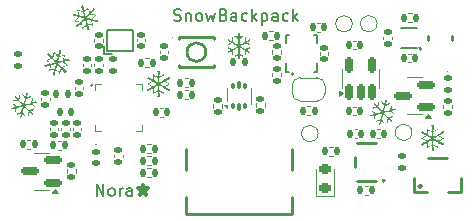
<source format=gto>
G04 #@! TF.GenerationSoftware,KiCad,Pcbnew,9.0.0*
G04 #@! TF.CreationDate,2025-03-15T13:46:40+01:00*
G04 #@! TF.ProjectId,snowbackpack,736e6f77-6261-4636-9b70-61636b2e6b69,rev?*
G04 #@! TF.SameCoordinates,Original*
G04 #@! TF.FileFunction,Legend,Top*
G04 #@! TF.FilePolarity,Positive*
%FSLAX46Y46*%
G04 Gerber Fmt 4.6, Leading zero omitted, Abs format (unit mm)*
G04 Created by KiCad (PCBNEW 9.0.0) date 2025-03-15 13:46:40*
%MOMM*%
%LPD*%
G01*
G04 APERTURE LIST*
G04 Aperture macros list*
%AMRoundRect*
0 Rectangle with rounded corners*
0 $1 Rounding radius*
0 $2 $3 $4 $5 $6 $7 $8 $9 X,Y pos of 4 corners*
0 Add a 4 corners polygon primitive as box body*
4,1,4,$2,$3,$4,$5,$6,$7,$8,$9,$2,$3,0*
0 Add four circle primitives for the rounded corners*
1,1,$1+$1,$2,$3*
1,1,$1+$1,$4,$5*
1,1,$1+$1,$6,$7*
1,1,$1+$1,$8,$9*
0 Add four rect primitives between the rounded corners*
20,1,$1+$1,$2,$3,$4,$5,0*
20,1,$1+$1,$4,$5,$6,$7,0*
20,1,$1+$1,$6,$7,$8,$9,0*
20,1,$1+$1,$8,$9,$2,$3,0*%
%AMFreePoly0*
4,1,23,0.500000,-0.750000,0.000000,-0.750000,0.000000,-0.745722,-0.065263,-0.745722,-0.191342,-0.711940,-0.304381,-0.646677,-0.396677,-0.554381,-0.461940,-0.441342,-0.495722,-0.315263,-0.495722,-0.250000,-0.500000,-0.250000,-0.500000,0.250000,-0.495722,0.250000,-0.495722,0.315263,-0.461940,0.441342,-0.396677,0.554381,-0.304381,0.646677,-0.191342,0.711940,-0.065263,0.745722,0.000000,0.745722,
0.000000,0.750000,0.500000,0.750000,0.500000,-0.750000,0.500000,-0.750000,$1*%
%AMFreePoly1*
4,1,23,0.000000,0.745722,0.065263,0.745722,0.191342,0.711940,0.304381,0.646677,0.396677,0.554381,0.461940,0.441342,0.495722,0.315263,0.495722,0.250000,0.500000,0.250000,0.500000,-0.250000,0.495722,-0.250000,0.495722,-0.315263,0.461940,-0.441342,0.396677,-0.554381,0.304381,-0.646677,0.191342,-0.711940,0.065263,-0.745722,0.000000,-0.745722,0.000000,-0.750000,-0.500000,-0.750000,
-0.500000,0.750000,0.000000,0.750000,0.000000,0.745722,0.000000,0.745722,$1*%
G04 Aperture macros list end*
%ADD10C,0.180000*%
%ADD11C,0.300000*%
%ADD12C,0.120000*%
%ADD13C,0.254001*%
%ADD14C,0.059995*%
%ADD15C,0.000000*%
%ADD16C,0.100000*%
%ADD17C,0.152400*%
%ADD18C,0.150013*%
%ADD19C,0.151994*%
%ADD20C,0.101600*%
%ADD21RoundRect,0.135000X0.185000X-0.135000X0.185000X0.135000X-0.185000X0.135000X-0.185000X-0.135000X0*%
%ADD22RoundRect,0.135000X0.135000X0.185000X-0.135000X0.185000X-0.135000X-0.185000X0.135000X-0.185000X0*%
%ADD23FreePoly0,180.000000*%
%ADD24FreePoly1,180.000000*%
%ADD25R,1.100000X0.700000*%
%ADD26RoundRect,0.140000X0.170000X-0.140000X0.170000X0.140000X-0.170000X0.140000X-0.170000X-0.140000X0*%
%ADD27RoundRect,0.140000X0.140000X0.170000X-0.140000X0.170000X-0.140000X-0.170000X0.140000X-0.170000X0*%
%ADD28RoundRect,0.147500X-0.147500X-0.172500X0.147500X-0.172500X0.147500X0.172500X-0.147500X0.172500X0*%
%ADD29RoundRect,0.140000X-0.170000X0.140000X-0.170000X-0.140000X0.170000X-0.140000X0.170000X0.140000X0*%
%ADD30RoundRect,0.147500X-0.172500X0.147500X-0.172500X-0.147500X0.172500X-0.147500X0.172500X0.147500X0*%
%ADD31RoundRect,0.135000X-0.135000X-0.185000X0.135000X-0.185000X0.135000X0.185000X-0.135000X0.185000X0*%
%ADD32RoundRect,0.135000X-0.185000X0.135000X-0.185000X-0.135000X0.185000X-0.135000X0.185000X0.135000X0*%
%ADD33RoundRect,0.150000X0.587500X0.150000X-0.587500X0.150000X-0.587500X-0.150000X0.587500X-0.150000X0*%
%ADD34RoundRect,0.093750X0.093750X-0.156250X0.093750X0.156250X-0.093750X0.156250X-0.093750X-0.156250X0*%
%ADD35RoundRect,0.075000X0.075000X-0.250000X0.075000X0.250000X-0.075000X0.250000X-0.075000X-0.250000X0*%
%ADD36RoundRect,0.140000X-0.140000X-0.170000X0.140000X-0.170000X0.140000X0.170000X-0.140000X0.170000X0*%
%ADD37R,1.600000X0.600000*%
%ADD38R,2.200000X1.200000*%
%ADD39RoundRect,0.218750X0.256250X-0.218750X0.256250X0.218750X-0.256250X0.218750X-0.256250X-0.218750X0*%
%ADD40C,1.000000*%
%ADD41R,0.680010X0.280010*%
%ADD42RoundRect,0.150000X0.150000X-0.512500X0.150000X0.512500X-0.150000X0.512500X-0.150000X-0.512500X0*%
%ADD43R,0.729997X0.600000*%
%ADD44R,0.700000X0.200000*%
%ADD45R,0.200000X0.700000*%
%ADD46R,2.700000X2.700000*%
%ADD47R,0.550013X1.229997*%
%ADD48R,1.000000X1.500000*%
%ADD49C,0.649987*%
%ADD50O,1.000000X2.100000*%
%ADD51O,1.000000X1.800000*%
%ADD52R,0.300000X1.150013*%
%ADD53R,0.280010X0.500000*%
%ADD54R,0.500000X0.280010*%
%ADD55R,0.800000X1.700000*%
G04 APERTURE END LIST*
D10*
X81756516Y-98868259D02*
X81756516Y-97868259D01*
X81756516Y-97868259D02*
X82327944Y-98868259D01*
X82327944Y-98868259D02*
X82327944Y-97868259D01*
X82946992Y-98868259D02*
X82851754Y-98820640D01*
X82851754Y-98820640D02*
X82804135Y-98773020D01*
X82804135Y-98773020D02*
X82756516Y-98677782D01*
X82756516Y-98677782D02*
X82756516Y-98392068D01*
X82756516Y-98392068D02*
X82804135Y-98296830D01*
X82804135Y-98296830D02*
X82851754Y-98249211D01*
X82851754Y-98249211D02*
X82946992Y-98201592D01*
X82946992Y-98201592D02*
X83089849Y-98201592D01*
X83089849Y-98201592D02*
X83185087Y-98249211D01*
X83185087Y-98249211D02*
X83232706Y-98296830D01*
X83232706Y-98296830D02*
X83280325Y-98392068D01*
X83280325Y-98392068D02*
X83280325Y-98677782D01*
X83280325Y-98677782D02*
X83232706Y-98773020D01*
X83232706Y-98773020D02*
X83185087Y-98820640D01*
X83185087Y-98820640D02*
X83089849Y-98868259D01*
X83089849Y-98868259D02*
X82946992Y-98868259D01*
X83708897Y-98868259D02*
X83708897Y-98201592D01*
X83708897Y-98392068D02*
X83756516Y-98296830D01*
X83756516Y-98296830D02*
X83804135Y-98249211D01*
X83804135Y-98249211D02*
X83899373Y-98201592D01*
X83899373Y-98201592D02*
X83994611Y-98201592D01*
X84756516Y-98868259D02*
X84756516Y-98344449D01*
X84756516Y-98344449D02*
X84708897Y-98249211D01*
X84708897Y-98249211D02*
X84613659Y-98201592D01*
X84613659Y-98201592D02*
X84423183Y-98201592D01*
X84423183Y-98201592D02*
X84327945Y-98249211D01*
X84756516Y-98820640D02*
X84661278Y-98868259D01*
X84661278Y-98868259D02*
X84423183Y-98868259D01*
X84423183Y-98868259D02*
X84327945Y-98820640D01*
X84327945Y-98820640D02*
X84280326Y-98725401D01*
X84280326Y-98725401D02*
X84280326Y-98630163D01*
X84280326Y-98630163D02*
X84327945Y-98534925D01*
X84327945Y-98534925D02*
X84423183Y-98487306D01*
X84423183Y-98487306D02*
X84661278Y-98487306D01*
X84661278Y-98487306D02*
X84756516Y-98439687D01*
X88308897Y-84020640D02*
X88451754Y-84068259D01*
X88451754Y-84068259D02*
X88689849Y-84068259D01*
X88689849Y-84068259D02*
X88785087Y-84020640D01*
X88785087Y-84020640D02*
X88832706Y-83973020D01*
X88832706Y-83973020D02*
X88880325Y-83877782D01*
X88880325Y-83877782D02*
X88880325Y-83782544D01*
X88880325Y-83782544D02*
X88832706Y-83687306D01*
X88832706Y-83687306D02*
X88785087Y-83639687D01*
X88785087Y-83639687D02*
X88689849Y-83592068D01*
X88689849Y-83592068D02*
X88499373Y-83544449D01*
X88499373Y-83544449D02*
X88404135Y-83496830D01*
X88404135Y-83496830D02*
X88356516Y-83449211D01*
X88356516Y-83449211D02*
X88308897Y-83353973D01*
X88308897Y-83353973D02*
X88308897Y-83258735D01*
X88308897Y-83258735D02*
X88356516Y-83163497D01*
X88356516Y-83163497D02*
X88404135Y-83115878D01*
X88404135Y-83115878D02*
X88499373Y-83068259D01*
X88499373Y-83068259D02*
X88737468Y-83068259D01*
X88737468Y-83068259D02*
X88880325Y-83115878D01*
X89308897Y-83401592D02*
X89308897Y-84068259D01*
X89308897Y-83496830D02*
X89356516Y-83449211D01*
X89356516Y-83449211D02*
X89451754Y-83401592D01*
X89451754Y-83401592D02*
X89594611Y-83401592D01*
X89594611Y-83401592D02*
X89689849Y-83449211D01*
X89689849Y-83449211D02*
X89737468Y-83544449D01*
X89737468Y-83544449D02*
X89737468Y-84068259D01*
X90356516Y-84068259D02*
X90261278Y-84020640D01*
X90261278Y-84020640D02*
X90213659Y-83973020D01*
X90213659Y-83973020D02*
X90166040Y-83877782D01*
X90166040Y-83877782D02*
X90166040Y-83592068D01*
X90166040Y-83592068D02*
X90213659Y-83496830D01*
X90213659Y-83496830D02*
X90261278Y-83449211D01*
X90261278Y-83449211D02*
X90356516Y-83401592D01*
X90356516Y-83401592D02*
X90499373Y-83401592D01*
X90499373Y-83401592D02*
X90594611Y-83449211D01*
X90594611Y-83449211D02*
X90642230Y-83496830D01*
X90642230Y-83496830D02*
X90689849Y-83592068D01*
X90689849Y-83592068D02*
X90689849Y-83877782D01*
X90689849Y-83877782D02*
X90642230Y-83973020D01*
X90642230Y-83973020D02*
X90594611Y-84020640D01*
X90594611Y-84020640D02*
X90499373Y-84068259D01*
X90499373Y-84068259D02*
X90356516Y-84068259D01*
X91023183Y-83401592D02*
X91213659Y-84068259D01*
X91213659Y-84068259D02*
X91404135Y-83592068D01*
X91404135Y-83592068D02*
X91594611Y-84068259D01*
X91594611Y-84068259D02*
X91785087Y-83401592D01*
X92499373Y-83544449D02*
X92642230Y-83592068D01*
X92642230Y-83592068D02*
X92689849Y-83639687D01*
X92689849Y-83639687D02*
X92737468Y-83734925D01*
X92737468Y-83734925D02*
X92737468Y-83877782D01*
X92737468Y-83877782D02*
X92689849Y-83973020D01*
X92689849Y-83973020D02*
X92642230Y-84020640D01*
X92642230Y-84020640D02*
X92546992Y-84068259D01*
X92546992Y-84068259D02*
X92166040Y-84068259D01*
X92166040Y-84068259D02*
X92166040Y-83068259D01*
X92166040Y-83068259D02*
X92499373Y-83068259D01*
X92499373Y-83068259D02*
X92594611Y-83115878D01*
X92594611Y-83115878D02*
X92642230Y-83163497D01*
X92642230Y-83163497D02*
X92689849Y-83258735D01*
X92689849Y-83258735D02*
X92689849Y-83353973D01*
X92689849Y-83353973D02*
X92642230Y-83449211D01*
X92642230Y-83449211D02*
X92594611Y-83496830D01*
X92594611Y-83496830D02*
X92499373Y-83544449D01*
X92499373Y-83544449D02*
X92166040Y-83544449D01*
X93594611Y-84068259D02*
X93594611Y-83544449D01*
X93594611Y-83544449D02*
X93546992Y-83449211D01*
X93546992Y-83449211D02*
X93451754Y-83401592D01*
X93451754Y-83401592D02*
X93261278Y-83401592D01*
X93261278Y-83401592D02*
X93166040Y-83449211D01*
X93594611Y-84020640D02*
X93499373Y-84068259D01*
X93499373Y-84068259D02*
X93261278Y-84068259D01*
X93261278Y-84068259D02*
X93166040Y-84020640D01*
X93166040Y-84020640D02*
X93118421Y-83925401D01*
X93118421Y-83925401D02*
X93118421Y-83830163D01*
X93118421Y-83830163D02*
X93166040Y-83734925D01*
X93166040Y-83734925D02*
X93261278Y-83687306D01*
X93261278Y-83687306D02*
X93499373Y-83687306D01*
X93499373Y-83687306D02*
X93594611Y-83639687D01*
X94499373Y-84020640D02*
X94404135Y-84068259D01*
X94404135Y-84068259D02*
X94213659Y-84068259D01*
X94213659Y-84068259D02*
X94118421Y-84020640D01*
X94118421Y-84020640D02*
X94070802Y-83973020D01*
X94070802Y-83973020D02*
X94023183Y-83877782D01*
X94023183Y-83877782D02*
X94023183Y-83592068D01*
X94023183Y-83592068D02*
X94070802Y-83496830D01*
X94070802Y-83496830D02*
X94118421Y-83449211D01*
X94118421Y-83449211D02*
X94213659Y-83401592D01*
X94213659Y-83401592D02*
X94404135Y-83401592D01*
X94404135Y-83401592D02*
X94499373Y-83449211D01*
X94927945Y-84068259D02*
X94927945Y-83068259D01*
X95023183Y-83687306D02*
X95308897Y-84068259D01*
X95308897Y-83401592D02*
X94927945Y-83782544D01*
X95737469Y-83401592D02*
X95737469Y-84401592D01*
X95737469Y-83449211D02*
X95832707Y-83401592D01*
X95832707Y-83401592D02*
X96023183Y-83401592D01*
X96023183Y-83401592D02*
X96118421Y-83449211D01*
X96118421Y-83449211D02*
X96166040Y-83496830D01*
X96166040Y-83496830D02*
X96213659Y-83592068D01*
X96213659Y-83592068D02*
X96213659Y-83877782D01*
X96213659Y-83877782D02*
X96166040Y-83973020D01*
X96166040Y-83973020D02*
X96118421Y-84020640D01*
X96118421Y-84020640D02*
X96023183Y-84068259D01*
X96023183Y-84068259D02*
X95832707Y-84068259D01*
X95832707Y-84068259D02*
X95737469Y-84020640D01*
X97070802Y-84068259D02*
X97070802Y-83544449D01*
X97070802Y-83544449D02*
X97023183Y-83449211D01*
X97023183Y-83449211D02*
X96927945Y-83401592D01*
X96927945Y-83401592D02*
X96737469Y-83401592D01*
X96737469Y-83401592D02*
X96642231Y-83449211D01*
X97070802Y-84020640D02*
X96975564Y-84068259D01*
X96975564Y-84068259D02*
X96737469Y-84068259D01*
X96737469Y-84068259D02*
X96642231Y-84020640D01*
X96642231Y-84020640D02*
X96594612Y-83925401D01*
X96594612Y-83925401D02*
X96594612Y-83830163D01*
X96594612Y-83830163D02*
X96642231Y-83734925D01*
X96642231Y-83734925D02*
X96737469Y-83687306D01*
X96737469Y-83687306D02*
X96975564Y-83687306D01*
X96975564Y-83687306D02*
X97070802Y-83639687D01*
X97975564Y-84020640D02*
X97880326Y-84068259D01*
X97880326Y-84068259D02*
X97689850Y-84068259D01*
X97689850Y-84068259D02*
X97594612Y-84020640D01*
X97594612Y-84020640D02*
X97546993Y-83973020D01*
X97546993Y-83973020D02*
X97499374Y-83877782D01*
X97499374Y-83877782D02*
X97499374Y-83592068D01*
X97499374Y-83592068D02*
X97546993Y-83496830D01*
X97546993Y-83496830D02*
X97594612Y-83449211D01*
X97594612Y-83449211D02*
X97689850Y-83401592D01*
X97689850Y-83401592D02*
X97880326Y-83401592D01*
X97880326Y-83401592D02*
X97975564Y-83449211D01*
X98404136Y-84068259D02*
X98404136Y-83068259D01*
X98499374Y-83687306D02*
X98785088Y-84068259D01*
X98785088Y-83401592D02*
X98404136Y-83782544D01*
D11*
X85683082Y-97931542D02*
X85968796Y-98788685D01*
X85968796Y-98788685D02*
X85254510Y-98217257D01*
X85254510Y-98217257D02*
X86111653Y-98217257D01*
X86111653Y-98217257D02*
X85397368Y-98788685D01*
X85397368Y-98788685D02*
X85683082Y-97931542D01*
D12*
X92380000Y-91403641D02*
X92380000Y-91096359D01*
X91620000Y-91403641D02*
X91620000Y-91096359D01*
X89503641Y-88920000D02*
X89196359Y-88920000D01*
X89503641Y-89680000D02*
X89196359Y-89680000D01*
X98300000Y-90150001D02*
X98300000Y-89549999D01*
X99000000Y-88850000D02*
X100400000Y-88850000D01*
X100400000Y-90850000D02*
X99000000Y-90850000D01*
X101100000Y-89549999D02*
X101100000Y-90150001D01*
X98300000Y-89549999D02*
G75*
G02*
X99000000Y-88850000I700000J-1D01*
G01*
X99000000Y-90850000D02*
G75*
G02*
X98300000Y-90150001I0J700000D01*
G01*
X100400000Y-88850000D02*
G75*
G02*
X101100000Y-89549999I1J-699999D01*
G01*
X101100000Y-90150001D02*
G75*
G02*
X100400000Y-90850000I-699999J0D01*
G01*
D13*
X103634061Y-96432995D02*
X103634061Y-95549200D01*
X103794056Y-94391008D02*
X105394082Y-94391059D01*
X103834112Y-97608992D02*
X105374117Y-97608992D01*
D14*
X106029896Y-97449936D02*
G75*
G02*
X105969952Y-97449936I-29972J0D01*
G01*
X105969952Y-97449936D02*
G75*
G02*
X106029896Y-97449936I29972J0D01*
G01*
D13*
X106120066Y-97589128D02*
G75*
G02*
X105992050Y-97589128I-64008J0D01*
G01*
X105992050Y-97589128D02*
G75*
G02*
X106120066Y-97589128I64008J0D01*
G01*
D12*
X81564994Y-87907836D02*
X81564994Y-87692164D01*
X82284994Y-87907836D02*
X82284994Y-87692164D01*
X103707835Y-85740000D02*
X103492163Y-85740000D01*
X103707835Y-86460000D02*
X103492163Y-86460000D01*
X79751517Y-93106377D02*
X79751517Y-93322049D01*
X80471517Y-93106377D02*
X80471517Y-93322049D01*
X76153641Y-94120000D02*
X75846359Y-94120000D01*
X76153641Y-94880000D02*
X75846359Y-94880000D01*
X78753641Y-94220000D02*
X78446359Y-94220000D01*
X78753641Y-94980000D02*
X78446359Y-94980000D01*
D15*
G36*
X93861764Y-85127155D02*
G01*
X93861724Y-85131504D01*
X93861626Y-85138855D01*
X93861475Y-85148949D01*
X93861277Y-85161532D01*
X93861034Y-85176349D01*
X93860752Y-85193147D01*
X93860434Y-85211669D01*
X93860085Y-85231660D01*
X93859710Y-85252867D01*
X93859312Y-85275034D01*
X93858896Y-85297905D01*
X93858721Y-85307387D01*
X93858308Y-85329990D01*
X93857917Y-85351658D01*
X93857553Y-85372170D01*
X93857219Y-85391307D01*
X93856919Y-85408850D01*
X93856655Y-85424580D01*
X93856433Y-85438275D01*
X93856256Y-85449717D01*
X93856127Y-85458687D01*
X93856050Y-85464964D01*
X93856028Y-85468329D01*
X93856042Y-85468860D01*
X93857411Y-85468037D01*
X93861325Y-85465544D01*
X93867602Y-85461498D01*
X93876064Y-85456015D01*
X93886531Y-85449211D01*
X93898829Y-85441203D01*
X93912775Y-85432106D01*
X93928192Y-85422039D01*
X93944901Y-85411116D01*
X93962724Y-85399454D01*
X93981482Y-85387171D01*
X93998632Y-85375931D01*
X94023316Y-85359765D01*
X94045385Y-85345350D01*
X94064929Y-85332629D01*
X94082039Y-85321542D01*
X94096806Y-85312033D01*
X94109322Y-85304044D01*
X94119676Y-85297517D01*
X94127959Y-85292395D01*
X94134264Y-85288620D01*
X94138678Y-85286134D01*
X94141295Y-85284879D01*
X94142189Y-85284760D01*
X94143600Y-85287551D01*
X94145969Y-85292694D01*
X94149109Y-85299747D01*
X94152833Y-85308268D01*
X94156954Y-85317814D01*
X94161284Y-85327943D01*
X94165635Y-85338214D01*
X94169822Y-85348182D01*
X94173655Y-85357406D01*
X94176948Y-85365444D01*
X94179513Y-85371854D01*
X94181164Y-85376192D01*
X94181711Y-85378017D01*
X94181705Y-85378037D01*
X94180275Y-85379073D01*
X94176293Y-85381786D01*
X94169928Y-85386067D01*
X94161346Y-85391803D01*
X94150714Y-85398885D01*
X94138201Y-85407201D01*
X94123972Y-85416639D01*
X94108197Y-85427089D01*
X94091042Y-85438441D01*
X94072674Y-85450582D01*
X94053261Y-85463401D01*
X94032970Y-85476789D01*
X94018189Y-85486534D01*
X93855431Y-85593804D01*
X93855381Y-85850521D01*
X93855378Y-85879157D01*
X93855383Y-85906896D01*
X93855394Y-85933564D01*
X93855411Y-85958989D01*
X93855434Y-85982997D01*
X93855462Y-86005413D01*
X93855495Y-86026067D01*
X93855533Y-86044782D01*
X93855576Y-86061387D01*
X93855622Y-86075707D01*
X93855672Y-86087569D01*
X93855726Y-86096799D01*
X93855782Y-86103225D01*
X93855842Y-86106672D01*
X93855878Y-86107239D01*
X93857313Y-86106442D01*
X93861382Y-86104120D01*
X93867901Y-86100380D01*
X93876684Y-86095328D01*
X93887550Y-86089071D01*
X93900315Y-86081713D01*
X93914794Y-86073364D01*
X93930805Y-86064125D01*
X93948163Y-86054105D01*
X93966685Y-86043413D01*
X93986187Y-86032150D01*
X94006486Y-86020425D01*
X94027397Y-86008344D01*
X94048737Y-85996013D01*
X94070323Y-85983537D01*
X94091971Y-85971024D01*
X94113496Y-85958579D01*
X94134716Y-85946308D01*
X94155447Y-85934317D01*
X94175505Y-85922715D01*
X94194706Y-85911605D01*
X94212868Y-85901094D01*
X94229803Y-85891289D01*
X94245332Y-85882295D01*
X94259270Y-85874219D01*
X94271432Y-85867166D01*
X94281636Y-85861244D01*
X94289698Y-85856558D01*
X94295433Y-85853214D01*
X94298659Y-85851319D01*
X94299323Y-85850913D01*
X94299483Y-85849255D01*
X94299814Y-85844547D01*
X94300304Y-85836988D01*
X94300943Y-85826778D01*
X94301717Y-85814116D01*
X94302616Y-85799201D01*
X94303627Y-85782233D01*
X94304738Y-85763411D01*
X94305938Y-85742935D01*
X94307213Y-85721003D01*
X94308555Y-85697816D01*
X94309948Y-85673573D01*
X94310973Y-85655666D01*
X94312396Y-85630789D01*
X94313777Y-85606826D01*
X94315102Y-85583976D01*
X94316358Y-85562439D01*
X94317536Y-85542415D01*
X94318621Y-85524101D01*
X94319603Y-85507698D01*
X94320470Y-85493405D01*
X94321210Y-85481421D01*
X94321809Y-85471946D01*
X94322259Y-85465179D01*
X94322545Y-85461319D01*
X94322643Y-85460452D01*
X94324481Y-85460033D01*
X94329063Y-85459340D01*
X94335914Y-85458424D01*
X94344563Y-85457342D01*
X94354539Y-85456144D01*
X94365367Y-85454885D01*
X94376576Y-85453616D01*
X94387693Y-85452392D01*
X94398246Y-85451265D01*
X94407761Y-85450287D01*
X94415767Y-85449514D01*
X94421791Y-85448995D01*
X94425360Y-85448786D01*
X94426139Y-85448840D01*
X94426181Y-85450576D01*
X94426021Y-85455346D01*
X94425671Y-85462933D01*
X94425143Y-85473125D01*
X94424450Y-85485705D01*
X94423602Y-85500460D01*
X94422617Y-85517175D01*
X94421502Y-85535634D01*
X94420272Y-85555626D01*
X94418939Y-85576931D01*
X94417516Y-85599338D01*
X94416232Y-85619299D01*
X94414735Y-85642466D01*
X94413308Y-85664706D01*
X94411963Y-85685805D01*
X94410713Y-85705549D01*
X94409572Y-85723725D01*
X94408553Y-85740119D01*
X94407669Y-85754518D01*
X94406933Y-85766707D01*
X94406359Y-85776475D01*
X94405959Y-85783606D01*
X94405748Y-85787888D01*
X94405726Y-85789127D01*
X94407157Y-85788368D01*
X94411204Y-85786045D01*
X94417689Y-85782263D01*
X94426437Y-85777127D01*
X94437267Y-85770742D01*
X94450004Y-85763213D01*
X94464470Y-85754645D01*
X94480487Y-85745144D01*
X94497877Y-85734814D01*
X94516462Y-85723761D01*
X94536067Y-85712089D01*
X94556512Y-85699905D01*
X94562423Y-85696379D01*
X94583081Y-85684072D01*
X94602958Y-85672257D01*
X94621877Y-85661041D01*
X94639657Y-85650526D01*
X94656122Y-85640818D01*
X94671092Y-85632021D01*
X94684390Y-85624240D01*
X94695837Y-85617578D01*
X94705255Y-85612143D01*
X94712466Y-85608034D01*
X94717291Y-85605360D01*
X94719552Y-85604224D01*
X94719702Y-85604195D01*
X94720718Y-85605803D01*
X94723133Y-85609919D01*
X94726757Y-85616216D01*
X94731406Y-85624362D01*
X94736887Y-85634028D01*
X94743015Y-85644883D01*
X94748606Y-85654830D01*
X94756221Y-85668457D01*
X94762325Y-85679521D01*
X94767041Y-85688272D01*
X94770496Y-85694961D01*
X94772813Y-85699837D01*
X94774118Y-85703151D01*
X94774535Y-85705152D01*
X94774190Y-85706092D01*
X94774189Y-85706092D01*
X94772491Y-85707090D01*
X94768138Y-85709572D01*
X94761313Y-85713434D01*
X94752204Y-85718572D01*
X94740995Y-85724881D01*
X94727870Y-85732259D01*
X94713017Y-85740601D01*
X94696619Y-85749800D01*
X94678862Y-85759757D01*
X94659932Y-85770364D01*
X94640013Y-85781519D01*
X94619291Y-85793118D01*
X94616316Y-85794782D01*
X94595548Y-85806410D01*
X94575593Y-85817597D01*
X94556635Y-85828240D01*
X94538854Y-85838237D01*
X94522433Y-85847484D01*
X94507553Y-85855880D01*
X94494395Y-85863322D01*
X94483142Y-85869707D01*
X94473974Y-85874932D01*
X94467075Y-85878895D01*
X94462625Y-85881492D01*
X94460808Y-85882623D01*
X94460772Y-85882660D01*
X94462208Y-85883478D01*
X94466371Y-85885638D01*
X94473069Y-85889045D01*
X94482110Y-85893603D01*
X94493302Y-85899217D01*
X94506453Y-85905790D01*
X94521369Y-85913226D01*
X94537860Y-85921429D01*
X94555733Y-85930304D01*
X94574795Y-85939754D01*
X94594856Y-85949683D01*
X94611938Y-85958128D01*
X94632717Y-85968396D01*
X94652690Y-85978270D01*
X94671660Y-85987652D01*
X94689431Y-85996447D01*
X94705809Y-86004557D01*
X94720599Y-86011885D01*
X94733605Y-86018335D01*
X94744631Y-86023809D01*
X94753482Y-86028211D01*
X94759963Y-86031444D01*
X94763878Y-86033411D01*
X94765033Y-86034009D01*
X94764818Y-86035490D01*
X94762761Y-86039128D01*
X94758813Y-86044993D01*
X94752925Y-86053153D01*
X94745049Y-86063680D01*
X94735849Y-86075714D01*
X94728147Y-86085676D01*
X94721048Y-86094778D01*
X94714803Y-86102707D01*
X94709662Y-86109148D01*
X94705875Y-86113787D01*
X94703691Y-86116310D01*
X94703282Y-86116678D01*
X94701676Y-86116027D01*
X94697340Y-86114006D01*
X94690455Y-86110702D01*
X94681201Y-86106207D01*
X94669758Y-86100607D01*
X94656305Y-86093992D01*
X94641023Y-86086450D01*
X94624092Y-86078071D01*
X94605691Y-86068943D01*
X94586002Y-86059155D01*
X94565203Y-86048796D01*
X94543475Y-86037955D01*
X94527948Y-86030195D01*
X94354011Y-85943224D01*
X94133556Y-86070739D01*
X94108860Y-86085034D01*
X94084941Y-86098902D01*
X94061950Y-86112252D01*
X94040038Y-86124996D01*
X94019357Y-86137048D01*
X94000057Y-86148316D01*
X93982290Y-86158713D01*
X93966205Y-86168150D01*
X93951954Y-86176539D01*
X93939688Y-86183792D01*
X93929559Y-86189820D01*
X93921716Y-86194534D01*
X93916310Y-86197845D01*
X93913494Y-86199668D01*
X93913102Y-86199998D01*
X93914487Y-86200995D01*
X93918540Y-86203528D01*
X93925111Y-86207511D01*
X93934049Y-86212854D01*
X93945203Y-86219468D01*
X93958422Y-86227266D01*
X93973554Y-86236159D01*
X93990449Y-86246058D01*
X94008957Y-86256875D01*
X94028926Y-86268521D01*
X94050205Y-86280910D01*
X94072643Y-86293949D01*
X94096090Y-86307553D01*
X94120395Y-86321633D01*
X94133567Y-86329254D01*
X94354032Y-86456764D01*
X94527958Y-86369798D01*
X94550225Y-86358674D01*
X94571687Y-86347971D01*
X94592164Y-86337778D01*
X94611479Y-86328183D01*
X94629447Y-86319275D01*
X94645891Y-86311143D01*
X94660631Y-86303875D01*
X94673487Y-86297563D01*
X94684279Y-86292292D01*
X94692826Y-86288152D01*
X94698948Y-86285233D01*
X94702466Y-86283622D01*
X94703282Y-86283320D01*
X94704584Y-86284685D01*
X94707612Y-86288321D01*
X94712118Y-86293914D01*
X94717850Y-86301149D01*
X94724560Y-86309713D01*
X94731997Y-86319291D01*
X94735850Y-86324284D01*
X94745629Y-86337084D01*
X94753373Y-86347454D01*
X94759132Y-86355461D01*
X94762954Y-86361177D01*
X94764888Y-86364671D01*
X94765032Y-86365989D01*
X94763328Y-86366866D01*
X94758901Y-86369085D01*
X94751945Y-86372553D01*
X94742657Y-86377170D01*
X94731232Y-86382842D01*
X94717866Y-86389468D01*
X94702753Y-86396955D01*
X94686089Y-86405205D01*
X94668070Y-86414122D01*
X94648892Y-86423607D01*
X94628747Y-86433565D01*
X94611937Y-86441871D01*
X94591202Y-86452122D01*
X94571306Y-86461973D01*
X94552442Y-86471327D01*
X94534803Y-86480089D01*
X94518579Y-86488162D01*
X94503965Y-86495451D01*
X94491151Y-86501859D01*
X94480329Y-86507291D01*
X94471693Y-86511650D01*
X94465435Y-86514841D01*
X94461745Y-86516768D01*
X94460772Y-86517338D01*
X94462155Y-86518225D01*
X94466197Y-86520596D01*
X94472718Y-86524348D01*
X94481536Y-86529378D01*
X94492469Y-86535585D01*
X94505335Y-86542865D01*
X94519953Y-86551116D01*
X94536141Y-86560235D01*
X94553718Y-86570119D01*
X94572499Y-86580666D01*
X94592308Y-86591773D01*
X94612959Y-86603337D01*
X94616317Y-86605216D01*
X94637137Y-86616869D01*
X94657180Y-86628092D01*
X94676261Y-86638784D01*
X94694194Y-86648838D01*
X94710795Y-86658151D01*
X94725877Y-86666620D01*
X94739256Y-86674139D01*
X94750747Y-86680606D01*
X94760164Y-86685915D01*
X94767321Y-86689963D01*
X94772034Y-86692646D01*
X94774117Y-86693859D01*
X94774189Y-86693906D01*
X94774535Y-86694845D01*
X94774118Y-86696846D01*
X94772814Y-86700159D01*
X94770498Y-86705033D01*
X94767044Y-86711721D01*
X94762328Y-86720470D01*
X94756225Y-86731533D01*
X94748612Y-86745158D01*
X94748606Y-86745168D01*
X94742079Y-86756777D01*
X94736035Y-86767477D01*
X94730665Y-86776940D01*
X94726156Y-86784836D01*
X94722697Y-86790833D01*
X94720475Y-86794602D01*
X94719702Y-86795806D01*
X94718188Y-86795134D01*
X94714048Y-86792913D01*
X94707463Y-86789247D01*
X94698610Y-86784242D01*
X94687672Y-86777998D01*
X94674825Y-86770621D01*
X94660251Y-86762214D01*
X94644129Y-86752879D01*
X94626638Y-86742720D01*
X94607956Y-86731841D01*
X94588265Y-86720344D01*
X94567744Y-86708333D01*
X94562423Y-86705216D01*
X94541727Y-86693089D01*
X94521827Y-86681440D01*
X94502899Y-86670373D01*
X94485124Y-86659992D01*
X94468679Y-86650401D01*
X94453744Y-86641704D01*
X94440498Y-86634004D01*
X94429119Y-86627408D01*
X94419785Y-86622016D01*
X94412675Y-86617935D01*
X94407970Y-86615267D01*
X94405846Y-86614117D01*
X94405739Y-86614079D01*
X94405780Y-86615731D01*
X94406022Y-86620416D01*
X94406452Y-86627919D01*
X94407056Y-86638026D01*
X94407820Y-86650522D01*
X94408732Y-86665192D01*
X94409778Y-86681823D01*
X94410944Y-86700198D01*
X94412217Y-86720103D01*
X94413584Y-86741325D01*
X94415031Y-86763647D01*
X94416248Y-86782310D01*
X94417745Y-86805378D01*
X94419161Y-86827529D01*
X94420485Y-86848547D01*
X94421702Y-86868215D01*
X94422801Y-86886320D01*
X94423768Y-86902643D01*
X94424591Y-86916972D01*
X94425258Y-86929087D01*
X94425756Y-86938775D01*
X94426073Y-86945822D01*
X94426195Y-86950007D01*
X94426143Y-86951154D01*
X94424399Y-86951172D01*
X94419896Y-86950847D01*
X94413109Y-86950233D01*
X94404508Y-86949380D01*
X94394566Y-86948344D01*
X94383758Y-86947176D01*
X94372554Y-86945931D01*
X94361426Y-86944660D01*
X94350849Y-86943417D01*
X94341293Y-86942254D01*
X94333232Y-86941226D01*
X94327137Y-86940384D01*
X94323484Y-86939782D01*
X94322642Y-86939546D01*
X94322481Y-86937893D01*
X94322147Y-86933189D01*
X94321655Y-86925635D01*
X94321014Y-86915429D01*
X94320238Y-86902770D01*
X94319336Y-86887859D01*
X94318324Y-86870895D01*
X94317211Y-86852076D01*
X94316010Y-86831602D01*
X94314733Y-86809673D01*
X94313391Y-86786488D01*
X94311998Y-86762246D01*
X94310973Y-86744333D01*
X94309549Y-86719455D01*
X94308169Y-86695491D01*
X94306845Y-86672639D01*
X94305589Y-86651101D01*
X94304414Y-86631073D01*
X94303330Y-86612757D01*
X94302349Y-86596350D01*
X94301485Y-86582053D01*
X94300747Y-86570065D01*
X94300150Y-86560586D01*
X94299702Y-86553815D01*
X94299420Y-86549951D01*
X94299323Y-86549082D01*
X94297858Y-86548202D01*
X94293763Y-86545804D01*
X94287220Y-86541994D01*
X94278411Y-86536877D01*
X94267526Y-86530559D01*
X94254741Y-86523149D01*
X94240244Y-86514749D01*
X94224217Y-86505468D01*
X94206845Y-86495411D01*
X94188312Y-86484685D01*
X94168800Y-86473396D01*
X94148494Y-86461650D01*
X94127577Y-86449554D01*
X94106233Y-86437211D01*
X94084645Y-86424731D01*
X94062998Y-86412218D01*
X94041475Y-86399780D01*
X94020260Y-86387521D01*
X93999535Y-86375548D01*
X93979486Y-86363969D01*
X93960296Y-86352887D01*
X93942148Y-86342411D01*
X93925226Y-86332645D01*
X93909714Y-86323696D01*
X93895795Y-86315671D01*
X93883653Y-86308675D01*
X93873473Y-86302815D01*
X93865436Y-86298197D01*
X93859728Y-86294926D01*
X93856532Y-86293110D01*
X93855888Y-86292759D01*
X93855826Y-86294358D01*
X93855767Y-86299037D01*
X93855710Y-86306625D01*
X93855656Y-86316947D01*
X93855607Y-86329830D01*
X93855561Y-86345100D01*
X93855520Y-86362584D01*
X93855483Y-86382108D01*
X93855451Y-86403500D01*
X93855424Y-86426585D01*
X93855403Y-86451190D01*
X93855388Y-86477142D01*
X93855379Y-86504267D01*
X93855377Y-86532390D01*
X93855378Y-86549477D01*
X93855427Y-86806195D01*
X94015976Y-86911975D01*
X94036693Y-86925628D01*
X94056686Y-86938810D01*
X94075780Y-86951408D01*
X94093803Y-86963306D01*
X94110586Y-86974393D01*
X94125955Y-86984553D01*
X94139739Y-86993675D01*
X94151767Y-87001644D01*
X94161866Y-87008345D01*
X94169865Y-87013666D01*
X94175592Y-87017493D01*
X94178875Y-87019714D01*
X94179600Y-87020226D01*
X94180421Y-87021040D01*
X94180871Y-87022145D01*
X94180835Y-87023871D01*
X94180199Y-87026547D01*
X94178847Y-87030504D01*
X94176667Y-87036071D01*
X94173541Y-87043579D01*
X94169358Y-87053358D01*
X94164002Y-87065737D01*
X94163061Y-87067907D01*
X94158103Y-87079308D01*
X94153523Y-87089796D01*
X94149491Y-87098979D01*
X94146177Y-87106476D01*
X94143753Y-87111895D01*
X94142390Y-87114852D01*
X94142190Y-87115238D01*
X94141133Y-87115056D01*
X94138360Y-87113695D01*
X94133782Y-87111096D01*
X94127307Y-87107205D01*
X94118844Y-87101961D01*
X94108302Y-87095307D01*
X94095591Y-87087186D01*
X94080620Y-87077540D01*
X94063298Y-87066311D01*
X94043534Y-87053440D01*
X94021237Y-87038874D01*
X93998632Y-87024068D01*
X93979198Y-87011331D01*
X93960542Y-86999116D01*
X93942843Y-86987537D01*
X93926279Y-86976710D01*
X93911028Y-86966752D01*
X93897270Y-86957780D01*
X93885183Y-86949909D01*
X93874943Y-86943257D01*
X93866734Y-86937939D01*
X93860730Y-86934072D01*
X93857112Y-86931773D01*
X93856042Y-86931138D01*
X93856030Y-86932781D01*
X93856077Y-86937458D01*
X93856178Y-86944950D01*
X93856329Y-86955037D01*
X93856526Y-86967501D01*
X93856767Y-86982120D01*
X93857047Y-86998677D01*
X93857362Y-87016950D01*
X93857710Y-87036721D01*
X93858086Y-87057771D01*
X93858488Y-87079878D01*
X93858721Y-87092612D01*
X93859144Y-87115698D01*
X93859550Y-87138183D01*
X93859935Y-87159813D01*
X93860295Y-87180331D01*
X93860626Y-87199484D01*
X93860923Y-87217016D01*
X93861183Y-87232673D01*
X93861400Y-87246199D01*
X93861571Y-87257340D01*
X93861690Y-87265840D01*
X93861755Y-87271446D01*
X93861764Y-87272843D01*
X93861840Y-87291964D01*
X93801627Y-87291964D01*
X93741415Y-87291965D01*
X93741512Y-87268775D01*
X93741557Y-87263783D01*
X93741658Y-87255807D01*
X93741813Y-87245110D01*
X93742016Y-87231962D01*
X93742263Y-87216629D01*
X93742549Y-87199379D01*
X93742870Y-87180483D01*
X93743222Y-87160203D01*
X93743600Y-87138810D01*
X93744000Y-87116572D01*
X93744417Y-87093753D01*
X93744513Y-87088543D01*
X93744923Y-87066233D01*
X93745311Y-87044861D01*
X93745674Y-87024650D01*
X93746007Y-87005823D01*
X93746307Y-86988602D01*
X93746570Y-86973208D01*
X93746791Y-86959866D01*
X93746969Y-86948796D01*
X93747099Y-86940222D01*
X93747175Y-86934366D01*
X93747195Y-86931449D01*
X93747187Y-86931155D01*
X93745825Y-86931981D01*
X93741920Y-86934475D01*
X93735651Y-86938523D01*
X93727196Y-86944008D01*
X93716734Y-86950814D01*
X93704444Y-86958823D01*
X93690502Y-86967920D01*
X93675091Y-86977989D01*
X93658385Y-86988912D01*
X93640565Y-87000573D01*
X93621808Y-87012857D01*
X93604639Y-87024109D01*
X93581853Y-87039045D01*
X93561631Y-87052290D01*
X93543820Y-87063942D01*
X93528262Y-87074097D01*
X93514803Y-87082852D01*
X93503287Y-87090304D01*
X93493559Y-87096548D01*
X93485463Y-87101682D01*
X93478844Y-87105803D01*
X93473547Y-87109008D01*
X93469416Y-87111392D01*
X93466294Y-87113052D01*
X93464029Y-87114086D01*
X93462463Y-87114590D01*
X93461441Y-87114660D01*
X93460809Y-87114394D01*
X93460410Y-87113888D01*
X93460383Y-87113839D01*
X93458688Y-87110399D01*
X93456089Y-87104722D01*
X93452774Y-87097256D01*
X93448930Y-87088444D01*
X93444746Y-87078734D01*
X93440411Y-87068566D01*
X93436112Y-87058389D01*
X93432038Y-87048646D01*
X93428377Y-87039784D01*
X93425317Y-87032246D01*
X93423047Y-87026478D01*
X93421754Y-87022924D01*
X93421535Y-87021986D01*
X93422962Y-87020954D01*
X93426942Y-87018243D01*
X93433305Y-87013965D01*
X93441885Y-87008231D01*
X93452515Y-87001151D01*
X93465026Y-86992839D01*
X93479253Y-86983400D01*
X93495027Y-86972950D01*
X93512181Y-86961601D01*
X93530548Y-86949460D01*
X93549960Y-86936640D01*
X93570250Y-86923252D01*
X93585057Y-86913489D01*
X93747836Y-86806195D01*
X93747881Y-86549322D01*
X93747924Y-86292449D01*
X93738567Y-86297721D01*
X93735740Y-86299335D01*
X93730376Y-86302417D01*
X93722662Y-86306861D01*
X93712782Y-86312558D01*
X93700923Y-86319402D01*
X93687269Y-86327286D01*
X93672007Y-86336101D01*
X93655322Y-86345741D01*
X93637399Y-86356098D01*
X93618426Y-86367065D01*
X93598586Y-86378534D01*
X93578066Y-86390398D01*
X93557050Y-86402551D01*
X93535724Y-86414884D01*
X93514277Y-86427290D01*
X93492890Y-86439660D01*
X93471751Y-86451891D01*
X93451045Y-86463872D01*
X93430957Y-86475497D01*
X93411674Y-86486657D01*
X93393381Y-86497246D01*
X93376262Y-86507159D01*
X93360506Y-86516284D01*
X93346295Y-86524517D01*
X93333817Y-86531749D01*
X93323257Y-86537873D01*
X93314800Y-86542782D01*
X93308631Y-86546369D01*
X93304938Y-86548526D01*
X93303883Y-86549154D01*
X93303718Y-86550816D01*
X93303381Y-86555527D01*
X93302885Y-86563089D01*
X93302241Y-86573303D01*
X93301462Y-86585968D01*
X93300559Y-86600886D01*
X93299544Y-86617857D01*
X93298429Y-86636681D01*
X93297227Y-86657159D01*
X93295949Y-86679093D01*
X93294607Y-86702281D01*
X93293212Y-86726525D01*
X93292188Y-86744426D01*
X93290765Y-86769302D01*
X93289385Y-86793264D01*
X93288063Y-86816112D01*
X93286809Y-86837647D01*
X93285635Y-86857669D01*
X93284553Y-86875980D01*
X93283575Y-86892381D01*
X93282713Y-86906671D01*
X93281978Y-86918651D01*
X93281383Y-86928123D01*
X93280940Y-86934887D01*
X93280659Y-86938743D01*
X93280565Y-86939608D01*
X93278797Y-86939976D01*
X93274269Y-86940641D01*
X93267459Y-86941547D01*
X93258844Y-86942637D01*
X93248899Y-86943859D01*
X93238102Y-86945153D01*
X93226929Y-86946465D01*
X93215857Y-86947741D01*
X93205363Y-86948921D01*
X93195923Y-86949953D01*
X93188014Y-86950780D01*
X93182112Y-86951347D01*
X93178694Y-86951598D01*
X93178066Y-86951587D01*
X93177729Y-86951028D01*
X93177502Y-86949436D01*
X93177394Y-86946640D01*
X93177417Y-86942472D01*
X93177573Y-86936763D01*
X93177879Y-86929342D01*
X93178339Y-86920042D01*
X93178963Y-86908691D01*
X93179760Y-86895123D01*
X93180739Y-86879167D01*
X93181909Y-86860654D01*
X93183279Y-86839415D01*
X93184857Y-86815281D01*
X93186653Y-86788082D01*
X93186801Y-86785853D01*
X93188317Y-86762905D01*
X93189764Y-86740836D01*
X93191128Y-86719866D01*
X93192395Y-86700215D01*
X93193552Y-86682108D01*
X93194584Y-86665765D01*
X93195477Y-86651407D01*
X93196219Y-86639257D01*
X93196793Y-86629537D01*
X93197188Y-86622467D01*
X93197389Y-86618269D01*
X93197406Y-86617163D01*
X93197096Y-86616762D01*
X93196181Y-86616778D01*
X93194514Y-86617296D01*
X93191947Y-86618397D01*
X93188331Y-86620165D01*
X93183519Y-86622684D01*
X93177363Y-86626036D01*
X93169714Y-86630306D01*
X93160425Y-86635575D01*
X93149349Y-86641929D01*
X93136334Y-86649449D01*
X93121236Y-86658219D01*
X93103905Y-86668323D01*
X93084194Y-86679843D01*
X93061954Y-86692863D01*
X93040831Y-86705241D01*
X93020127Y-86717365D01*
X93000206Y-86729001D01*
X92981250Y-86740046D01*
X92963435Y-86750397D01*
X92946945Y-86759949D01*
X92931957Y-86768602D01*
X92918650Y-86776249D01*
X92907205Y-86782788D01*
X92897802Y-86788116D01*
X92890618Y-86792130D01*
X92885835Y-86794725D01*
X92883631Y-86795799D01*
X92883505Y-86795817D01*
X92882094Y-86793888D01*
X92879364Y-86789607D01*
X92875538Y-86783360D01*
X92870840Y-86775531D01*
X92865491Y-86766504D01*
X92859716Y-86756665D01*
X92853736Y-86746397D01*
X92847775Y-86736085D01*
X92842055Y-86726115D01*
X92836800Y-86716870D01*
X92832231Y-86708736D01*
X92828573Y-86702096D01*
X92826047Y-86697335D01*
X92824877Y-86694839D01*
X92824836Y-86694562D01*
X92826390Y-86693649D01*
X92830608Y-86691261D01*
X92837308Y-86687501D01*
X92846309Y-86682470D01*
X92857427Y-86676270D01*
X92870481Y-86669002D01*
X92885285Y-86660769D01*
X92901660Y-86651671D01*
X92919421Y-86641810D01*
X92938387Y-86631288D01*
X92958374Y-86620207D01*
X92979200Y-86608668D01*
X92984280Y-86605854D01*
X93005254Y-86594231D01*
X93025413Y-86583044D01*
X93044577Y-86572395D01*
X93062565Y-86562385D01*
X93079195Y-86553115D01*
X93094288Y-86544686D01*
X93107662Y-86537199D01*
X93119136Y-86530756D01*
X93128529Y-86525457D01*
X93135662Y-86521404D01*
X93140352Y-86518698D01*
X93142419Y-86517440D01*
X93142505Y-86517364D01*
X93141072Y-86516544D01*
X93136910Y-86514380D01*
X93130211Y-86510969D01*
X93121165Y-86506404D01*
X93109964Y-86500783D01*
X93096799Y-86494200D01*
X93081860Y-86486750D01*
X93065338Y-86478529D01*
X93047425Y-86469633D01*
X93028311Y-86460155D01*
X93008188Y-86450193D01*
X92989532Y-86440971D01*
X92968671Y-86430660D01*
X92948650Y-86420754D01*
X92929660Y-86411348D01*
X92911891Y-86402537D01*
X92895534Y-86394415D01*
X92880780Y-86387077D01*
X92867821Y-86380621D01*
X92856846Y-86375137D01*
X92848047Y-86370725D01*
X92841614Y-86367476D01*
X92837739Y-86365487D01*
X92836596Y-86364853D01*
X92837556Y-86363368D01*
X92840238Y-86359707D01*
X92844350Y-86354246D01*
X92849598Y-86347364D01*
X92855687Y-86339439D01*
X92862323Y-86330848D01*
X92869217Y-86321969D01*
X92876070Y-86313181D01*
X92882590Y-86304860D01*
X92888483Y-86297385D01*
X92893458Y-86291133D01*
X92897218Y-86286485D01*
X92899471Y-86283814D01*
X92899973Y-86283320D01*
X92901579Y-86283971D01*
X92905914Y-86285993D01*
X92912799Y-86289296D01*
X92922053Y-86293792D01*
X92933497Y-86299392D01*
X92946950Y-86306007D01*
X92962232Y-86313549D01*
X92979164Y-86321928D01*
X92997565Y-86331056D01*
X93017255Y-86340844D01*
X93038054Y-86351204D01*
X93059783Y-86362046D01*
X93075331Y-86369815D01*
X93249293Y-86456799D01*
X93470871Y-86328806D01*
X93495630Y-86314498D01*
X93519613Y-86300630D01*
X93542668Y-86287289D01*
X93564644Y-86274561D01*
X93585393Y-86262535D01*
X93604763Y-86251298D01*
X93622602Y-86240938D01*
X93638761Y-86231541D01*
X93653090Y-86223197D01*
X93665437Y-86215991D01*
X93675653Y-86210012D01*
X93683586Y-86205347D01*
X93689086Y-86202085D01*
X93692003Y-86200310D01*
X93692452Y-86199999D01*
X93691067Y-86199108D01*
X93687014Y-86196679D01*
X93680443Y-86192798D01*
X93671504Y-86187554D01*
X93660346Y-86181034D01*
X93647124Y-86173324D01*
X93631985Y-86164514D01*
X93615080Y-86154690D01*
X93596560Y-86143939D01*
X93576576Y-86132350D01*
X93555277Y-86120010D01*
X93532815Y-86107006D01*
X93509340Y-86093426D01*
X93485002Y-86079357D01*
X93470872Y-86071194D01*
X93249289Y-85943202D01*
X93075329Y-86030184D01*
X93053061Y-86041309D01*
X93031596Y-86052013D01*
X93011117Y-86062208D01*
X92991801Y-86071804D01*
X92973830Y-86080713D01*
X92957383Y-86088845D01*
X92942639Y-86096114D01*
X92929782Y-86102428D01*
X92918987Y-86107700D01*
X92910437Y-86111842D01*
X92904312Y-86114763D01*
X92900791Y-86116375D01*
X92899973Y-86116678D01*
X92898746Y-86115350D01*
X92895838Y-86111821D01*
X92891544Y-86106467D01*
X92886156Y-86099667D01*
X92879969Y-86091799D01*
X92873277Y-86083241D01*
X92866372Y-86074369D01*
X92859549Y-86065563D01*
X92853101Y-86057200D01*
X92847322Y-86049658D01*
X92842506Y-86043314D01*
X92838946Y-86038547D01*
X92836936Y-86035735D01*
X92836596Y-86035144D01*
X92838024Y-86034363D01*
X92842180Y-86032235D01*
X92848873Y-86028859D01*
X92857912Y-86024327D01*
X92869108Y-86018736D01*
X92882267Y-86012181D01*
X92897200Y-86004757D01*
X92913717Y-85996556D01*
X92931625Y-85987677D01*
X92950734Y-85978213D01*
X92970853Y-85968259D01*
X92989532Y-85959027D01*
X93010395Y-85948713D01*
X93030418Y-85938799D01*
X93049412Y-85929380D01*
X93067185Y-85920551D01*
X93083545Y-85912409D01*
X93098303Y-85905048D01*
X93111266Y-85898563D01*
X93122245Y-85893051D01*
X93131047Y-85888606D01*
X93137483Y-85885324D01*
X93141360Y-85883300D01*
X93142505Y-85882634D01*
X93141115Y-85881751D01*
X93137058Y-85879394D01*
X93130513Y-85875665D01*
X93121664Y-85870666D01*
X93110689Y-85864497D01*
X93097769Y-85857259D01*
X93083085Y-85849054D01*
X93066819Y-85839983D01*
X93049151Y-85830147D01*
X93030262Y-85819647D01*
X93010331Y-85808584D01*
X92989543Y-85797059D01*
X92984279Y-85794144D01*
X92963281Y-85782511D01*
X92943077Y-85771311D01*
X92923851Y-85760646D01*
X92905785Y-85750617D01*
X92889062Y-85741329D01*
X92873865Y-85732879D01*
X92860377Y-85725372D01*
X92848780Y-85718907D01*
X92839256Y-85713588D01*
X92831989Y-85709515D01*
X92827161Y-85706790D01*
X92824955Y-85705515D01*
X92824835Y-85705436D01*
X92825423Y-85703917D01*
X92827453Y-85699984D01*
X92830701Y-85694024D01*
X92834943Y-85686420D01*
X92839961Y-85677558D01*
X92845528Y-85667821D01*
X92851422Y-85657595D01*
X92857421Y-85647265D01*
X92863302Y-85637212D01*
X92868841Y-85627825D01*
X92873817Y-85619486D01*
X92878006Y-85612581D01*
X92881185Y-85607494D01*
X92883133Y-85604609D01*
X92883505Y-85604169D01*
X92885019Y-85604850D01*
X92889147Y-85607098D01*
X92895711Y-85610810D01*
X92904532Y-85615881D01*
X92915432Y-85622205D01*
X92928232Y-85629680D01*
X92942754Y-85638200D01*
X92958820Y-85647661D01*
X92976252Y-85657957D01*
X92994871Y-85668986D01*
X93014498Y-85680642D01*
X93034956Y-85692821D01*
X93040830Y-85696325D01*
X93065339Y-85710936D01*
X93087202Y-85723954D01*
X93106568Y-85735465D01*
X93123581Y-85745550D01*
X93138388Y-85754293D01*
X93151135Y-85761779D01*
X93161967Y-85768091D01*
X93171031Y-85773312D01*
X93178474Y-85777527D01*
X93184439Y-85780818D01*
X93189075Y-85783270D01*
X93192526Y-85784967D01*
X93194938Y-85785990D01*
X93196458Y-85786425D01*
X93197232Y-85786355D01*
X93197409Y-85786043D01*
X93197352Y-85783969D01*
X93197094Y-85778868D01*
X93196647Y-85770962D01*
X93196025Y-85760468D01*
X93195243Y-85747609D01*
X93194314Y-85732604D01*
X93193251Y-85715675D01*
X93192068Y-85697042D01*
X93190780Y-85676924D01*
X93189398Y-85655544D01*
X93187940Y-85633120D01*
X93186804Y-85615773D01*
X93184999Y-85588189D01*
X93183410Y-85563685D01*
X93182028Y-85542089D01*
X93180845Y-85523236D01*
X93179852Y-85506956D01*
X93179040Y-85493080D01*
X93178401Y-85481441D01*
X93177925Y-85471870D01*
X93177602Y-85464198D01*
X93177429Y-85458257D01*
X93177389Y-85453879D01*
X93177479Y-85450895D01*
X93177689Y-85449137D01*
X93178009Y-85448436D01*
X93178066Y-85448411D01*
X93180062Y-85448483D01*
X93184780Y-85448898D01*
X93191745Y-85449602D01*
X93200478Y-85450539D01*
X93210503Y-85451652D01*
X93221346Y-85452887D01*
X93232528Y-85454187D01*
X93243573Y-85455498D01*
X93254004Y-85456762D01*
X93263344Y-85457925D01*
X93271117Y-85458930D01*
X93276846Y-85459723D01*
X93280055Y-85460247D01*
X93280565Y-85460390D01*
X93280721Y-85462040D01*
X93281049Y-85466740D01*
X93281537Y-85474291D01*
X93282173Y-85484493D01*
X93282944Y-85497148D01*
X93283841Y-85512057D01*
X93284850Y-85529016D01*
X93285959Y-85547833D01*
X93287157Y-85568304D01*
X93288431Y-85590231D01*
X93289772Y-85613414D01*
X93291165Y-85637655D01*
X93292188Y-85655572D01*
X93293613Y-85680450D01*
X93294994Y-85704415D01*
X93296319Y-85727267D01*
X93297577Y-85748807D01*
X93298755Y-85768836D01*
X93299843Y-85787155D01*
X93300827Y-85803563D01*
X93301695Y-85817862D01*
X93302438Y-85829852D01*
X93303041Y-85839332D01*
X93303494Y-85846106D01*
X93303783Y-85849972D01*
X93303883Y-85850843D01*
X93305325Y-85851698D01*
X93309399Y-85854075D01*
X93315920Y-85857865D01*
X93324704Y-85862962D01*
X93335562Y-85869258D01*
X93348311Y-85876646D01*
X93362764Y-85885019D01*
X93378735Y-85894267D01*
X93396041Y-85904287D01*
X93414494Y-85914968D01*
X93433909Y-85926205D01*
X93454101Y-85937889D01*
X93474883Y-85949914D01*
X93496071Y-85962171D01*
X93517479Y-85974555D01*
X93538921Y-85986956D01*
X93560212Y-85999269D01*
X93581166Y-86011385D01*
X93601597Y-86023198D01*
X93621320Y-86034599D01*
X93640149Y-86045482D01*
X93657898Y-86055739D01*
X93674384Y-86065264D01*
X93689418Y-86073947D01*
X93702818Y-86081683D01*
X93714396Y-86088364D01*
X93723965Y-86093882D01*
X93731342Y-86098131D01*
X93736340Y-86101002D01*
X93738567Y-86102272D01*
X93747924Y-86107550D01*
X93747885Y-85850677D01*
X93747846Y-85593804D01*
X93585066Y-85486518D01*
X93564256Y-85472795D01*
X93544204Y-85459562D01*
X93525079Y-85446929D01*
X93507048Y-85435008D01*
X93490279Y-85423910D01*
X93474940Y-85413744D01*
X93461196Y-85404624D01*
X93449216Y-85396659D01*
X93439167Y-85389960D01*
X93431217Y-85384639D01*
X93425532Y-85380807D01*
X93422281Y-85378574D01*
X93421539Y-85378021D01*
X93422005Y-85376353D01*
X93423583Y-85372148D01*
X93426088Y-85365848D01*
X93429331Y-85357902D01*
X93433123Y-85348752D01*
X93437277Y-85338844D01*
X93441604Y-85328624D01*
X93445916Y-85318537D01*
X93450026Y-85309026D01*
X93453744Y-85300538D01*
X93456883Y-85293517D01*
X93459254Y-85288408D01*
X93460383Y-85286159D01*
X93460770Y-85285638D01*
X93461378Y-85285347D01*
X93462362Y-85285388D01*
X93463877Y-85285853D01*
X93466081Y-85286840D01*
X93469127Y-85288447D01*
X93473170Y-85290768D01*
X93478368Y-85293902D01*
X93484874Y-85297945D01*
X93492844Y-85302994D01*
X93502434Y-85309144D01*
X93513800Y-85316496D01*
X93527096Y-85325141D01*
X93542477Y-85335179D01*
X93560101Y-85346706D01*
X93580121Y-85359819D01*
X93602695Y-85374614D01*
X93604638Y-85375889D01*
X93624073Y-85388625D01*
X93642728Y-85400841D01*
X93660426Y-85412422D01*
X93676988Y-85423250D01*
X93692236Y-85433209D01*
X93705989Y-85442183D01*
X93718072Y-85450056D01*
X93728306Y-85456711D01*
X93736511Y-85462032D01*
X93742509Y-85465902D01*
X93746122Y-85468205D01*
X93747187Y-85468842D01*
X93747191Y-85467203D01*
X93747136Y-85462531D01*
X93747028Y-85455050D01*
X93746869Y-85444981D01*
X93746666Y-85432548D01*
X93746420Y-85417973D01*
X93746135Y-85401478D01*
X93745815Y-85383285D01*
X93745464Y-85363618D01*
X93745086Y-85342697D01*
X93744684Y-85320746D01*
X93744513Y-85311455D01*
X93744093Y-85288543D01*
X93743689Y-85266150D01*
X93743306Y-85244542D01*
X93742947Y-85223987D01*
X93742619Y-85204754D01*
X93742324Y-85187109D01*
X93742067Y-85171320D01*
X93741855Y-85157655D01*
X93741689Y-85146381D01*
X93741575Y-85137766D01*
X93741517Y-85132076D01*
X93741512Y-85131224D01*
X93741415Y-85108034D01*
X93801627Y-85108034D01*
X93861840Y-85108034D01*
X93861764Y-85127155D01*
G37*
D12*
X104446359Y-98020000D02*
X104753641Y-98020000D01*
X104446359Y-98780000D02*
X104753641Y-98780000D01*
X80586378Y-87907836D02*
X80586378Y-87692164D01*
X81306378Y-87907836D02*
X81306378Y-87692164D01*
D15*
G36*
X78607716Y-86518685D02*
G01*
X78614719Y-86520442D01*
X78623557Y-86523464D01*
X78634584Y-86527818D01*
X78648154Y-86533568D01*
X78648526Y-86533729D01*
X78682028Y-86548234D01*
X78716635Y-86551544D01*
X78729356Y-86552788D01*
X78739299Y-86553859D01*
X78746924Y-86554856D01*
X78752700Y-86555881D01*
X78757086Y-86557034D01*
X78760549Y-86558415D01*
X78763552Y-86560127D01*
X78766558Y-86562268D01*
X78766752Y-86562416D01*
X78770626Y-86565757D01*
X78772407Y-86568717D01*
X78772847Y-86571896D01*
X78772355Y-86573989D01*
X78770885Y-86578994D01*
X78768494Y-86586735D01*
X78765239Y-86597041D01*
X78761176Y-86609735D01*
X78756363Y-86624644D01*
X78750855Y-86641595D01*
X78744711Y-86660410D01*
X78737986Y-86680918D01*
X78730737Y-86702944D01*
X78723022Y-86726314D01*
X78714897Y-86750853D01*
X78706418Y-86776386D01*
X78697643Y-86802741D01*
X78696395Y-86806483D01*
X78687604Y-86832858D01*
X78679106Y-86858383D01*
X78670957Y-86882888D01*
X78663215Y-86906205D01*
X78655934Y-86928163D01*
X78649170Y-86948592D01*
X78642981Y-86967321D01*
X78637422Y-86984183D01*
X78632548Y-86999005D01*
X78628417Y-87011619D01*
X78625085Y-87021854D01*
X78622606Y-87029540D01*
X78621037Y-87034508D01*
X78620436Y-87036588D01*
X78620433Y-87036642D01*
X78622051Y-87036295D01*
X78626641Y-87035161D01*
X78634030Y-87033284D01*
X78644046Y-87030710D01*
X78656512Y-87027486D01*
X78671257Y-87023655D01*
X78688106Y-87019262D01*
X78706886Y-87014356D01*
X78727422Y-87008979D01*
X78749541Y-87003176D01*
X78773070Y-86996995D01*
X78797834Y-86990480D01*
X78823660Y-86983676D01*
X78850375Y-86976629D01*
X78854028Y-86975664D01*
X78880847Y-86968588D01*
X78906801Y-86961749D01*
X78931716Y-86955195D01*
X78955418Y-86948967D01*
X78977733Y-86943115D01*
X78998488Y-86937681D01*
X79017510Y-86932713D01*
X79034623Y-86928253D01*
X79049656Y-86924348D01*
X79062433Y-86921045D01*
X79072782Y-86918386D01*
X79080530Y-86916418D01*
X79085502Y-86915187D01*
X79087524Y-86914737D01*
X79087561Y-86914739D01*
X79087212Y-86916349D01*
X79086060Y-86920926D01*
X79084152Y-86928295D01*
X79081536Y-86938277D01*
X79078256Y-86950700D01*
X79074363Y-86965386D01*
X79069901Y-86982159D01*
X79064917Y-87000845D01*
X79059459Y-87021267D01*
X79053572Y-87043250D01*
X79047305Y-87066617D01*
X79040704Y-87091194D01*
X79033814Y-87116804D01*
X79027035Y-87141972D01*
X79019882Y-87168509D01*
X79012948Y-87194246D01*
X79006281Y-87218999D01*
X78999928Y-87242588D01*
X78993941Y-87264833D01*
X78988366Y-87285550D01*
X78983253Y-87304560D01*
X78978651Y-87321681D01*
X78974608Y-87336731D01*
X78971173Y-87349531D01*
X78968394Y-87359897D01*
X78966322Y-87367648D01*
X78965003Y-87372604D01*
X78964499Y-87374535D01*
X78963059Y-87380445D01*
X79192959Y-87303872D01*
X79219426Y-87295066D01*
X79245093Y-87286542D01*
X79269784Y-87278360D01*
X79293327Y-87270575D01*
X79315548Y-87263245D01*
X79336272Y-87256425D01*
X79355325Y-87250175D01*
X79372534Y-87244549D01*
X79387726Y-87239607D01*
X79400725Y-87235402D01*
X79411359Y-87231993D01*
X79419454Y-87229439D01*
X79424835Y-87227793D01*
X79427329Y-87227114D01*
X79427442Y-87227099D01*
X79432770Y-87228466D01*
X79437842Y-87233048D01*
X79441812Y-87239193D01*
X79442958Y-87242720D01*
X79444237Y-87249101D01*
X79445589Y-87257943D01*
X79446952Y-87268849D01*
X79448255Y-87281304D01*
X79451768Y-87317978D01*
X79466271Y-87351477D01*
X79472057Y-87365113D01*
X79476444Y-87376199D01*
X79479497Y-87385086D01*
X79481286Y-87392131D01*
X79481873Y-87397686D01*
X79481325Y-87402108D01*
X79479710Y-87405749D01*
X79477091Y-87408964D01*
X79477016Y-87409041D01*
X79476516Y-87409627D01*
X79476195Y-87410138D01*
X79475920Y-87410603D01*
X79475562Y-87411048D01*
X79474990Y-87411499D01*
X79474074Y-87411986D01*
X79472683Y-87412534D01*
X79470686Y-87413172D01*
X79467953Y-87413925D01*
X79464352Y-87414822D01*
X79459754Y-87415891D01*
X79454026Y-87417156D01*
X79447041Y-87418648D01*
X79438665Y-87420392D01*
X79428769Y-87422416D01*
X79417221Y-87424748D01*
X79403893Y-87427414D01*
X79388651Y-87430441D01*
X79371367Y-87433857D01*
X79351910Y-87437691D01*
X79330147Y-87441968D01*
X79305950Y-87446714D01*
X79279187Y-87451960D01*
X79249728Y-87457731D01*
X79217442Y-87464054D01*
X79182198Y-87470957D01*
X79151565Y-87476958D01*
X78999530Y-87506750D01*
X79050907Y-87559532D01*
X79061742Y-87570638D01*
X79074466Y-87583640D01*
X79088673Y-87598122D01*
X79103956Y-87613673D01*
X79119909Y-87629879D01*
X79136126Y-87646328D01*
X79152201Y-87662607D01*
X79167726Y-87678303D01*
X79177912Y-87688582D01*
X79192402Y-87703211D01*
X79207389Y-87718377D01*
X79222517Y-87733715D01*
X79237432Y-87748863D01*
X79251775Y-87763459D01*
X79265190Y-87777139D01*
X79277321Y-87789542D01*
X79287811Y-87800304D01*
X79295069Y-87807785D01*
X79336597Y-87850722D01*
X79105580Y-87914308D01*
X79073171Y-87923235D01*
X79043775Y-87931347D01*
X79017263Y-87938682D01*
X78993504Y-87945275D01*
X78972371Y-87951164D01*
X78953734Y-87956387D01*
X78937463Y-87960981D01*
X78923431Y-87964982D01*
X78911507Y-87968430D01*
X78901563Y-87971358D01*
X78893469Y-87973806D01*
X78887098Y-87975810D01*
X78882318Y-87977408D01*
X78879003Y-87978637D01*
X78877021Y-87979534D01*
X78876246Y-87980136D01*
X78876253Y-87980318D01*
X78877647Y-87981662D01*
X78881340Y-87985042D01*
X78887195Y-87990338D01*
X78895077Y-87997427D01*
X78904849Y-88006188D01*
X78916373Y-88016499D01*
X78929515Y-88028237D01*
X78944136Y-88041281D01*
X78960103Y-88055509D01*
X78977275Y-88070800D01*
X78995518Y-88087031D01*
X79014696Y-88104081D01*
X79034671Y-88121827D01*
X79055308Y-88140149D01*
X79056150Y-88140896D01*
X79083269Y-88164978D01*
X79108283Y-88187225D01*
X79131161Y-88207607D01*
X79151874Y-88226097D01*
X79170391Y-88242668D01*
X79186682Y-88257293D01*
X79200718Y-88269945D01*
X79212466Y-88280597D01*
X79221898Y-88289220D01*
X79228982Y-88295789D01*
X79233690Y-88300275D01*
X79235990Y-88302653D01*
X79236215Y-88302966D01*
X79237330Y-88307457D01*
X79237318Y-88312016D01*
X79236146Y-88316286D01*
X79233706Y-88320629D01*
X79229714Y-88325320D01*
X79223883Y-88330632D01*
X79215927Y-88336840D01*
X79205561Y-88344219D01*
X79199195Y-88348560D01*
X79190828Y-88354263D01*
X79183200Y-88359567D01*
X79176804Y-88364124D01*
X79172127Y-88367586D01*
X79169659Y-88369602D01*
X79169631Y-88369631D01*
X79167640Y-88372051D01*
X79164201Y-88376684D01*
X79159670Y-88383031D01*
X79154400Y-88390596D01*
X79148977Y-88398543D01*
X79141706Y-88409186D01*
X79135841Y-88417442D01*
X79131064Y-88423682D01*
X79127055Y-88428276D01*
X79123498Y-88431597D01*
X79120072Y-88434016D01*
X79117227Y-88435544D01*
X79111917Y-88437096D01*
X79106496Y-88437284D01*
X79106424Y-88437272D01*
X79100914Y-88436455D01*
X78941521Y-88256958D01*
X78923109Y-88236225D01*
X78905272Y-88216145D01*
X78888133Y-88196855D01*
X78871811Y-88178489D01*
X78856428Y-88161185D01*
X78842106Y-88145077D01*
X78828964Y-88130303D01*
X78817125Y-88116997D01*
X78806709Y-88105297D01*
X78797837Y-88095338D01*
X78790630Y-88087256D01*
X78785209Y-88081188D01*
X78781696Y-88077269D01*
X78780211Y-88075635D01*
X78780179Y-88075604D01*
X78779600Y-88076378D01*
X78778456Y-88079329D01*
X78776722Y-88084531D01*
X78774378Y-88092061D01*
X78771404Y-88101993D01*
X78767776Y-88114403D01*
X78763475Y-88129368D01*
X78758476Y-88146961D01*
X78752760Y-88167259D01*
X78746304Y-88190338D01*
X78739089Y-88216272D01*
X78731090Y-88245137D01*
X78722287Y-88277009D01*
X78714516Y-88305212D01*
X78650802Y-88536678D01*
X78608400Y-88495687D01*
X78599429Y-88486983D01*
X78588510Y-88476334D01*
X78575997Y-88464092D01*
X78562250Y-88450607D01*
X78547624Y-88436232D01*
X78532478Y-88421314D01*
X78517169Y-88406209D01*
X78502053Y-88391266D01*
X78489156Y-88378489D01*
X78474067Y-88363542D01*
X78458123Y-88347777D01*
X78441732Y-88331598D01*
X78425303Y-88315407D01*
X78409247Y-88299606D01*
X78393972Y-88284600D01*
X78379886Y-88270790D01*
X78367401Y-88258579D01*
X78359539Y-88250914D01*
X78306764Y-88199545D01*
X78259292Y-88436891D01*
X78252712Y-88469760D01*
X78246730Y-88499577D01*
X78241317Y-88526487D01*
X78236440Y-88550632D01*
X78232071Y-88572156D01*
X78228177Y-88591200D01*
X78224729Y-88607908D01*
X78221697Y-88622423D01*
X78219049Y-88634888D01*
X78216756Y-88645446D01*
X78214787Y-88654239D01*
X78213112Y-88661411D01*
X78211699Y-88667105D01*
X78210519Y-88671463D01*
X78209542Y-88674628D01*
X78208737Y-88676745D01*
X78208072Y-88677954D01*
X78207888Y-88678170D01*
X78204826Y-88680462D01*
X78201019Y-88681700D01*
X78196140Y-88681813D01*
X78189862Y-88680734D01*
X78181858Y-88678392D01*
X78171799Y-88674718D01*
X78159362Y-88669645D01*
X78151472Y-88666270D01*
X78117970Y-88651765D01*
X78083364Y-88648455D01*
X78070597Y-88647205D01*
X78060609Y-88646127D01*
X78052939Y-88645114D01*
X78047120Y-88644064D01*
X78042691Y-88642873D01*
X78039188Y-88641436D01*
X78036147Y-88639651D01*
X78033104Y-88637412D01*
X78032717Y-88637107D01*
X78029016Y-88633994D01*
X78027364Y-88631462D01*
X78027230Y-88628133D01*
X78027804Y-88624306D01*
X78028468Y-88621865D01*
X78030107Y-88616516D01*
X78032664Y-88608438D01*
X78036078Y-88597809D01*
X78040292Y-88584809D01*
X78045247Y-88569616D01*
X78050885Y-88552408D01*
X78057146Y-88533365D01*
X78063972Y-88512663D01*
X78071306Y-88490484D01*
X78079087Y-88467005D01*
X78087256Y-88442404D01*
X78095757Y-88416860D01*
X78104530Y-88390552D01*
X78104663Y-88390155D01*
X78113395Y-88363978D01*
X78121833Y-88338652D01*
X78128434Y-88318815D01*
X78129921Y-88314347D01*
X78137602Y-88291234D01*
X78144819Y-88269485D01*
X78151516Y-88249271D01*
X78157636Y-88230764D01*
X78163122Y-88214134D01*
X78167919Y-88199552D01*
X78171969Y-88187189D01*
X78175216Y-88177218D01*
X78177603Y-88169809D01*
X78179074Y-88165132D01*
X78179574Y-88163360D01*
X78179571Y-88163350D01*
X78177957Y-88163706D01*
X78173375Y-88164865D01*
X78165998Y-88166784D01*
X78156001Y-88169413D01*
X78143557Y-88172709D01*
X78128840Y-88176623D01*
X78112025Y-88181110D01*
X78093283Y-88186123D01*
X78072791Y-88191616D01*
X78050720Y-88197543D01*
X78027244Y-88203855D01*
X78002539Y-88210510D01*
X77976776Y-88217456D01*
X77950131Y-88224652D01*
X77947150Y-88225458D01*
X77920419Y-88232677D01*
X77894552Y-88239653D01*
X77869724Y-88246339D01*
X77846106Y-88252691D01*
X77823875Y-88258660D01*
X77803203Y-88264200D01*
X77784263Y-88269266D01*
X77767231Y-88273810D01*
X77752279Y-88277786D01*
X77739581Y-88281149D01*
X77729310Y-88283851D01*
X77721640Y-88285845D01*
X77716745Y-88287087D01*
X77714800Y-88287529D01*
X77714773Y-88287526D01*
X77714795Y-88287422D01*
X77715115Y-88285915D01*
X77716244Y-88281331D01*
X77718115Y-88273947D01*
X77720683Y-88263939D01*
X77723903Y-88251477D01*
X77727728Y-88236738D01*
X77732115Y-88219895D01*
X77737017Y-88201120D01*
X77738188Y-88196647D01*
X77805571Y-88196647D01*
X77807210Y-88196338D01*
X77811762Y-88195233D01*
X77818996Y-88193396D01*
X77828683Y-88190888D01*
X77840595Y-88187770D01*
X77854503Y-88184105D01*
X77870177Y-88179953D01*
X77887389Y-88175377D01*
X77905910Y-88170438D01*
X77925509Y-88165198D01*
X77945961Y-88159719D01*
X77967034Y-88154062D01*
X77988501Y-88148290D01*
X78010132Y-88142462D01*
X78031698Y-88136643D01*
X78052970Y-88130892D01*
X78073718Y-88125273D01*
X78084832Y-88122257D01*
X78324992Y-88122257D01*
X78471517Y-88268782D01*
X78489684Y-88286935D01*
X78507215Y-88304428D01*
X78523973Y-88321123D01*
X78539820Y-88336885D01*
X78554620Y-88351579D01*
X78568234Y-88365069D01*
X78580526Y-88377219D01*
X78591359Y-88387893D01*
X78600595Y-88396957D01*
X78608097Y-88404274D01*
X78613728Y-88409709D01*
X78617350Y-88413125D01*
X78618826Y-88414388D01*
X78618851Y-88414389D01*
X78619373Y-88412734D01*
X78620698Y-88408128D01*
X78622775Y-88400756D01*
X78625554Y-88390808D01*
X78628980Y-88378471D01*
X78633002Y-88363934D01*
X78637570Y-88347384D01*
X78642630Y-88329009D01*
X78648132Y-88308998D01*
X78654021Y-88287538D01*
X78660249Y-88264817D01*
X78666762Y-88241023D01*
X78673508Y-88216345D01*
X78673981Y-88214617D01*
X78728300Y-88015761D01*
X78580435Y-87867311D01*
X78432569Y-87718861D01*
X78431017Y-87724799D01*
X78430408Y-87727096D01*
X78429011Y-87732342D01*
X78426881Y-87740341D01*
X78424069Y-87750895D01*
X78420626Y-87763808D01*
X78416606Y-87778885D01*
X78412061Y-87795927D01*
X78407043Y-87814741D01*
X78401606Y-87835128D01*
X78395799Y-87856893D01*
X78389678Y-87879838D01*
X78383293Y-87903768D01*
X78377229Y-87926496D01*
X78324992Y-88122257D01*
X78084832Y-88122257D01*
X78093716Y-88119846D01*
X78112733Y-88114673D01*
X78130541Y-88109816D01*
X78146910Y-88105336D01*
X78161612Y-88101296D01*
X78174418Y-88097757D01*
X78185098Y-88094780D01*
X78193424Y-88092428D01*
X78199168Y-88090762D01*
X78202098Y-88089843D01*
X78202432Y-88089700D01*
X78203069Y-88087969D01*
X78204518Y-88083290D01*
X78206727Y-88075850D01*
X78209643Y-88065836D01*
X78213212Y-88053436D01*
X78217380Y-88038840D01*
X78222095Y-88022234D01*
X78227304Y-88003807D01*
X78232951Y-87983748D01*
X78238985Y-87962243D01*
X78245352Y-87939481D01*
X78251998Y-87915650D01*
X78258870Y-87890939D01*
X78259557Y-87888469D01*
X78260017Y-87886810D01*
X78266423Y-87863706D01*
X78273034Y-87839813D01*
X78279337Y-87816981D01*
X78285281Y-87795394D01*
X78290816Y-87775240D01*
X78295891Y-87756707D01*
X78300454Y-87739979D01*
X78304453Y-87725246D01*
X78307839Y-87712692D01*
X78310561Y-87702506D01*
X78312568Y-87694875D01*
X78313807Y-87689986D01*
X78314230Y-87688024D01*
X78314228Y-87688015D01*
X78314224Y-87687994D01*
X78312588Y-87688317D01*
X78307997Y-87689442D01*
X78300639Y-87691321D01*
X78290700Y-87693907D01*
X78278366Y-87697146D01*
X78263824Y-87700992D01*
X78247262Y-87705393D01*
X78228865Y-87710301D01*
X78208822Y-87715665D01*
X78187316Y-87721436D01*
X78164537Y-87727566D01*
X78140670Y-87734002D01*
X78115901Y-87740697D01*
X78112147Y-87741713D01*
X78082345Y-87749786D01*
X78055534Y-87757063D01*
X78031566Y-87763586D01*
X78010286Y-87769399D01*
X77991543Y-87774546D01*
X77975186Y-87779071D01*
X77961062Y-87783015D01*
X77949021Y-87786424D01*
X77938910Y-87789339D01*
X77930577Y-87791806D01*
X77923869Y-87793868D01*
X77918637Y-87795567D01*
X77914727Y-87796948D01*
X77911989Y-87798054D01*
X77910270Y-87798928D01*
X77909419Y-87799614D01*
X77909301Y-87799806D01*
X77908643Y-87801943D01*
X77907241Y-87806957D01*
X77905153Y-87814619D01*
X77902441Y-87824701D01*
X77899163Y-87836973D01*
X77895382Y-87851204D01*
X77891155Y-87867168D01*
X77886543Y-87884632D01*
X77881607Y-87903368D01*
X77876405Y-87923147D01*
X77870999Y-87943739D01*
X77865448Y-87964914D01*
X77859811Y-87986444D01*
X77854150Y-88008098D01*
X77848524Y-88029647D01*
X77842993Y-88050862D01*
X77837617Y-88071512D01*
X77832456Y-88091370D01*
X77827570Y-88110204D01*
X77823019Y-88127787D01*
X77818862Y-88143887D01*
X77815160Y-88158276D01*
X77811974Y-88170725D01*
X77809362Y-88181003D01*
X77807386Y-88188882D01*
X77806104Y-88194131D01*
X77805576Y-88196522D01*
X77805571Y-88196647D01*
X77738188Y-88196647D01*
X77742390Y-88180588D01*
X77748188Y-88158473D01*
X77754365Y-88134947D01*
X77760877Y-88110187D01*
X77767678Y-88084362D01*
X77774722Y-88057649D01*
X77775684Y-88054008D01*
X77782759Y-88027188D01*
X77789596Y-88001233D01*
X77796151Y-87976317D01*
X77802378Y-87952612D01*
X77808232Y-87930295D01*
X77813668Y-87909537D01*
X77818639Y-87890512D01*
X77823102Y-87873395D01*
X77827009Y-87858359D01*
X77830317Y-87845577D01*
X77832980Y-87835224D01*
X77834952Y-87827473D01*
X77836189Y-87822499D01*
X77836644Y-87820473D01*
X77836643Y-87820436D01*
X77835066Y-87820870D01*
X77830572Y-87822278D01*
X77823330Y-87824607D01*
X77813510Y-87827800D01*
X77801281Y-87831800D01*
X77786815Y-87836552D01*
X77770278Y-87842000D01*
X77751843Y-87848086D01*
X77731677Y-87854757D01*
X77709951Y-87861956D01*
X77686836Y-87869627D01*
X77662499Y-87877713D01*
X77637112Y-87886160D01*
X77610842Y-87894910D01*
X77605736Y-87896612D01*
X77574335Y-87907077D01*
X77545873Y-87916553D01*
X77520205Y-87925088D01*
X77497182Y-87932728D01*
X77476659Y-87939518D01*
X77458489Y-87945507D01*
X77442527Y-87950742D01*
X77428622Y-87955267D01*
X77416632Y-87959131D01*
X77406408Y-87962379D01*
X77397805Y-87965058D01*
X77390674Y-87967215D01*
X77384871Y-87968897D01*
X77380248Y-87970150D01*
X77376658Y-87971020D01*
X77373956Y-87971556D01*
X77371993Y-87971802D01*
X77370626Y-87971806D01*
X77369817Y-87971652D01*
X77363645Y-87968102D01*
X77358654Y-87961679D01*
X77356635Y-87957532D01*
X77355984Y-87954761D01*
X77355124Y-87949282D01*
X77354124Y-87941630D01*
X77353051Y-87932338D01*
X77351975Y-87921942D01*
X77351573Y-87917747D01*
X77348223Y-87882003D01*
X77333723Y-87848513D01*
X77327860Y-87834644D01*
X77323433Y-87823332D01*
X77320377Y-87814251D01*
X77318619Y-87807074D01*
X77318093Y-87801475D01*
X77318729Y-87797126D01*
X77320459Y-87793699D01*
X77321829Y-87792111D01*
X77322783Y-87791485D01*
X77324599Y-87790727D01*
X77327419Y-87789807D01*
X77331387Y-87788694D01*
X77336646Y-87787358D01*
X77343338Y-87785768D01*
X77351607Y-87783894D01*
X77361595Y-87781707D01*
X77373445Y-87779174D01*
X77387301Y-87776265D01*
X77403305Y-87772951D01*
X77421600Y-87769201D01*
X77442329Y-87764984D01*
X77465635Y-87760270D01*
X77491661Y-87755028D01*
X77520550Y-87749228D01*
X77552445Y-87742840D01*
X77563108Y-87740707D01*
X77800454Y-87693235D01*
X77749084Y-87640459D01*
X77738294Y-87629399D01*
X77725610Y-87616440D01*
X77711436Y-87601991D01*
X77696176Y-87586465D01*
X77682935Y-87573015D01*
X77680230Y-87570267D01*
X77664002Y-87553808D01*
X77647895Y-87537498D01*
X77632313Y-87521744D01*
X77621509Y-87510842D01*
X77607002Y-87496196D01*
X77592022Y-87481039D01*
X77576921Y-87465732D01*
X77562049Y-87450629D01*
X77547761Y-87436088D01*
X77534404Y-87422467D01*
X77522331Y-87410124D01*
X77511894Y-87399415D01*
X77504317Y-87391604D01*
X77493911Y-87380840D01*
X77586453Y-87380840D01*
X77586560Y-87381381D01*
X77587584Y-87382797D01*
X77589624Y-87385186D01*
X77592778Y-87388651D01*
X77597147Y-87393293D01*
X77602828Y-87399211D01*
X77609920Y-87406509D01*
X77618523Y-87415285D01*
X77628735Y-87425641D01*
X77640656Y-87437679D01*
X77654383Y-87451498D01*
X77670017Y-87467198D01*
X77687655Y-87484883D01*
X77707397Y-87504652D01*
X77729342Y-87526607D01*
X77731085Y-87528350D01*
X77877726Y-87674991D01*
X78049977Y-87630267D01*
X78516559Y-87630267D01*
X78666113Y-87779237D01*
X78815667Y-87928206D01*
X79014549Y-87873913D01*
X79039285Y-87867156D01*
X79063149Y-87860630D01*
X79085952Y-87854385D01*
X79107509Y-87848474D01*
X79127629Y-87842948D01*
X79146126Y-87837859D01*
X79162812Y-87833261D01*
X79177497Y-87829202D01*
X79189996Y-87825737D01*
X79200118Y-87822917D01*
X79207678Y-87820792D01*
X79212485Y-87819416D01*
X79214354Y-87818840D01*
X79214369Y-87818831D01*
X79213357Y-87817606D01*
X79210177Y-87814219D01*
X79204963Y-87808809D01*
X79197852Y-87801511D01*
X79188978Y-87792463D01*
X79178479Y-87781804D01*
X79166489Y-87769670D01*
X79153143Y-87756198D01*
X79138578Y-87741524D01*
X79122929Y-87725789D01*
X79106332Y-87709126D01*
X79088922Y-87691674D01*
X79070835Y-87673572D01*
X79068755Y-87671491D01*
X78922204Y-87524939D01*
X78725328Y-87576061D01*
X78700573Y-87582489D01*
X78676623Y-87588708D01*
X78653675Y-87594667D01*
X78631924Y-87600314D01*
X78611568Y-87605600D01*
X78592803Y-87610472D01*
X78575824Y-87614881D01*
X78560828Y-87618774D01*
X78548012Y-87622102D01*
X78537573Y-87624813D01*
X78529705Y-87626856D01*
X78524604Y-87628180D01*
X78522506Y-87628725D01*
X78516559Y-87630267D01*
X78049977Y-87630267D01*
X78080087Y-87622449D01*
X78282448Y-87569908D01*
X78226994Y-87514236D01*
X78488007Y-87514236D01*
X78489642Y-87513913D01*
X78494185Y-87512773D01*
X78501407Y-87510880D01*
X78511081Y-87508295D01*
X78522982Y-87505083D01*
X78536883Y-87501306D01*
X78552555Y-87497028D01*
X78569773Y-87492310D01*
X78588309Y-87487216D01*
X78607936Y-87481810D01*
X78628429Y-87476154D01*
X78649558Y-87470311D01*
X78671098Y-87464344D01*
X78692822Y-87458316D01*
X78714503Y-87452291D01*
X78735913Y-87446331D01*
X78756827Y-87440499D01*
X78777017Y-87434858D01*
X78796256Y-87429471D01*
X78814316Y-87424401D01*
X78830973Y-87419712D01*
X78845998Y-87415465D01*
X78859163Y-87411725D01*
X78870244Y-87408553D01*
X78879012Y-87406014D01*
X78885241Y-87404170D01*
X78888703Y-87403083D01*
X78889355Y-87402824D01*
X78889963Y-87401104D01*
X78891361Y-87396427D01*
X78893499Y-87388987D01*
X78896323Y-87378972D01*
X78899782Y-87366572D01*
X78903824Y-87351975D01*
X78908396Y-87335372D01*
X78913447Y-87316951D01*
X78918924Y-87296902D01*
X78924774Y-87275417D01*
X78930946Y-87252681D01*
X78937388Y-87228888D01*
X78944047Y-87204225D01*
X78944153Y-87203831D01*
X78950787Y-87179182D01*
X78957165Y-87155410D01*
X78963237Y-87132705D01*
X78968952Y-87111253D01*
X78974262Y-87091243D01*
X78979118Y-87072863D01*
X78983468Y-87056303D01*
X78987264Y-87041748D01*
X78990458Y-87029389D01*
X78992999Y-87019414D01*
X78994838Y-87012010D01*
X78995925Y-87007366D01*
X78996211Y-87005671D01*
X78996208Y-87005668D01*
X78994516Y-87005997D01*
X78989909Y-87007098D01*
X78982614Y-87008910D01*
X78972862Y-87011375D01*
X78960883Y-87014432D01*
X78946905Y-87018019D01*
X78931161Y-87022078D01*
X78913878Y-87026547D01*
X78895287Y-87031368D01*
X78875617Y-87036480D01*
X78855100Y-87041821D01*
X78833963Y-87047334D01*
X78812438Y-87052957D01*
X78790753Y-87058631D01*
X78769139Y-87064294D01*
X78747827Y-87069887D01*
X78727043Y-87075350D01*
X78707021Y-87080622D01*
X78687989Y-87085645D01*
X78670176Y-87090356D01*
X78653813Y-87094697D01*
X78639130Y-87098607D01*
X78626356Y-87102026D01*
X78615722Y-87104893D01*
X78607457Y-87107149D01*
X78601790Y-87108735D01*
X78598952Y-87109588D01*
X78598683Y-87109694D01*
X78598020Y-87111364D01*
X78596577Y-87115947D01*
X78594415Y-87123213D01*
X78591595Y-87132938D01*
X78588180Y-87144891D01*
X78584233Y-87158850D01*
X78579815Y-87174585D01*
X78574988Y-87191873D01*
X78569815Y-87210483D01*
X78564356Y-87230190D01*
X78558675Y-87250768D01*
X78552833Y-87271991D01*
X78546892Y-87293630D01*
X78540914Y-87315460D01*
X78534963Y-87337253D01*
X78529098Y-87358783D01*
X78523382Y-87379825D01*
X78517878Y-87400148D01*
X78512648Y-87419530D01*
X78507753Y-87437742D01*
X78503255Y-87454557D01*
X78499217Y-87469750D01*
X78495700Y-87483091D01*
X78492767Y-87494357D01*
X78490479Y-87503319D01*
X78488899Y-87509752D01*
X78488088Y-87513428D01*
X78488007Y-87514236D01*
X78226994Y-87514236D01*
X78185236Y-87472313D01*
X78134158Y-87421034D01*
X78115878Y-87402697D01*
X78098220Y-87385008D01*
X78081321Y-87368104D01*
X78065318Y-87352122D01*
X78050347Y-87337198D01*
X78036546Y-87323468D01*
X78024053Y-87311067D01*
X78013004Y-87300132D01*
X78003537Y-87290799D01*
X77995788Y-87283205D01*
X77989895Y-87277484D01*
X77985995Y-87273774D01*
X77984225Y-87272210D01*
X77984140Y-87272168D01*
X77982398Y-87272588D01*
X77977748Y-87273809D01*
X77970418Y-87275766D01*
X77960638Y-87278397D01*
X77948635Y-87281639D01*
X77934641Y-87285429D01*
X77918884Y-87289705D01*
X77901593Y-87294404D01*
X77882998Y-87299465D01*
X77863329Y-87304822D01*
X77842814Y-87310414D01*
X77821683Y-87316180D01*
X77800165Y-87322055D01*
X77778491Y-87327978D01*
X77756887Y-87333884D01*
X77735585Y-87339713D01*
X77714814Y-87345401D01*
X77694802Y-87350885D01*
X77675780Y-87356103D01*
X77657976Y-87360992D01*
X77641620Y-87365490D01*
X77626942Y-87369533D01*
X77614170Y-87373060D01*
X77603534Y-87376008D01*
X77595263Y-87378312D01*
X77589587Y-87379912D01*
X77586734Y-87380745D01*
X77586453Y-87380840D01*
X77493911Y-87380840D01*
X77463330Y-87349206D01*
X77694791Y-87285487D01*
X77926252Y-87221768D01*
X77922621Y-87218141D01*
X77920994Y-87216650D01*
X77917072Y-87213123D01*
X77910995Y-87207688D01*
X77902905Y-87200467D01*
X77892942Y-87191586D01*
X77884792Y-87184330D01*
X78071791Y-87184330D01*
X78219565Y-87332688D01*
X78237783Y-87350966D01*
X78255363Y-87368575D01*
X78272166Y-87385383D01*
X78288058Y-87401253D01*
X78302903Y-87416052D01*
X78316566Y-87429644D01*
X78328909Y-87441895D01*
X78339798Y-87452669D01*
X78349098Y-87461833D01*
X78356671Y-87469252D01*
X78362383Y-87474792D01*
X78366096Y-87478316D01*
X78367679Y-87479691D01*
X78367726Y-87479699D01*
X78368187Y-87477988D01*
X78369435Y-87473321D01*
X78371424Y-87465885D01*
X78374101Y-87455870D01*
X78377416Y-87443462D01*
X78381320Y-87428850D01*
X78385761Y-87412223D01*
X78390690Y-87393768D01*
X78396056Y-87373675D01*
X78401809Y-87352130D01*
X78407900Y-87329322D01*
X78414276Y-87305441D01*
X78420889Y-87280673D01*
X78421584Y-87278071D01*
X78475055Y-87077790D01*
X78328382Y-86931117D01*
X78306258Y-86909002D01*
X78286326Y-86889095D01*
X78268487Y-86871301D01*
X78252638Y-86855518D01*
X78238680Y-86841650D01*
X78226511Y-86829596D01*
X78216031Y-86819257D01*
X78207138Y-86810535D01*
X78199733Y-86803332D01*
X78193713Y-86797547D01*
X78188977Y-86793083D01*
X78185427Y-86789839D01*
X78182959Y-86787718D01*
X78181474Y-86786621D01*
X78180871Y-86786447D01*
X78180858Y-86786471D01*
X78180330Y-86788265D01*
X78178997Y-86793010D01*
X78176911Y-86800515D01*
X78174123Y-86810592D01*
X78170688Y-86823048D01*
X78166656Y-86837696D01*
X78162079Y-86854345D01*
X78157011Y-86872806D01*
X78151501Y-86892889D01*
X78145605Y-86914404D01*
X78139372Y-86937162D01*
X78132856Y-86960971D01*
X78126109Y-86985644D01*
X78125898Y-86986413D01*
X78071791Y-87184330D01*
X77884792Y-87184330D01*
X77881243Y-87181170D01*
X77867953Y-87169344D01*
X77853210Y-87156231D01*
X77837154Y-87141958D01*
X77819926Y-87126649D01*
X77801667Y-87110430D01*
X77782515Y-87093424D01*
X77762614Y-87075757D01*
X77745370Y-87060455D01*
X77724928Y-87042312D01*
X77705109Y-87024715D01*
X77686053Y-87007790D01*
X77667903Y-86991663D01*
X77650800Y-86976458D01*
X77634885Y-86962303D01*
X77620297Y-86949322D01*
X77607181Y-86937641D01*
X77595675Y-86927387D01*
X77585923Y-86918684D01*
X77578064Y-86911658D01*
X77572240Y-86906435D01*
X77568592Y-86903141D01*
X77567316Y-86901959D01*
X77563850Y-86897098D01*
X77562513Y-86890966D01*
X77562488Y-86890569D01*
X77562695Y-86886444D01*
X77563977Y-86882449D01*
X77566607Y-86878304D01*
X77570857Y-86873733D01*
X77576998Y-86868458D01*
X77585303Y-86862201D01*
X77596042Y-86854684D01*
X77600810Y-86851446D01*
X77609176Y-86845741D01*
X77616801Y-86840434D01*
X77623197Y-86835875D01*
X77627872Y-86832413D01*
X77630340Y-86830396D01*
X77630368Y-86830368D01*
X77632359Y-86827948D01*
X77635797Y-86823315D01*
X77640329Y-86816968D01*
X77645598Y-86809404D01*
X77651021Y-86801456D01*
X77658771Y-86790152D01*
X77665130Y-86781308D01*
X77670385Y-86774596D01*
X77674827Y-86769689D01*
X77678742Y-86766258D01*
X77682418Y-86763975D01*
X77684916Y-86762916D01*
X77686260Y-86762373D01*
X77687456Y-86761855D01*
X77688610Y-86761472D01*
X77689829Y-86761336D01*
X77691219Y-86761559D01*
X77692889Y-86762250D01*
X77694945Y-86763522D01*
X77697494Y-86765484D01*
X77700642Y-86768249D01*
X77704498Y-86771928D01*
X77709167Y-86776631D01*
X77714758Y-86782471D01*
X77721375Y-86789557D01*
X77729127Y-86798001D01*
X77738121Y-86807913D01*
X77748463Y-86819406D01*
X77760262Y-86832591D01*
X77773622Y-86847578D01*
X77788652Y-86864478D01*
X77805458Y-86883403D01*
X77824147Y-86904464D01*
X77844827Y-86927771D01*
X77859225Y-86943994D01*
X77877601Y-86964693D01*
X77895402Y-86984731D01*
X77912507Y-87003971D01*
X77928795Y-87022278D01*
X77944145Y-87039518D01*
X77958434Y-87055553D01*
X77971545Y-87070249D01*
X77983353Y-87083470D01*
X77993738Y-87095078D01*
X78002578Y-87104941D01*
X78009755Y-87112921D01*
X78015145Y-87118882D01*
X78018628Y-87122690D01*
X78020081Y-87124208D01*
X78020105Y-87124226D01*
X78020794Y-87123038D01*
X78022219Y-87119062D01*
X78024388Y-87112267D01*
X78027311Y-87102623D01*
X78030997Y-87090098D01*
X78035453Y-87074662D01*
X78040689Y-87056285D01*
X78046714Y-87034937D01*
X78053535Y-87010587D01*
X78061162Y-86983203D01*
X78069604Y-86952756D01*
X78078869Y-86919216D01*
X78085699Y-86894427D01*
X78149285Y-86663409D01*
X78192217Y-86704934D01*
X78201326Y-86713775D01*
X78212379Y-86724557D01*
X78225014Y-86736920D01*
X78238869Y-86750510D01*
X78253579Y-86764971D01*
X78268783Y-86779944D01*
X78284117Y-86795073D01*
X78299220Y-86810004D01*
X78311416Y-86822086D01*
X78326469Y-86836996D01*
X78342390Y-86852736D01*
X78358766Y-86868898D01*
X78375185Y-86885078D01*
X78391234Y-86900869D01*
X78406498Y-86915863D01*
X78420568Y-86929655D01*
X78433027Y-86941838D01*
X78440473Y-86949098D01*
X78493262Y-87000481D01*
X78523039Y-86848433D01*
X78530422Y-86810736D01*
X78537201Y-86776102D01*
X78543408Y-86744399D01*
X78549068Y-86715497D01*
X78554208Y-86689266D01*
X78558857Y-86665573D01*
X78563040Y-86644289D01*
X78566787Y-86625281D01*
X78570124Y-86608420D01*
X78573078Y-86593574D01*
X78575676Y-86580614D01*
X78577946Y-86569406D01*
X78579917Y-86559821D01*
X78581613Y-86551728D01*
X78583063Y-86544997D01*
X78584295Y-86539494D01*
X78585335Y-86535091D01*
X78586211Y-86531656D01*
X78586949Y-86529058D01*
X78587579Y-86527167D01*
X78588127Y-86525851D01*
X78588619Y-86524980D01*
X78589085Y-86524423D01*
X78589549Y-86524047D01*
X78590041Y-86523723D01*
X78590588Y-86523321D01*
X78590958Y-86522982D01*
X78594167Y-86520341D01*
X78597794Y-86518700D01*
X78602192Y-86518126D01*
X78607716Y-86518685D01*
G37*
D12*
X79207495Y-96941140D02*
X79207495Y-96633858D01*
X79967495Y-96941140D02*
X79967495Y-96633858D01*
X86046359Y-94520000D02*
X86353641Y-94520000D01*
X86046359Y-95280000D02*
X86353641Y-95280000D01*
D15*
G36*
X75829115Y-90131000D02*
G01*
X75834073Y-90132097D01*
X75841196Y-90133809D01*
X75850053Y-90136023D01*
X75860219Y-90138624D01*
X75871260Y-90141497D01*
X75882749Y-90144529D01*
X75894255Y-90147606D01*
X75905350Y-90150611D01*
X75915603Y-90153432D01*
X75924585Y-90155953D01*
X75931867Y-90158062D01*
X75937020Y-90159642D01*
X75939612Y-90160580D01*
X75939837Y-90160747D01*
X75939384Y-90162491D01*
X75938090Y-90167162D01*
X75936011Y-90174559D01*
X75933204Y-90184481D01*
X75929726Y-90196726D01*
X75925635Y-90211096D01*
X75920988Y-90227386D01*
X75915843Y-90245398D01*
X75910257Y-90264930D01*
X75904286Y-90285781D01*
X75897988Y-90307749D01*
X75891421Y-90330635D01*
X75889819Y-90336217D01*
X75883207Y-90359266D01*
X75876863Y-90381431D01*
X75870842Y-90402512D01*
X75865200Y-90422310D01*
X75859996Y-90440624D01*
X75855284Y-90457256D01*
X75851121Y-90472007D01*
X75847564Y-90484677D01*
X75844669Y-90495065D01*
X75842491Y-90502975D01*
X75841088Y-90508205D01*
X75840516Y-90510556D01*
X75840509Y-90510671D01*
X75842102Y-90510237D01*
X75846575Y-90508824D01*
X75853724Y-90506499D01*
X75863348Y-90503331D01*
X75875243Y-90499385D01*
X75889207Y-90494731D01*
X75905039Y-90489435D01*
X75922535Y-90483566D01*
X75941492Y-90477190D01*
X75961709Y-90470376D01*
X75982982Y-90463191D01*
X76002695Y-90456520D01*
X76024737Y-90449060D01*
X76045899Y-90441908D01*
X76065978Y-90435131D01*
X76084773Y-90428797D01*
X76102082Y-90422974D01*
X76117703Y-90417730D01*
X76131432Y-90413132D01*
X76143070Y-90409249D01*
X76152412Y-90406147D01*
X76159258Y-90403895D01*
X76163404Y-90402562D01*
X76164661Y-90402202D01*
X76165032Y-90403931D01*
X76165724Y-90408416D01*
X76166678Y-90415185D01*
X76167834Y-90423762D01*
X76169132Y-90433672D01*
X76170514Y-90444439D01*
X76171918Y-90455592D01*
X76173286Y-90466652D01*
X76174560Y-90477146D01*
X76175678Y-90486599D01*
X76176581Y-90494537D01*
X76177209Y-90500483D01*
X76177505Y-90503964D01*
X76177499Y-90504669D01*
X76175903Y-90505344D01*
X76171408Y-90506979D01*
X76164204Y-90509512D01*
X76154481Y-90512877D01*
X76142429Y-90517009D01*
X76128239Y-90521844D01*
X76112100Y-90527317D01*
X76094203Y-90533365D01*
X76074737Y-90539922D01*
X76053893Y-90546924D01*
X76031860Y-90554305D01*
X76008829Y-90562004D01*
X75992341Y-90567504D01*
X75807824Y-90629007D01*
X75741650Y-90876191D01*
X75734260Y-90903816D01*
X75727107Y-90930580D01*
X75720239Y-90956316D01*
X75713699Y-90980856D01*
X75707531Y-91004031D01*
X75701780Y-91025673D01*
X75696492Y-91045613D01*
X75691710Y-91063684D01*
X75687478Y-91079716D01*
X75683843Y-91093542D01*
X75680847Y-91104994D01*
X75678536Y-91113902D01*
X75676954Y-91120098D01*
X75676146Y-91123415D01*
X75676049Y-91123953D01*
X75677658Y-91123603D01*
X75682241Y-91122455D01*
X75689632Y-91120553D01*
X75699661Y-91117940D01*
X75712161Y-91114661D01*
X75726962Y-91110763D01*
X75743897Y-91106288D01*
X75762797Y-91101281D01*
X75783495Y-91095787D01*
X75805820Y-91089851D01*
X75829607Y-91083516D01*
X75854685Y-91076828D01*
X75880887Y-91069832D01*
X75908045Y-91062570D01*
X75923808Y-91058351D01*
X76170995Y-90992172D01*
X76232498Y-90807658D01*
X76240377Y-90784046D01*
X76247986Y-90761299D01*
X76255258Y-90739609D01*
X76262131Y-90719165D01*
X76268539Y-90700158D01*
X76274419Y-90682778D01*
X76279704Y-90667213D01*
X76284331Y-90653657D01*
X76288236Y-90642296D01*
X76291353Y-90633321D01*
X76293619Y-90626925D01*
X76294969Y-90623295D01*
X76295333Y-90622502D01*
X76297139Y-90622574D01*
X76301691Y-90623013D01*
X76308513Y-90623762D01*
X76317131Y-90624761D01*
X76327070Y-90625950D01*
X76337853Y-90627269D01*
X76349009Y-90628660D01*
X76360061Y-90630062D01*
X76370534Y-90631416D01*
X76379953Y-90632663D01*
X76387844Y-90633743D01*
X76393732Y-90634597D01*
X76397142Y-90635164D01*
X76397800Y-90635341D01*
X76397343Y-90636903D01*
X76395909Y-90641347D01*
X76393563Y-90648467D01*
X76390376Y-90658063D01*
X76386413Y-90669933D01*
X76381743Y-90683873D01*
X76376434Y-90699682D01*
X76370553Y-90717160D01*
X76364169Y-90736101D01*
X76357349Y-90756305D01*
X76350161Y-90777570D01*
X76343481Y-90797306D01*
X76336022Y-90819352D01*
X76328874Y-90840520D01*
X76322103Y-90860611D01*
X76315779Y-90879422D01*
X76309968Y-90896747D01*
X76304737Y-90912388D01*
X76300157Y-90926140D01*
X76296291Y-90937801D01*
X76293210Y-90947168D01*
X76290980Y-90954039D01*
X76289670Y-90958212D01*
X76289331Y-90959492D01*
X76290938Y-90959134D01*
X76295473Y-90957932D01*
X76302738Y-90955941D01*
X76312530Y-90953218D01*
X76324653Y-90949820D01*
X76338907Y-90945802D01*
X76355092Y-90941221D01*
X76373008Y-90936133D01*
X76392456Y-90930595D01*
X76413237Y-90924663D01*
X76435153Y-90918393D01*
X76458002Y-90911843D01*
X76463785Y-90910182D01*
X76486859Y-90903560D01*
X76509065Y-90897193D01*
X76530201Y-90891139D01*
X76550067Y-90885456D01*
X76568460Y-90880199D01*
X76585181Y-90875428D01*
X76600026Y-90871199D01*
X76612798Y-90867570D01*
X76623294Y-90864597D01*
X76631312Y-90862338D01*
X76636653Y-90860851D01*
X76639115Y-90860193D01*
X76639255Y-90860164D01*
X76639914Y-90861654D01*
X76641259Y-90865870D01*
X76643177Y-90872381D01*
X76645554Y-90880758D01*
X76648272Y-90890572D01*
X76651221Y-90901394D01*
X76654284Y-90912792D01*
X76657347Y-90924339D01*
X76660297Y-90935606D01*
X76663018Y-90946160D01*
X76665396Y-90955575D01*
X76667316Y-90963420D01*
X76668665Y-90969265D01*
X76669328Y-90972682D01*
X76669376Y-90973256D01*
X76667824Y-90973845D01*
X76663315Y-90975175D01*
X76656049Y-90977191D01*
X76646226Y-90979843D01*
X76634047Y-90983079D01*
X76619710Y-90986844D01*
X76603417Y-90991088D01*
X76585367Y-90995759D01*
X76565760Y-91000804D01*
X76544796Y-91006171D01*
X76522675Y-91011808D01*
X76499598Y-91017662D01*
X76492966Y-91019338D01*
X76465304Y-91026337D01*
X76440640Y-91032591D01*
X76418806Y-91038145D01*
X76399645Y-91043044D01*
X76382993Y-91047332D01*
X76368686Y-91051052D01*
X76356563Y-91054248D01*
X76346462Y-91056966D01*
X76338219Y-91059248D01*
X76331674Y-91061139D01*
X76326662Y-91062683D01*
X76323022Y-91063924D01*
X76320593Y-91064906D01*
X76319210Y-91065673D01*
X76318713Y-91066270D01*
X76318808Y-91066616D01*
X76320315Y-91068042D01*
X76324104Y-91071466D01*
X76330011Y-91076741D01*
X76337871Y-91083721D01*
X76347517Y-91092261D01*
X76358784Y-91102214D01*
X76371506Y-91113433D01*
X76385518Y-91125772D01*
X76400654Y-91139087D01*
X76416749Y-91153228D01*
X76433636Y-91168053D01*
X76446706Y-91179516D01*
X76467487Y-91197744D01*
X76485938Y-91213948D01*
X76502186Y-91228241D01*
X76516353Y-91240736D01*
X76528567Y-91251545D01*
X76538953Y-91260783D01*
X76547635Y-91268561D01*
X76554739Y-91274992D01*
X76560392Y-91280189D01*
X76564716Y-91284267D01*
X76567840Y-91287335D01*
X76569886Y-91289508D01*
X76570981Y-91290900D01*
X76571250Y-91291622D01*
X76571227Y-91291680D01*
X76569765Y-91293040D01*
X76566136Y-91296083D01*
X76560713Y-91300510D01*
X76553875Y-91306023D01*
X76545999Y-91312325D01*
X76537459Y-91319119D01*
X76528633Y-91326106D01*
X76519896Y-91332989D01*
X76511626Y-91339471D01*
X76504199Y-91345253D01*
X76497992Y-91350039D01*
X76493381Y-91353529D01*
X76490741Y-91355428D01*
X76490279Y-91355687D01*
X76489002Y-91354631D01*
X76485447Y-91351539D01*
X76479762Y-91346545D01*
X76472099Y-91339781D01*
X76462605Y-91331378D01*
X76451429Y-91321470D01*
X76438723Y-91310191D01*
X76424634Y-91297670D01*
X76409311Y-91284042D01*
X76392906Y-91269438D01*
X76375565Y-91253993D01*
X76357439Y-91237837D01*
X76344046Y-91225891D01*
X76325447Y-91209308D01*
X76307525Y-91193338D01*
X76290429Y-91178116D01*
X76274308Y-91163775D01*
X76259313Y-91150445D01*
X76245590Y-91138261D01*
X76233292Y-91127355D01*
X76222567Y-91117858D01*
X76213564Y-91109905D01*
X76206434Y-91103628D01*
X76201324Y-91099158D01*
X76198386Y-91096629D01*
X76197699Y-91096084D01*
X76196075Y-91096499D01*
X76191513Y-91097699D01*
X76184222Y-91099630D01*
X76174407Y-91102237D01*
X76162277Y-91105463D01*
X76148038Y-91109253D01*
X76131898Y-91113553D01*
X76114065Y-91118307D01*
X76094743Y-91123459D01*
X76074142Y-91128954D01*
X76052468Y-91134737D01*
X76029928Y-91140753D01*
X76006730Y-91146945D01*
X75983081Y-91153260D01*
X75959186Y-91159641D01*
X75935256Y-91166034D01*
X75911494Y-91172383D01*
X75888110Y-91178632D01*
X75865310Y-91184726D01*
X75843302Y-91190610D01*
X75822292Y-91196229D01*
X75802489Y-91201527D01*
X75784097Y-91206449D01*
X75767326Y-91210940D01*
X75752381Y-91214945D01*
X75739470Y-91218407D01*
X75728802Y-91221272D01*
X75720581Y-91223484D01*
X75715017Y-91224988D01*
X75712544Y-91225664D01*
X75702195Y-91228549D01*
X75883860Y-91410158D01*
X76065524Y-91591767D01*
X76256489Y-91552527D01*
X76280908Y-91547515D01*
X76304444Y-91542694D01*
X76326900Y-91538103D01*
X76348079Y-91533783D01*
X76367784Y-91529773D01*
X76385819Y-91526115D01*
X76401986Y-91522845D01*
X76416090Y-91520006D01*
X76427932Y-91517637D01*
X76437316Y-91515778D01*
X76444046Y-91514468D01*
X76447924Y-91513748D01*
X76448839Y-91513615D01*
X76449689Y-91515124D01*
X76451547Y-91519213D01*
X76454230Y-91525439D01*
X76457556Y-91533351D01*
X76461344Y-91542502D01*
X76465413Y-91552445D01*
X76469580Y-91562732D01*
X76473664Y-91572913D01*
X76477483Y-91582545D01*
X76480856Y-91591176D01*
X76483601Y-91598360D01*
X76485537Y-91603649D01*
X76486329Y-91606038D01*
X76486423Y-91606680D01*
X76486199Y-91607315D01*
X76485474Y-91607982D01*
X76484074Y-91608725D01*
X76481818Y-91609585D01*
X76478528Y-91610603D01*
X76474028Y-91611820D01*
X76468136Y-91613280D01*
X76460677Y-91615021D01*
X76451471Y-91617087D01*
X76440341Y-91619519D01*
X76427106Y-91622358D01*
X76411591Y-91625646D01*
X76393617Y-91629425D01*
X76373004Y-91633736D01*
X76349576Y-91638620D01*
X76323152Y-91644120D01*
X76320876Y-91644593D01*
X76298128Y-91649330D01*
X76276299Y-91653883D01*
X76255595Y-91658208D01*
X76236228Y-91662263D01*
X76218404Y-91666002D01*
X76202333Y-91669382D01*
X76188222Y-91672359D01*
X76176280Y-91674889D01*
X76166716Y-91676929D01*
X76159738Y-91678433D01*
X76155555Y-91679360D01*
X76154351Y-91679662D01*
X76155507Y-91680824D01*
X76158850Y-91684089D01*
X76164216Y-91689302D01*
X76171448Y-91696310D01*
X76180383Y-91704958D01*
X76190863Y-91715090D01*
X76202729Y-91726552D01*
X76215819Y-91739190D01*
X76229974Y-91752849D01*
X76245035Y-91767375D01*
X76260841Y-91782612D01*
X76267531Y-91789061D01*
X76284030Y-91804965D01*
X76300150Y-91820514D01*
X76315700Y-91835522D01*
X76330488Y-91849803D01*
X76344320Y-91863171D01*
X76357005Y-91875439D01*
X76368351Y-91886422D01*
X76378164Y-91895934D01*
X76386253Y-91903789D01*
X76392426Y-91909800D01*
X76396490Y-91913783D01*
X76397096Y-91914381D01*
X76413562Y-91930711D01*
X76370986Y-91973287D01*
X76328409Y-92015864D01*
X76314942Y-92002290D01*
X76311895Y-91999186D01*
X76306767Y-91993919D01*
X76299736Y-91986675D01*
X76290978Y-91977637D01*
X76280673Y-91966988D01*
X76268994Y-91954911D01*
X76256122Y-91941589D01*
X76242233Y-91927206D01*
X76227503Y-91911946D01*
X76212110Y-91895990D01*
X76196232Y-91879523D01*
X76189651Y-91872695D01*
X76173960Y-91856420D01*
X76158915Y-91840822D01*
X76144668Y-91826060D01*
X76131372Y-91812292D01*
X76119180Y-91799675D01*
X76108244Y-91788366D01*
X76098717Y-91778525D01*
X76090751Y-91770309D01*
X76084500Y-91763875D01*
X76080116Y-91759382D01*
X76077752Y-91756987D01*
X76077366Y-91756622D01*
X76076980Y-91758172D01*
X76075975Y-91762702D01*
X76074398Y-91770002D01*
X76072291Y-91779862D01*
X76069701Y-91792075D01*
X76066668Y-91806433D01*
X76063239Y-91822727D01*
X76059456Y-91840747D01*
X76055365Y-91860286D01*
X76051008Y-91881135D01*
X76046430Y-91903084D01*
X76042251Y-91923159D01*
X76036228Y-91952044D01*
X76030815Y-91977842D01*
X76025991Y-92000657D01*
X76021732Y-92020595D01*
X76018014Y-92037761D01*
X76014813Y-92052260D01*
X76012107Y-92064197D01*
X76009872Y-92073676D01*
X76008083Y-92080803D01*
X76006719Y-92085682D01*
X76005756Y-92088420D01*
X76005208Y-92089137D01*
X76002237Y-92088161D01*
X75996925Y-92086199D01*
X75989718Y-92083432D01*
X75981059Y-92080040D01*
X75971395Y-92076204D01*
X75961171Y-92072104D01*
X75950832Y-92067918D01*
X75940823Y-92063830D01*
X75931590Y-92060018D01*
X75923578Y-92056663D01*
X75917231Y-92053944D01*
X75912997Y-92052044D01*
X75911319Y-92051140D01*
X75911309Y-92051122D01*
X75911588Y-92049378D01*
X75912485Y-92044644D01*
X75913959Y-92037116D01*
X75915971Y-92026992D01*
X75918482Y-92014466D01*
X75921449Y-91999738D01*
X75924837Y-91983003D01*
X75928602Y-91964459D01*
X75932706Y-91944301D01*
X75937109Y-91922728D01*
X75941772Y-91899937D01*
X75946653Y-91876122D01*
X75950214Y-91858780D01*
X75989450Y-91667841D01*
X75807959Y-91486279D01*
X75787712Y-91466028D01*
X75768094Y-91446418D01*
X75749229Y-91427568D01*
X75731239Y-91409602D01*
X75714247Y-91392642D01*
X75698376Y-91376811D01*
X75683748Y-91362230D01*
X75670488Y-91349023D01*
X75658716Y-91337312D01*
X75648558Y-91327219D01*
X75640135Y-91318867D01*
X75633570Y-91312378D01*
X75628986Y-91307874D01*
X75626507Y-91305479D01*
X75626080Y-91305104D01*
X75625629Y-91306682D01*
X75624394Y-91311201D01*
X75622429Y-91318455D01*
X75619791Y-91328238D01*
X75616531Y-91340346D01*
X75612708Y-91354575D01*
X75608374Y-91370717D01*
X75603585Y-91388571D01*
X75598396Y-91407930D01*
X75592860Y-91428588D01*
X75587034Y-91450342D01*
X75580971Y-91472986D01*
X75574727Y-91496315D01*
X75568357Y-91520124D01*
X75561915Y-91544210D01*
X75555456Y-91568365D01*
X75549035Y-91592386D01*
X75542707Y-91616067D01*
X75536527Y-91639205D01*
X75530548Y-91661592D01*
X75524827Y-91683025D01*
X75519417Y-91703300D01*
X75514375Y-91722208D01*
X75509754Y-91739549D01*
X75505609Y-91755115D01*
X75501996Y-91768702D01*
X75498969Y-91780105D01*
X75496581Y-91789119D01*
X75494891Y-91795539D01*
X75493950Y-91799160D01*
X75493767Y-91799916D01*
X75494826Y-91801202D01*
X75497921Y-91804765D01*
X75502920Y-91810457D01*
X75509688Y-91818128D01*
X75518094Y-91827629D01*
X75528005Y-91838811D01*
X75539288Y-91851524D01*
X75551811Y-91865619D01*
X75565442Y-91880946D01*
X75580048Y-91897356D01*
X75595495Y-91914700D01*
X75611652Y-91932828D01*
X75623590Y-91946215D01*
X75640174Y-91964812D01*
X75656142Y-91982733D01*
X75671363Y-91999827D01*
X75685703Y-92015944D01*
X75699030Y-92030936D01*
X75711212Y-92044653D01*
X75722117Y-92056946D01*
X75731610Y-92067666D01*
X75739561Y-92076663D01*
X75745837Y-92083787D01*
X75750304Y-92088890D01*
X75752831Y-92091821D01*
X75753375Y-92092504D01*
X75752372Y-92094100D01*
X75749622Y-92097830D01*
X75745425Y-92103322D01*
X75740074Y-92110203D01*
X75733867Y-92118104D01*
X75727101Y-92126651D01*
X75720072Y-92135474D01*
X75713077Y-92144200D01*
X75706412Y-92152459D01*
X75700375Y-92159879D01*
X75695261Y-92166087D01*
X75691368Y-92170713D01*
X75688992Y-92173385D01*
X75688403Y-92173897D01*
X75687146Y-92172700D01*
X75683886Y-92169214D01*
X75678769Y-92163601D01*
X75671935Y-92156021D01*
X75663530Y-92146636D01*
X75653696Y-92135603D01*
X75642573Y-92123087D01*
X75630309Y-92109246D01*
X75617043Y-92094240D01*
X75602920Y-92078232D01*
X75588082Y-92061382D01*
X75574876Y-92046359D01*
X75559553Y-92028919D01*
X75544836Y-92012184D01*
X75530868Y-91996314D01*
X75517790Y-91981469D01*
X75505745Y-91967810D01*
X75494873Y-91955497D01*
X75485316Y-91944690D01*
X75477218Y-91935551D01*
X75470717Y-91928238D01*
X75465957Y-91922913D01*
X75463079Y-91919736D01*
X75462218Y-91918844D01*
X75461743Y-91920393D01*
X75460524Y-91924897D01*
X75458613Y-91932157D01*
X75456059Y-91941974D01*
X75452915Y-91954147D01*
X75449233Y-91968477D01*
X75445062Y-91984765D01*
X75440455Y-92002809D01*
X75435463Y-92022410D01*
X75430137Y-92043367D01*
X75424527Y-92065483D01*
X75418686Y-92088555D01*
X75416999Y-92095228D01*
X75411094Y-92118538D01*
X75405394Y-92140948D01*
X75399947Y-92162256D01*
X75394810Y-92182264D01*
X75390032Y-92200771D01*
X75385667Y-92217577D01*
X75381766Y-92232482D01*
X75378382Y-92245287D01*
X75375566Y-92255790D01*
X75373372Y-92263794D01*
X75371851Y-92269097D01*
X75371056Y-92271499D01*
X75370970Y-92271625D01*
X75369115Y-92271207D01*
X75364497Y-92270004D01*
X75357481Y-92268114D01*
X75348434Y-92265641D01*
X75337723Y-92262682D01*
X75325715Y-92259339D01*
X75314728Y-92256259D01*
X75299707Y-92252008D01*
X75287568Y-92248501D01*
X75278045Y-92245648D01*
X75270872Y-92243361D01*
X75265786Y-92241551D01*
X75262520Y-92240131D01*
X75260810Y-92239011D01*
X75260389Y-92238102D01*
X75260390Y-92238101D01*
X75260885Y-92236195D01*
X75262208Y-92231362D01*
X75264303Y-92223805D01*
X75267111Y-92213731D01*
X75270576Y-92201344D01*
X75274640Y-92186846D01*
X75279244Y-92170445D01*
X75284334Y-92152345D01*
X75289850Y-92132748D01*
X75295735Y-92111862D01*
X75301932Y-92089890D01*
X75308383Y-92067035D01*
X75309310Y-92063755D01*
X75315773Y-92040848D01*
X75321973Y-92018827D01*
X75327852Y-91997896D01*
X75333356Y-91978254D01*
X75338429Y-91960104D01*
X75343014Y-91943645D01*
X75347056Y-91929079D01*
X75350498Y-91916607D01*
X75353286Y-91906429D01*
X75355362Y-91898749D01*
X75356673Y-91893766D01*
X75357158Y-91891681D01*
X75357157Y-91891630D01*
X75355563Y-91892067D01*
X75351092Y-91893483D01*
X75343947Y-91895810D01*
X75334331Y-91898980D01*
X75322447Y-91902924D01*
X75308500Y-91907576D01*
X75292695Y-91912865D01*
X75275234Y-91918725D01*
X75256320Y-91925088D01*
X75236159Y-91931885D01*
X75214953Y-91939049D01*
X75196902Y-91945156D01*
X75174949Y-91952589D01*
X75153844Y-91959730D01*
X75133796Y-91966509D01*
X75115011Y-91972856D01*
X75097695Y-91978703D01*
X75082056Y-91983979D01*
X75068298Y-91988615D01*
X75056631Y-91992541D01*
X75047260Y-91995687D01*
X75040391Y-91997983D01*
X75036232Y-91999361D01*
X75034992Y-91999755D01*
X75034097Y-91998555D01*
X75032979Y-91994529D01*
X75031623Y-91987590D01*
X75030017Y-91977656D01*
X75028142Y-91964643D01*
X75026138Y-91949629D01*
X75024540Y-91937138D01*
X75023124Y-91925682D01*
X75021933Y-91915660D01*
X75021014Y-91907470D01*
X75020411Y-91901512D01*
X75020172Y-91898184D01*
X75020201Y-91897634D01*
X75021797Y-91896959D01*
X75026292Y-91895322D01*
X75033496Y-91892790D01*
X75043218Y-91889425D01*
X75055270Y-91885293D01*
X75069460Y-91880458D01*
X75085599Y-91874985D01*
X75103496Y-91868938D01*
X75122962Y-91862381D01*
X75143805Y-91855380D01*
X75165837Y-91847998D01*
X75188867Y-91840299D01*
X75205333Y-91834807D01*
X75389823Y-91773313D01*
X75455542Y-91527261D01*
X75462896Y-91499690D01*
X75470003Y-91472971D01*
X75476821Y-91447274D01*
X75483303Y-91422768D01*
X75489405Y-91399623D01*
X75495084Y-91378008D01*
X75500296Y-91358093D01*
X75504997Y-91340046D01*
X75509142Y-91324037D01*
X75512686Y-91310235D01*
X75515586Y-91298810D01*
X75517799Y-91289931D01*
X75519280Y-91283767D01*
X75519982Y-91280487D01*
X75520026Y-91279977D01*
X75518342Y-91280251D01*
X75513685Y-91281326D01*
X75506222Y-91283156D01*
X75496124Y-91285698D01*
X75483560Y-91288908D01*
X75468699Y-91292741D01*
X75451711Y-91297153D01*
X75432764Y-91302100D01*
X75412028Y-91307538D01*
X75389673Y-91313423D01*
X75365866Y-91319710D01*
X75340780Y-91326356D01*
X75314581Y-91333316D01*
X75287439Y-91340546D01*
X75272736Y-91344471D01*
X75026681Y-91410200D01*
X74965191Y-91594679D01*
X74957311Y-91618290D01*
X74949704Y-91641034D01*
X74942432Y-91662721D01*
X74935559Y-91683163D01*
X74929152Y-91702167D01*
X74923275Y-91719545D01*
X74917991Y-91735107D01*
X74913364Y-91748661D01*
X74909460Y-91760019D01*
X74906344Y-91768990D01*
X74904079Y-91775383D01*
X74902730Y-91779010D01*
X74902367Y-91779801D01*
X74900481Y-91779756D01*
X74895769Y-91779326D01*
X74888628Y-91778558D01*
X74879459Y-91777495D01*
X74868659Y-91776184D01*
X74856627Y-91774670D01*
X74850372Y-91773864D01*
X74834406Y-91771728D01*
X74821598Y-91769871D01*
X74811864Y-91768281D01*
X74805119Y-91766942D01*
X74801281Y-91765839D01*
X74800247Y-91765009D01*
X74800832Y-91763184D01*
X74802393Y-91758484D01*
X74804860Y-91751113D01*
X74808163Y-91741281D01*
X74812231Y-91729192D01*
X74816997Y-91715055D01*
X74822389Y-91699075D01*
X74828339Y-91681458D01*
X74834775Y-91662411D01*
X74841629Y-91642143D01*
X74848832Y-91620857D01*
X74854845Y-91603098D01*
X74862259Y-91581187D01*
X74869361Y-91560153D01*
X74876086Y-91540200D01*
X74882363Y-91521531D01*
X74888127Y-91504351D01*
X74893306Y-91488863D01*
X74897836Y-91475271D01*
X74901647Y-91463778D01*
X74904671Y-91454589D01*
X74906840Y-91447907D01*
X74908087Y-91443936D01*
X74908372Y-91442845D01*
X74906767Y-91443195D01*
X74902232Y-91444377D01*
X74894968Y-91446335D01*
X74885176Y-91449013D01*
X74873056Y-91452355D01*
X74858811Y-91456305D01*
X74842640Y-91460807D01*
X74824745Y-91465806D01*
X74805327Y-91471245D01*
X74784589Y-91477068D01*
X74762728Y-91483221D01*
X74739949Y-91489646D01*
X74736246Y-91490692D01*
X74713284Y-91497174D01*
X74691175Y-91503411D01*
X74670123Y-91509343D01*
X74650333Y-91514914D01*
X74632009Y-91520068D01*
X74615356Y-91524744D01*
X74600579Y-91528887D01*
X74587881Y-91532440D01*
X74577468Y-91535345D01*
X74569545Y-91537543D01*
X74564315Y-91538979D01*
X74561984Y-91539594D01*
X74561900Y-91539611D01*
X74560991Y-91539192D01*
X74559871Y-91537482D01*
X74558451Y-91534218D01*
X74556642Y-91529133D01*
X74554355Y-91521962D01*
X74551503Y-91512441D01*
X74547996Y-91500303D01*
X74543745Y-91485285D01*
X74543742Y-91485274D01*
X74540149Y-91472450D01*
X74536856Y-91460610D01*
X74533962Y-91450121D01*
X74531567Y-91441350D01*
X74529773Y-91434663D01*
X74528679Y-91430427D01*
X74528374Y-91429029D01*
X74529920Y-91428434D01*
X74534418Y-91427077D01*
X74541666Y-91425013D01*
X74551465Y-91422292D01*
X74563615Y-91418973D01*
X74577915Y-91415105D01*
X74594165Y-91410744D01*
X74612166Y-91405945D01*
X74631718Y-91400760D01*
X74652620Y-91395243D01*
X74674674Y-91389449D01*
X74697677Y-91383431D01*
X74703644Y-91381873D01*
X74726853Y-91375814D01*
X74749162Y-91369979D01*
X74770371Y-91364421D01*
X74790281Y-91359192D01*
X74808691Y-91354346D01*
X74825401Y-91349935D01*
X74840212Y-91346013D01*
X74852923Y-91342631D01*
X74863335Y-91339844D01*
X74871249Y-91337702D01*
X74876462Y-91336262D01*
X74878777Y-91335573D01*
X74878880Y-91335524D01*
X74877683Y-91334385D01*
X74874199Y-91331243D01*
X74868589Y-91326242D01*
X74861015Y-91319522D01*
X74851639Y-91311226D01*
X74840621Y-91301498D01*
X74828122Y-91290478D01*
X74814304Y-91278309D01*
X74799329Y-91265134D01*
X74783356Y-91251095D01*
X74766549Y-91236334D01*
X74752492Y-91223998D01*
X74735121Y-91208745D01*
X74718457Y-91194083D01*
X74702659Y-91180157D01*
X74687891Y-91167110D01*
X74674312Y-91155085D01*
X74662086Y-91144227D01*
X74651372Y-91134677D01*
X74642333Y-91126582D01*
X74635131Y-91120083D01*
X74629924Y-91115325D01*
X74626878Y-91112452D01*
X74626104Y-91111604D01*
X74627324Y-91110358D01*
X74630738Y-91107404D01*
X74635972Y-91103039D01*
X74642657Y-91097560D01*
X74650419Y-91091263D01*
X74658888Y-91084446D01*
X74667690Y-91077404D01*
X74676458Y-91070434D01*
X74684816Y-91063834D01*
X74692395Y-91057899D01*
X74698822Y-91052926D01*
X74703727Y-91049212D01*
X74706736Y-91047054D01*
X74707498Y-91046626D01*
X74708781Y-91047681D01*
X74712343Y-91050771D01*
X74718033Y-91055764D01*
X74725703Y-91062528D01*
X74735203Y-91070930D01*
X74746384Y-91080836D01*
X74759095Y-91092116D01*
X74773189Y-91104636D01*
X74788516Y-91118264D01*
X74804925Y-91132867D01*
X74822268Y-91148313D01*
X74840395Y-91164469D01*
X74853786Y-91176411D01*
X74872384Y-91192995D01*
X74890305Y-91208965D01*
X74907400Y-91224187D01*
X74923518Y-91238529D01*
X74938511Y-91251860D01*
X74952229Y-91264045D01*
X74964524Y-91274953D01*
X74975244Y-91284451D01*
X74984243Y-91292406D01*
X74991368Y-91298687D01*
X74996472Y-91303158D01*
X74999404Y-91305691D01*
X75000087Y-91306236D01*
X75001745Y-91305823D01*
X75006336Y-91304623D01*
X75013657Y-91302690D01*
X75023504Y-91300080D01*
X75035669Y-91296850D01*
X75049949Y-91293050D01*
X75066139Y-91288738D01*
X75084035Y-91283968D01*
X75103430Y-91278796D01*
X75124119Y-91273275D01*
X75145899Y-91267461D01*
X75168563Y-91261408D01*
X75191907Y-91255171D01*
X75215727Y-91248806D01*
X75239817Y-91242366D01*
X75263972Y-91235907D01*
X75287986Y-91229483D01*
X75311655Y-91223150D01*
X75334776Y-91216961D01*
X75357141Y-91210972D01*
X75378546Y-91205239D01*
X75398786Y-91199814D01*
X75417658Y-91194754D01*
X75434954Y-91190113D01*
X75450471Y-91185946D01*
X75464004Y-91182307D01*
X75475346Y-91179252D01*
X75484294Y-91176834D01*
X75490643Y-91175111D01*
X75494187Y-91174135D01*
X75494891Y-91173928D01*
X75493804Y-91172754D01*
X75490537Y-91169403D01*
X75485212Y-91163998D01*
X75477951Y-91156661D01*
X75468876Y-91147516D01*
X75458111Y-91136686D01*
X75445777Y-91124294D01*
X75431998Y-91110463D01*
X75416894Y-91095314D01*
X75400590Y-91078971D01*
X75383206Y-91061558D01*
X75364866Y-91043196D01*
X75345692Y-91024010D01*
X75325807Y-91004122D01*
X75313724Y-90992041D01*
X75132163Y-90810548D01*
X74943840Y-90849276D01*
X74919536Y-90854271D01*
X74896078Y-90859087D01*
X74873668Y-90863680D01*
X74852511Y-90868011D01*
X74832804Y-90872039D01*
X74814752Y-90875722D01*
X74798555Y-90879019D01*
X74784415Y-90881889D01*
X74772536Y-90884292D01*
X74763117Y-90886185D01*
X74756362Y-90887529D01*
X74752470Y-90888280D01*
X74751595Y-90888430D01*
X74750439Y-90888435D01*
X74749339Y-90887972D01*
X74748144Y-90886726D01*
X74746702Y-90884384D01*
X74744860Y-90880630D01*
X74742465Y-90875152D01*
X74739366Y-90867633D01*
X74735409Y-90857760D01*
X74730443Y-90845220D01*
X74729574Y-90843020D01*
X74725018Y-90831452D01*
X74720841Y-90820798D01*
X74717198Y-90811453D01*
X74714241Y-90803809D01*
X74712123Y-90798263D01*
X74710996Y-90795208D01*
X74710864Y-90794794D01*
X74711740Y-90794175D01*
X74714663Y-90793177D01*
X74719738Y-90791777D01*
X74727068Y-90789950D01*
X74736761Y-90787674D01*
X74748920Y-90784925D01*
X74763650Y-90781679D01*
X74781057Y-90777914D01*
X74801246Y-90773605D01*
X74824322Y-90768731D01*
X74850388Y-90763265D01*
X74876842Y-90757750D01*
X74899590Y-90753014D01*
X74921419Y-90748460D01*
X74942122Y-90744133D01*
X74961490Y-90740076D01*
X74979316Y-90736333D01*
X74995388Y-90732949D01*
X75009501Y-90729968D01*
X75021445Y-90727431D01*
X75031010Y-90725386D01*
X75037990Y-90723875D01*
X75042174Y-90722943D01*
X75043380Y-90722635D01*
X75042226Y-90721465D01*
X75038886Y-90718191D01*
X75033517Y-90712965D01*
X75026278Y-90705939D01*
X75017325Y-90697265D01*
X75006817Y-90687098D01*
X74994912Y-90675588D01*
X74981768Y-90662890D01*
X74967542Y-90649156D01*
X74952391Y-90634537D01*
X74936475Y-90619190D01*
X74927306Y-90610350D01*
X74910683Y-90594325D01*
X74894496Y-90578713D01*
X74878929Y-90563690D01*
X74864166Y-90549436D01*
X74850389Y-90536127D01*
X74837782Y-90523940D01*
X74826527Y-90513053D01*
X74816809Y-90503642D01*
X74808810Y-90495885D01*
X74802716Y-90489959D01*
X74798706Y-90486041D01*
X74797712Y-90485059D01*
X74784137Y-90471592D01*
X74826714Y-90429015D01*
X74869290Y-90386438D01*
X74885619Y-90402905D01*
X74889117Y-90406466D01*
X74894686Y-90412178D01*
X74902140Y-90419851D01*
X74911294Y-90429292D01*
X74921961Y-90440309D01*
X74933956Y-90452708D01*
X74947091Y-90466297D01*
X74961182Y-90480886D01*
X74976042Y-90496280D01*
X74991484Y-90512288D01*
X75007324Y-90528718D01*
X75010940Y-90532470D01*
X75026426Y-90548535D01*
X75041264Y-90563922D01*
X75055299Y-90578470D01*
X75068376Y-90592018D01*
X75080341Y-90604407D01*
X75091040Y-90615479D01*
X75100318Y-90625069D01*
X75108020Y-90633023D01*
X75113991Y-90639177D01*
X75118078Y-90643372D01*
X75120126Y-90645449D01*
X75120340Y-90645651D01*
X75120719Y-90644104D01*
X75121717Y-90639579D01*
X75123287Y-90632284D01*
X75125387Y-90622427D01*
X75127972Y-90610216D01*
X75130999Y-90595863D01*
X75134425Y-90579572D01*
X75138203Y-90561555D01*
X75142292Y-90542018D01*
X75146647Y-90521172D01*
X75151224Y-90499223D01*
X75155408Y-90479126D01*
X75160959Y-90452452D01*
X75165892Y-90428788D01*
X75170247Y-90407954D01*
X75174068Y-90389772D01*
X75177394Y-90374065D01*
X75180268Y-90360652D01*
X75182731Y-90349358D01*
X75184826Y-90340003D01*
X75186592Y-90332409D01*
X75188071Y-90326397D01*
X75189307Y-90321790D01*
X75190341Y-90318409D01*
X75191211Y-90316076D01*
X75191962Y-90314613D01*
X75192635Y-90313840D01*
X75193270Y-90313582D01*
X75193910Y-90313657D01*
X75193964Y-90313673D01*
X75197595Y-90314907D01*
X75203447Y-90317083D01*
X75211070Y-90320018D01*
X75220019Y-90323531D01*
X75229844Y-90327439D01*
X75240099Y-90331563D01*
X75250335Y-90335720D01*
X75260105Y-90339728D01*
X75268960Y-90343406D01*
X75276454Y-90346572D01*
X75282138Y-90349046D01*
X75285565Y-90350645D01*
X75286383Y-90351153D01*
X75286104Y-90352892D01*
X75285207Y-90357623D01*
X75283732Y-90365147D01*
X75281720Y-90375269D01*
X75279210Y-90387792D01*
X75276241Y-90402516D01*
X75272855Y-90419250D01*
X75269090Y-90437793D01*
X75264986Y-90457948D01*
X75260583Y-90479520D01*
X75255922Y-90502312D01*
X75251041Y-90526126D01*
X75247475Y-90543499D01*
X75208241Y-90734470D01*
X75389846Y-90916138D01*
X75571452Y-91097805D01*
X75574341Y-91087461D01*
X75575198Y-91084321D01*
X75576812Y-91078349D01*
X75579124Y-91069752D01*
X75582082Y-91058737D01*
X75585628Y-91045512D01*
X75589708Y-91030282D01*
X75594267Y-91013257D01*
X75599248Y-90994643D01*
X75604598Y-90974646D01*
X75610259Y-90953475D01*
X75616179Y-90931336D01*
X75622299Y-90908437D01*
X75628566Y-90884983D01*
X75634925Y-90861183D01*
X75641318Y-90837245D01*
X75647694Y-90813375D01*
X75653993Y-90789779D01*
X75660163Y-90766666D01*
X75666147Y-90744241D01*
X75671891Y-90722715D01*
X75677338Y-90702292D01*
X75682434Y-90683178D01*
X75687123Y-90665584D01*
X75691350Y-90649714D01*
X75695059Y-90635777D01*
X75698196Y-90623980D01*
X75700705Y-90614528D01*
X75702530Y-90607630D01*
X75703617Y-90603493D01*
X75703919Y-90602303D01*
X75702860Y-90601011D01*
X75699767Y-90597442D01*
X75694771Y-90591744D01*
X75688004Y-90584066D01*
X75679599Y-90574560D01*
X75669689Y-90563373D01*
X75658406Y-90550655D01*
X75645884Y-90536556D01*
X75632254Y-90521226D01*
X75617648Y-90504812D01*
X75602201Y-90487467D01*
X75586044Y-90469337D01*
X75574110Y-90455955D01*
X75557526Y-90437359D01*
X75541558Y-90419440D01*
X75526337Y-90402349D01*
X75511996Y-90386235D01*
X75498669Y-90371247D01*
X75486486Y-90357534D01*
X75475580Y-90345245D01*
X75466085Y-90334531D01*
X75458134Y-90325540D01*
X75451857Y-90318422D01*
X75447387Y-90313326D01*
X75444859Y-90310400D01*
X75444314Y-90309722D01*
X75445304Y-90308212D01*
X75448036Y-90304540D01*
X75452210Y-90299084D01*
X75457531Y-90292221D01*
X75463700Y-90284325D01*
X75470419Y-90275775D01*
X75477392Y-90266947D01*
X75484319Y-90258216D01*
X75490905Y-90249961D01*
X75496850Y-90242556D01*
X75501858Y-90236379D01*
X75505630Y-90231805D01*
X75507870Y-90229210D01*
X75508321Y-90228774D01*
X75508955Y-90228931D01*
X75510241Y-90229896D01*
X75512295Y-90231797D01*
X75515226Y-90234760D01*
X75519152Y-90238908D01*
X75524183Y-90244371D01*
X75530434Y-90251273D01*
X75538019Y-90259740D01*
X75547050Y-90269898D01*
X75557640Y-90281873D01*
X75569903Y-90295791D01*
X75583953Y-90311778D01*
X75599902Y-90329959D01*
X75617865Y-90350461D01*
X75619337Y-90352142D01*
X75634491Y-90369441D01*
X75649073Y-90386069D01*
X75662937Y-90401862D01*
X75675936Y-90416653D01*
X75687922Y-90430275D01*
X75698748Y-90442561D01*
X75708269Y-90453345D01*
X75716336Y-90462461D01*
X75722803Y-90469740D01*
X75727523Y-90475018D01*
X75730349Y-90478129D01*
X75731120Y-90478923D01*
X75731622Y-90478987D01*
X75732258Y-90478329D01*
X75733070Y-90476784D01*
X75734107Y-90474190D01*
X75735414Y-90470383D01*
X75737035Y-90465199D01*
X75739018Y-90458476D01*
X75741407Y-90450048D01*
X75744250Y-90439754D01*
X75747589Y-90427429D01*
X75751474Y-90412909D01*
X75755949Y-90396032D01*
X75761059Y-90376632D01*
X75766851Y-90354548D01*
X75773371Y-90329616D01*
X75779554Y-90305927D01*
X75785621Y-90282714D01*
X75791480Y-90260400D01*
X75797073Y-90239186D01*
X75802351Y-90219270D01*
X75807257Y-90200855D01*
X75811737Y-90184139D01*
X75815739Y-90169322D01*
X75819208Y-90156605D01*
X75822090Y-90146189D01*
X75824331Y-90138271D01*
X75825878Y-90133054D01*
X75826677Y-90130736D01*
X75826754Y-90130634D01*
X75829115Y-90131000D01*
G37*
D12*
X86046359Y-96519998D02*
X86353641Y-96519998D01*
X86046359Y-97279998D02*
X86353641Y-97279998D01*
X96620000Y-86546486D02*
X96620000Y-86853768D01*
X97380000Y-86546486D02*
X97380000Y-86853768D01*
D16*
X111512499Y-88310001D02*
G75*
G02*
X111412501Y-88310001I-49999J0D01*
G01*
X111412501Y-88310001D02*
G75*
G02*
X111512499Y-88310001I49999J0D01*
G01*
D12*
X108662500Y-88839999D02*
X108012500Y-88840000D01*
X108662500Y-88839999D02*
X109312500Y-88840000D01*
X108662500Y-91960001D02*
X108012500Y-91960000D01*
X108662500Y-91960001D02*
X109312500Y-91960000D01*
X110065000Y-92240000D02*
X109585000Y-92239999D01*
X109825000Y-91910000D01*
X110065000Y-92240000D01*
G36*
X110065000Y-92240000D02*
G01*
X109585000Y-92239999D01*
X109825000Y-91910000D01*
X110065000Y-92240000D01*
G37*
X87090000Y-86807836D02*
X87090000Y-86592164D01*
X87810000Y-86807836D02*
X87810000Y-86592164D01*
X79914994Y-89617164D02*
X79914994Y-89832836D01*
X80634994Y-89617164D02*
X80634994Y-89832836D01*
X103807836Y-93240001D02*
X103592164Y-93240001D01*
X103807836Y-93960001D02*
X103592164Y-93960001D01*
X92810000Y-89750000D02*
X92810000Y-90800000D01*
X94790000Y-89750000D02*
X94790000Y-91050000D01*
X92810000Y-91450000D02*
X92530000Y-91170000D01*
X92810000Y-91170000D01*
X92810000Y-91450000D01*
G36*
X92810000Y-91450000D02*
G01*
X92530000Y-91170000D01*
X92810000Y-91170000D01*
X92810000Y-91450000D01*
G37*
X108146360Y-83420000D02*
X108453642Y-83420000D01*
X108146360Y-84180000D02*
X108453642Y-84180000D01*
X108132348Y-86840000D02*
X108348020Y-86840000D01*
X108132348Y-87560000D02*
X108348020Y-87560000D01*
X85164994Y-85581125D02*
X85164994Y-85796797D01*
X85884994Y-85581125D02*
X85884994Y-85796797D01*
X101753641Y-94720000D02*
X101446359Y-94720000D01*
X101753641Y-95480000D02*
X101446359Y-95480000D01*
X106040000Y-85392164D02*
X106040000Y-85607836D01*
X106760000Y-85392164D02*
X106760000Y-85607836D01*
X111082501Y-91468640D02*
X111082501Y-91161358D01*
X111842501Y-91468640D02*
X111842501Y-91161358D01*
X100640000Y-86907836D02*
X100640000Y-86692164D01*
X101360000Y-86907836D02*
X101360000Y-86692164D01*
X85846359Y-87220000D02*
X86153641Y-87220000D01*
X85846359Y-87980000D02*
X86153641Y-87980000D01*
X105492164Y-93240000D02*
X105707836Y-93240000D01*
X105492164Y-93960000D02*
X105707836Y-93960000D01*
D15*
G36*
X87696094Y-89085855D02*
G01*
X87674320Y-89096767D01*
X87653838Y-89107043D01*
X87634809Y-89116601D01*
X87617395Y-89125360D01*
X87601756Y-89133240D01*
X87588053Y-89140159D01*
X87576448Y-89146037D01*
X87567101Y-89150792D01*
X87560174Y-89154343D01*
X87555827Y-89156610D01*
X87554220Y-89157509D01*
X87554215Y-89157518D01*
X87555608Y-89158408D01*
X87559668Y-89160828D01*
X87566241Y-89164688D01*
X87575169Y-89169898D01*
X87586299Y-89176366D01*
X87599473Y-89184005D01*
X87614536Y-89192722D01*
X87631333Y-89202430D01*
X87649707Y-89213036D01*
X87669505Y-89224452D01*
X87690568Y-89236588D01*
X87712743Y-89249352D01*
X87735872Y-89262657D01*
X87759801Y-89276410D01*
X87762479Y-89277948D01*
X87786485Y-89291745D01*
X87809709Y-89305103D01*
X87831992Y-89317931D01*
X87853184Y-89330140D01*
X87873125Y-89341639D01*
X87891660Y-89352339D01*
X87908634Y-89362149D01*
X87923891Y-89370980D01*
X87937275Y-89378741D01*
X87948632Y-89385342D01*
X87957805Y-89390694D01*
X87964639Y-89394707D01*
X87968978Y-89397290D01*
X87970666Y-89398353D01*
X87970683Y-89398374D01*
X87970594Y-89398432D01*
X87969302Y-89399272D01*
X87965262Y-89401715D01*
X87958718Y-89405613D01*
X87949825Y-89410874D01*
X87938737Y-89417409D01*
X87925610Y-89425126D01*
X87910598Y-89433934D01*
X87893856Y-89443744D01*
X87875538Y-89454463D01*
X87855801Y-89466001D01*
X87834798Y-89478268D01*
X87812685Y-89491172D01*
X87789615Y-89504624D01*
X87765745Y-89518532D01*
X87762490Y-89520426D01*
X87738523Y-89534388D01*
X87715335Y-89547906D01*
X87693082Y-89560889D01*
X87671917Y-89573248D01*
X87651997Y-89584889D01*
X87633475Y-89595724D01*
X87616507Y-89605661D01*
X87601248Y-89614609D01*
X87587853Y-89622478D01*
X87576476Y-89629178D01*
X87567272Y-89634615D01*
X87560397Y-89638702D01*
X87556005Y-89641344D01*
X87554251Y-89642455D01*
X87554225Y-89642482D01*
X87555647Y-89643290D01*
X87559821Y-89645472D01*
X87566588Y-89648946D01*
X87575790Y-89653632D01*
X87587266Y-89659451D01*
X87600855Y-89666320D01*
X87616401Y-89674161D01*
X87633740Y-89682893D01*
X87652716Y-89692435D01*
X87673169Y-89702707D01*
X87694938Y-89713628D01*
X87717865Y-89725119D01*
X87741789Y-89737098D01*
X87766552Y-89749486D01*
X87771366Y-89751893D01*
X87800970Y-89766697D01*
X87827796Y-89780122D01*
X87851981Y-89792237D01*
X87873663Y-89803115D01*
X87892976Y-89812825D01*
X87910059Y-89821438D01*
X87925048Y-89829024D01*
X87938080Y-89835656D01*
X87949290Y-89841402D01*
X87958816Y-89846335D01*
X87966794Y-89850524D01*
X87973361Y-89854041D01*
X87978654Y-89856955D01*
X87982809Y-89859338D01*
X87985963Y-89861261D01*
X87988252Y-89862793D01*
X87989814Y-89864007D01*
X87990784Y-89864971D01*
X87991247Y-89865652D01*
X87993101Y-89872526D01*
X87992088Y-89880597D01*
X87990584Y-89884957D01*
X87989085Y-89887377D01*
X87985819Y-89891859D01*
X87981115Y-89897977D01*
X87975303Y-89905306D01*
X87968713Y-89913418D01*
X87966031Y-89916669D01*
X87943125Y-89944312D01*
X87929697Y-89978246D01*
X87924036Y-89992199D01*
X87919167Y-90003328D01*
X87914907Y-90011910D01*
X87911075Y-90018228D01*
X87907488Y-90022559D01*
X87903963Y-90025185D01*
X87900317Y-90026385D01*
X87898225Y-90026539D01*
X87897108Y-90026307D01*
X87895288Y-90025559D01*
X87892643Y-90024215D01*
X87889050Y-90022197D01*
X87884387Y-90019423D01*
X87878531Y-90015815D01*
X87871358Y-90011293D01*
X87862749Y-90005777D01*
X87852579Y-89999189D01*
X87840725Y-89991448D01*
X87827065Y-89982475D01*
X87811476Y-89972190D01*
X87793837Y-89960514D01*
X87774024Y-89947368D01*
X87751914Y-89932671D01*
X87727385Y-89916345D01*
X87700315Y-89898309D01*
X87691267Y-89892277D01*
X87489870Y-89758016D01*
X87488876Y-89831658D01*
X87488685Y-89847109D01*
X87488491Y-89865241D01*
X87488296Y-89885480D01*
X87488108Y-89907249D01*
X87487960Y-89926123D01*
X87487930Y-89929979D01*
X87487767Y-89953092D01*
X87487623Y-89976014D01*
X87487501Y-89998172D01*
X87487432Y-90013520D01*
X87487334Y-90034135D01*
X87487209Y-90055445D01*
X87487063Y-90076947D01*
X87486900Y-90098142D01*
X87486721Y-90118527D01*
X87486534Y-90137604D01*
X87486343Y-90154868D01*
X87486151Y-90169821D01*
X87485985Y-90180702D01*
X87484988Y-90239664D01*
X87276264Y-90121052D01*
X87067540Y-90002441D01*
X87067543Y-90007573D01*
X87067639Y-90009778D01*
X87067918Y-90015045D01*
X87068372Y-90023185D01*
X87068987Y-90034012D01*
X87069752Y-90047336D01*
X87070659Y-90062974D01*
X87071694Y-90080734D01*
X87072847Y-90100431D01*
X87074108Y-90121877D01*
X87075465Y-90144884D01*
X87076907Y-90169264D01*
X87078425Y-90194831D01*
X87080004Y-90221396D01*
X87081377Y-90244409D01*
X87083003Y-90271693D01*
X87084574Y-90298150D01*
X87086081Y-90323592D01*
X87087512Y-90347830D01*
X87088854Y-90370675D01*
X87090098Y-90391938D01*
X87091234Y-90411432D01*
X87092249Y-90428966D01*
X87093134Y-90444353D01*
X87093876Y-90457403D01*
X87094465Y-90467928D01*
X87094890Y-90475739D01*
X87095141Y-90480648D01*
X87095207Y-90482386D01*
X87094221Y-90488274D01*
X87090830Y-90493555D01*
X87090567Y-90493854D01*
X87087504Y-90496624D01*
X87083772Y-90498543D01*
X87078982Y-90499614D01*
X87072744Y-90499841D01*
X87064672Y-90499229D01*
X87054375Y-90497780D01*
X87041466Y-90495502D01*
X87035805Y-90494420D01*
X87025855Y-90492539D01*
X87016711Y-90490900D01*
X87008965Y-90489601D01*
X87003211Y-90488743D01*
X87000040Y-90488424D01*
X87000000Y-90488424D01*
X86996881Y-90488727D01*
X86991174Y-90489572D01*
X86983481Y-90490856D01*
X86974407Y-90492479D01*
X86964952Y-90494264D01*
X86951479Y-90496777D01*
X86940729Y-90498534D01*
X86932267Y-90499564D01*
X86925656Y-90499893D01*
X86920462Y-90499551D01*
X86916248Y-90498566D01*
X86913733Y-90497549D01*
X86912399Y-90496982D01*
X86911187Y-90496503D01*
X86910100Y-90495958D01*
X86909142Y-90495192D01*
X86908317Y-90494051D01*
X86907624Y-90492382D01*
X86907070Y-90490028D01*
X86906655Y-90486839D01*
X86906384Y-90482658D01*
X86906259Y-90477330D01*
X86906283Y-90470703D01*
X86906459Y-90462620D01*
X86906791Y-90452930D01*
X86907280Y-90441478D01*
X86907929Y-90428109D01*
X86908743Y-90412670D01*
X86909723Y-90395003D01*
X86910873Y-90374959D01*
X86912196Y-90352381D01*
X86913694Y-90327115D01*
X86915371Y-90299008D01*
X86917229Y-90267904D01*
X86918519Y-90246252D01*
X86920162Y-90218622D01*
X86921744Y-90191866D01*
X86923253Y-90166166D01*
X86924681Y-90141703D01*
X86926018Y-90118659D01*
X86927252Y-90097216D01*
X86928373Y-90077554D01*
X86929372Y-90059856D01*
X86930237Y-90044304D01*
X86930960Y-90031079D01*
X86931528Y-90020362D01*
X86931932Y-90012335D01*
X86932162Y-90007180D01*
X86932208Y-90005079D01*
X86932203Y-90005049D01*
X86930876Y-90005402D01*
X86927057Y-90007206D01*
X86920718Y-90010477D01*
X86911832Y-90015230D01*
X86900369Y-90021480D01*
X86886304Y-90029244D01*
X86869607Y-90038536D01*
X86850251Y-90049371D01*
X86828210Y-90061766D01*
X86803453Y-90075736D01*
X86775955Y-90091296D01*
X86745687Y-90108461D01*
X86723329Y-90121160D01*
X86515012Y-90239552D01*
X86514018Y-90179832D01*
X86513828Y-90167139D01*
X86513636Y-90151700D01*
X86513444Y-90134024D01*
X86513257Y-90114617D01*
X86513081Y-90093990D01*
X86512917Y-90072652D01*
X86512772Y-90051111D01*
X86512651Y-90029874D01*
X86512570Y-90012707D01*
X86512469Y-89991520D01*
X86512341Y-89969132D01*
X86512190Y-89946124D01*
X86512021Y-89923073D01*
X86511838Y-89900559D01*
X86511647Y-89879163D01*
X86511451Y-89859462D01*
X86511256Y-89842037D01*
X86511124Y-89831638D01*
X86510130Y-89757978D01*
X86381560Y-89844436D01*
X86349684Y-89865872D01*
X86320400Y-89885568D01*
X86293594Y-89903596D01*
X86269155Y-89920031D01*
X86246972Y-89934945D01*
X86226931Y-89948411D01*
X86208924Y-89960503D01*
X86192833Y-89971294D01*
X86178551Y-89980857D01*
X86165965Y-89989266D01*
X86154964Y-89996593D01*
X86145433Y-90002913D01*
X86137262Y-90008297D01*
X86130340Y-90012820D01*
X86124555Y-90016555D01*
X86119793Y-90019575D01*
X86115944Y-90021953D01*
X86112896Y-90023762D01*
X86110537Y-90025077D01*
X86108754Y-90025969D01*
X86107436Y-90026512D01*
X86106472Y-90026780D01*
X86105749Y-90026845D01*
X86105155Y-90026782D01*
X86104578Y-90026663D01*
X86103907Y-90026561D01*
X86103406Y-90026539D01*
X86099269Y-90026137D01*
X86095544Y-90024733D01*
X86092028Y-90022029D01*
X86088517Y-90017728D01*
X86084808Y-90011534D01*
X86080695Y-90003147D01*
X86075977Y-89992271D01*
X86070447Y-89978610D01*
X86070298Y-89978233D01*
X86056865Y-89944287D01*
X86034735Y-89917476D01*
X86026619Y-89907601D01*
X86020346Y-89899813D01*
X86015659Y-89893716D01*
X86012300Y-89888907D01*
X86010014Y-89884990D01*
X86008542Y-89881565D01*
X86007629Y-89878231D01*
X86007017Y-89874592D01*
X86006984Y-89874350D01*
X86006608Y-89869248D01*
X86007441Y-89865896D01*
X86009378Y-89863337D01*
X86011206Y-89862205D01*
X86015784Y-89859705D01*
X86022949Y-89855922D01*
X86032538Y-89850936D01*
X86044387Y-89844833D01*
X86058332Y-89837694D01*
X86074213Y-89829603D01*
X86091862Y-89820643D01*
X86111119Y-89810897D01*
X86131819Y-89800448D01*
X86153800Y-89789378D01*
X86176897Y-89777772D01*
X86200947Y-89765713D01*
X86225787Y-89753282D01*
X86229316Y-89751518D01*
X86254182Y-89739085D01*
X86278240Y-89727045D01*
X86299919Y-89716186D01*
X86577670Y-89716186D01*
X86577670Y-89923613D01*
X86577676Y-89954895D01*
X86577694Y-89983065D01*
X86577726Y-90008262D01*
X86577772Y-90030629D01*
X86577836Y-90050305D01*
X86577917Y-90067433D01*
X86578017Y-90082154D01*
X86578138Y-90094610D01*
X86578281Y-90104939D01*
X86578447Y-90113287D01*
X86578639Y-90119792D01*
X86578856Y-90124596D01*
X86579101Y-90127841D01*
X86579375Y-90129667D01*
X86579679Y-90130216D01*
X86579705Y-90130209D01*
X86581347Y-90129313D01*
X86585645Y-90126901D01*
X86592426Y-90123069D01*
X86601523Y-90117915D01*
X86612760Y-90111536D01*
X86625969Y-90104029D01*
X86640978Y-90095493D01*
X86657615Y-90086023D01*
X86675712Y-90075718D01*
X86695095Y-90064674D01*
X86715595Y-90052989D01*
X86737038Y-90040761D01*
X86759255Y-90028085D01*
X86759948Y-90027691D01*
X86938156Y-89926002D01*
X86938426Y-89789315D01*
X87061365Y-89789315D01*
X87061380Y-89811932D01*
X87061413Y-89833071D01*
X87061463Y-89852538D01*
X87061528Y-89870141D01*
X87061609Y-89885686D01*
X87061704Y-89898980D01*
X87061813Y-89909829D01*
X87061935Y-89918041D01*
X87062069Y-89923422D01*
X87062215Y-89925780D01*
X87062245Y-89925870D01*
X87063774Y-89926804D01*
X87067925Y-89929229D01*
X87074492Y-89933028D01*
X87083268Y-89938084D01*
X87094048Y-89944278D01*
X87106623Y-89951494D01*
X87120789Y-89959612D01*
X87136338Y-89968516D01*
X87153065Y-89978086D01*
X87170761Y-89988206D01*
X87189222Y-89998758D01*
X87208241Y-90009623D01*
X87227611Y-90020684D01*
X87247125Y-90031822D01*
X87266577Y-90042922D01*
X87285762Y-90053863D01*
X87304471Y-90064528D01*
X87322499Y-90074801D01*
X87339640Y-90084562D01*
X87355686Y-90093694D01*
X87370432Y-90102079D01*
X87383670Y-90109599D01*
X87395195Y-90116137D01*
X87404800Y-90121573D01*
X87412278Y-90125792D01*
X87417423Y-90128674D01*
X87420029Y-90130103D01*
X87420295Y-90130234D01*
X87420602Y-90129776D01*
X87420879Y-90128051D01*
X87421126Y-90124919D01*
X87421346Y-90120238D01*
X87421539Y-90113867D01*
X87421706Y-90105665D01*
X87421852Y-90095490D01*
X87421974Y-90083201D01*
X87422076Y-90068657D01*
X87422159Y-90051716D01*
X87422224Y-90032238D01*
X87422271Y-90010081D01*
X87422304Y-89985104D01*
X87422323Y-89957165D01*
X87422330Y-89926124D01*
X87422330Y-89923659D01*
X87422330Y-89716277D01*
X87242086Y-89610339D01*
X87061844Y-89504400D01*
X87061573Y-89642149D01*
X87061431Y-89714527D01*
X87061390Y-89740419D01*
X87061368Y-89765413D01*
X87061365Y-89789315D01*
X86938426Y-89789315D01*
X86938569Y-89716605D01*
X86938611Y-89690798D01*
X86938632Y-89665916D01*
X86938635Y-89642149D01*
X86938620Y-89619690D01*
X86938587Y-89598729D01*
X86938537Y-89579457D01*
X86938472Y-89562066D01*
X86938390Y-89546748D01*
X86938294Y-89533692D01*
X86938185Y-89523091D01*
X86938064Y-89515135D01*
X86937930Y-89510017D01*
X86937783Y-89507926D01*
X86937756Y-89507887D01*
X86936220Y-89508771D01*
X86932037Y-89511188D01*
X86925373Y-89515040D01*
X86916398Y-89520229D01*
X86905280Y-89526658D01*
X86892187Y-89534230D01*
X86877290Y-89542847D01*
X86860755Y-89552411D01*
X86842753Y-89562825D01*
X86823450Y-89573991D01*
X86803016Y-89585812D01*
X86781621Y-89598190D01*
X86759431Y-89611028D01*
X86757100Y-89612376D01*
X86577670Y-89716186D01*
X86299919Y-89716186D01*
X86301330Y-89715479D01*
X86323292Y-89704466D01*
X86343967Y-89694088D01*
X86363195Y-89684425D01*
X86380815Y-89675558D01*
X86396669Y-89667566D01*
X86410596Y-89660531D01*
X86422437Y-89654533D01*
X86432030Y-89649652D01*
X86439218Y-89645970D01*
X86443840Y-89643566D01*
X86445736Y-89642521D01*
X86445776Y-89642485D01*
X86444387Y-89641586D01*
X86440339Y-89639142D01*
X86433787Y-89635245D01*
X86424885Y-89629982D01*
X86413790Y-89623447D01*
X86400655Y-89615730D01*
X86385635Y-89606922D01*
X86368886Y-89597112D01*
X86350563Y-89586393D01*
X86330819Y-89574855D01*
X86309811Y-89562589D01*
X86287693Y-89549685D01*
X86264620Y-89536234D01*
X86240747Y-89522327D01*
X86237482Y-89520426D01*
X86213514Y-89506466D01*
X86190326Y-89492949D01*
X86168074Y-89479966D01*
X86146910Y-89467610D01*
X86126993Y-89455969D01*
X86108475Y-89445135D01*
X86091511Y-89435198D01*
X86076257Y-89426251D01*
X86062866Y-89418382D01*
X86051495Y-89411683D01*
X86042297Y-89406245D01*
X86035427Y-89402158D01*
X86031041Y-89399513D01*
X86029714Y-89398669D01*
X86158161Y-89398669D01*
X86158161Y-89398673D01*
X86159590Y-89399637D01*
X86163626Y-89402116D01*
X86170066Y-89405993D01*
X86178705Y-89411146D01*
X86189337Y-89417455D01*
X86201757Y-89424802D01*
X86215760Y-89433065D01*
X86231141Y-89442126D01*
X86247696Y-89451863D01*
X86265219Y-89462157D01*
X86283504Y-89472888D01*
X86302348Y-89483936D01*
X86321544Y-89495180D01*
X86340890Y-89506502D01*
X86360178Y-89517781D01*
X86379203Y-89528896D01*
X86397762Y-89539729D01*
X86415648Y-89550159D01*
X86432657Y-89560065D01*
X86448584Y-89569329D01*
X86463224Y-89577830D01*
X86476371Y-89585448D01*
X86487821Y-89592063D01*
X86497368Y-89597555D01*
X86504807Y-89601804D01*
X86509936Y-89604690D01*
X86512546Y-89606093D01*
X86512811Y-89606209D01*
X86514461Y-89605497D01*
X86518722Y-89603276D01*
X86525389Y-89599667D01*
X86534259Y-89594785D01*
X86545126Y-89588747D01*
X86557787Y-89581668D01*
X86572038Y-89573665D01*
X86587675Y-89564854D01*
X86604493Y-89555353D01*
X86622288Y-89545278D01*
X86640856Y-89534744D01*
X86659993Y-89523868D01*
X86679495Y-89512768D01*
X86699159Y-89501559D01*
X86718777Y-89490357D01*
X86738148Y-89479280D01*
X86757069Y-89468443D01*
X86775331Y-89457964D01*
X86792734Y-89447957D01*
X86809073Y-89438541D01*
X86824144Y-89429831D01*
X86837742Y-89421944D01*
X86849663Y-89414997D01*
X86859703Y-89409105D01*
X86867658Y-89404385D01*
X86873324Y-89400954D01*
X86876497Y-89398928D01*
X86877103Y-89398432D01*
X87122874Y-89398432D01*
X87124259Y-89399360D01*
X87128301Y-89401811D01*
X87134833Y-89405685D01*
X87143689Y-89410884D01*
X87154701Y-89417316D01*
X87167703Y-89424879D01*
X87182526Y-89433478D01*
X87199005Y-89443016D01*
X87216971Y-89453396D01*
X87236259Y-89464522D01*
X87256700Y-89476295D01*
X87278128Y-89488620D01*
X87300376Y-89501401D01*
X87303749Y-89503337D01*
X87330531Y-89518701D01*
X87354635Y-89532514D01*
X87376195Y-89544849D01*
X87395353Y-89555786D01*
X87412245Y-89565400D01*
X87427011Y-89573767D01*
X87439787Y-89580965D01*
X87450712Y-89587069D01*
X87459923Y-89592157D01*
X87467560Y-89596305D01*
X87473761Y-89599590D01*
X87478662Y-89602088D01*
X87482403Y-89603877D01*
X87485121Y-89605031D01*
X87486955Y-89605628D01*
X87488042Y-89605745D01*
X87488261Y-89605692D01*
X87490237Y-89604647D01*
X87494774Y-89602093D01*
X87501668Y-89598151D01*
X87510715Y-89592940D01*
X87521710Y-89586580D01*
X87534447Y-89579191D01*
X87548724Y-89570891D01*
X87564334Y-89561804D01*
X87581073Y-89552046D01*
X87598737Y-89541738D01*
X87617120Y-89531000D01*
X87636019Y-89519952D01*
X87655228Y-89508714D01*
X87674543Y-89497405D01*
X87693759Y-89486146D01*
X87712671Y-89475056D01*
X87731074Y-89464256D01*
X87748765Y-89453863D01*
X87765538Y-89444000D01*
X87781189Y-89434785D01*
X87795513Y-89426340D01*
X87808305Y-89418784D01*
X87819361Y-89412234D01*
X87828475Y-89406813D01*
X87835444Y-89402639D01*
X87840062Y-89399834D01*
X87842126Y-89398516D01*
X87842218Y-89398432D01*
X87840840Y-89397491D01*
X87836840Y-89395054D01*
X87830426Y-89391238D01*
X87821803Y-89386161D01*
X87811175Y-89379943D01*
X87798749Y-89372700D01*
X87784730Y-89364553D01*
X87769324Y-89355618D01*
X87752735Y-89346014D01*
X87735171Y-89335860D01*
X87716835Y-89325273D01*
X87697934Y-89314372D01*
X87678673Y-89303274D01*
X87659257Y-89292100D01*
X87639893Y-89280965D01*
X87620785Y-89269990D01*
X87602140Y-89259292D01*
X87584162Y-89248989D01*
X87567057Y-89239200D01*
X87551031Y-89230042D01*
X87536288Y-89221635D01*
X87523036Y-89214096D01*
X87511478Y-89207543D01*
X87501821Y-89202096D01*
X87494270Y-89197872D01*
X87489031Y-89194989D01*
X87486309Y-89193567D01*
X87485972Y-89193431D01*
X87484297Y-89194205D01*
X87479964Y-89196489D01*
X87473141Y-89200188D01*
X87463999Y-89205207D01*
X87452707Y-89211451D01*
X87439439Y-89218825D01*
X87424362Y-89227233D01*
X87407649Y-89236580D01*
X87389472Y-89246771D01*
X87369999Y-89257710D01*
X87349402Y-89269303D01*
X87327851Y-89281455D01*
X87305519Y-89294069D01*
X87303287Y-89295330D01*
X87301788Y-89296178D01*
X87280922Y-89307985D01*
X87259352Y-89320205D01*
X87238750Y-89331893D01*
X87219283Y-89342954D01*
X87201118Y-89353291D01*
X87184425Y-89362808D01*
X87169370Y-89371410D01*
X87156124Y-89379000D01*
X87144853Y-89385482D01*
X87135726Y-89390760D01*
X87128911Y-89394737D01*
X87124577Y-89397318D01*
X87122891Y-89398406D01*
X87122886Y-89398414D01*
X87122874Y-89398432D01*
X86877103Y-89398432D01*
X86877125Y-89398414D01*
X86875741Y-89397486D01*
X86871722Y-89395080D01*
X86865277Y-89391312D01*
X86856609Y-89386299D01*
X86845922Y-89380155D01*
X86833422Y-89372996D01*
X86819315Y-89364940D01*
X86803804Y-89356101D01*
X86787095Y-89346596D01*
X86769394Y-89336540D01*
X86750904Y-89326049D01*
X86731832Y-89315240D01*
X86712381Y-89304228D01*
X86692758Y-89293129D01*
X86673167Y-89282059D01*
X86653813Y-89271134D01*
X86634901Y-89260469D01*
X86616636Y-89250182D01*
X86599222Y-89240387D01*
X86582867Y-89231202D01*
X86567773Y-89222739D01*
X86554146Y-89215118D01*
X86542192Y-89208453D01*
X86532114Y-89202861D01*
X86524119Y-89198456D01*
X86518410Y-89195356D01*
X86515193Y-89193676D01*
X86514549Y-89193398D01*
X86512903Y-89194185D01*
X86508607Y-89196503D01*
X86501835Y-89200252D01*
X86492756Y-89205337D01*
X86481542Y-89211659D01*
X86468362Y-89219123D01*
X86453389Y-89227630D01*
X86436792Y-89237084D01*
X86418743Y-89247388D01*
X86399414Y-89258444D01*
X86378973Y-89270156D01*
X86357593Y-89282425D01*
X86335445Y-89295156D01*
X86335092Y-89295360D01*
X86312972Y-89308098D01*
X86291652Y-89320397D01*
X86271304Y-89332159D01*
X86252094Y-89343287D01*
X86234190Y-89353681D01*
X86217760Y-89363244D01*
X86202974Y-89371878D01*
X86189998Y-89379485D01*
X86179000Y-89385966D01*
X86170150Y-89391223D01*
X86163614Y-89395158D01*
X86159562Y-89397673D01*
X86158161Y-89398669D01*
X86029714Y-89398669D01*
X86029293Y-89398401D01*
X86029268Y-89398374D01*
X86030653Y-89397482D01*
X86034704Y-89395060D01*
X86041264Y-89391199D01*
X86050172Y-89385990D01*
X86061276Y-89379525D01*
X86074413Y-89371893D01*
X86089429Y-89363188D01*
X86106166Y-89353499D01*
X86124466Y-89342918D01*
X86144173Y-89331537D01*
X86165128Y-89319445D01*
X86187174Y-89306734D01*
X86210155Y-89293497D01*
X86232745Y-89280494D01*
X86256567Y-89266787D01*
X86279669Y-89253492D01*
X86301886Y-89240703D01*
X86323058Y-89228515D01*
X86343021Y-89217019D01*
X86361613Y-89206312D01*
X86378670Y-89196485D01*
X86394031Y-89187633D01*
X86407531Y-89179850D01*
X86419011Y-89173228D01*
X86428306Y-89167863D01*
X86435252Y-89163848D01*
X86439689Y-89161276D01*
X86441411Y-89160267D01*
X86446608Y-89157106D01*
X86300127Y-89083822D01*
X86577670Y-89083822D01*
X86753031Y-89186886D01*
X86775081Y-89199845D01*
X86796413Y-89212383D01*
X86816854Y-89224396D01*
X86836227Y-89235783D01*
X86854359Y-89246439D01*
X86871073Y-89256263D01*
X86886196Y-89265151D01*
X86899553Y-89273002D01*
X86910968Y-89279711D01*
X86920267Y-89285176D01*
X86927275Y-89289295D01*
X86931818Y-89291965D01*
X86933687Y-89293064D01*
X86938982Y-89296178D01*
X86938976Y-89292923D01*
X87061018Y-89292923D01*
X87066314Y-89289821D01*
X87068369Y-89288628D01*
X87073066Y-89285906D01*
X87080228Y-89281756D01*
X87089680Y-89276282D01*
X87101245Y-89269585D01*
X87114749Y-89261767D01*
X87130013Y-89252930D01*
X87146865Y-89243175D01*
X87165125Y-89232604D01*
X87184621Y-89221320D01*
X87205174Y-89209423D01*
X87226610Y-89197017D01*
X87246969Y-89185234D01*
X87422330Y-89083747D01*
X87422330Y-88876530D01*
X87422320Y-88850847D01*
X87422293Y-88826082D01*
X87422249Y-88802427D01*
X87422189Y-88780076D01*
X87422114Y-88759221D01*
X87422026Y-88740055D01*
X87421926Y-88722772D01*
X87421813Y-88707564D01*
X87421692Y-88694624D01*
X87421561Y-88684146D01*
X87421422Y-88676321D01*
X87421277Y-88671344D01*
X87421126Y-88669407D01*
X87421109Y-88669389D01*
X87419570Y-88670190D01*
X87415376Y-88672510D01*
X87408694Y-88676254D01*
X87399695Y-88681324D01*
X87388549Y-88687625D01*
X87375426Y-88695060D01*
X87360493Y-88703532D01*
X87343922Y-88712947D01*
X87325881Y-88723207D01*
X87306543Y-88734217D01*
X87286073Y-88745880D01*
X87264642Y-88758099D01*
X87242422Y-88770779D01*
X87240866Y-88771666D01*
X87061844Y-88873869D01*
X87061431Y-89083396D01*
X87061018Y-89292923D01*
X86938976Y-89292923D01*
X86938569Y-89085090D01*
X86938156Y-88874002D01*
X86759134Y-88771762D01*
X86736865Y-88759049D01*
X86715376Y-88746790D01*
X86694836Y-88735081D01*
X86675413Y-88724018D01*
X86657279Y-88713698D01*
X86640601Y-88704218D01*
X86625551Y-88695670D01*
X86612297Y-88688156D01*
X86601009Y-88681768D01*
X86591857Y-88676605D01*
X86585009Y-88672762D01*
X86580637Y-88670336D01*
X86578908Y-88669422D01*
X86578891Y-88669417D01*
X86578740Y-88670999D01*
X86578594Y-88675643D01*
X86578455Y-88683155D01*
X86578323Y-88693344D01*
X86578200Y-88706016D01*
X86578087Y-88720977D01*
X86577985Y-88738036D01*
X86577896Y-88756999D01*
X86577819Y-88777674D01*
X86577758Y-88799866D01*
X86577712Y-88823384D01*
X86577682Y-88848035D01*
X86577671Y-88873625D01*
X86577671Y-88876567D01*
X86577670Y-89083822D01*
X86300127Y-89083822D01*
X86229899Y-89048687D01*
X86204957Y-89036199D01*
X86180781Y-89024077D01*
X86157536Y-89012404D01*
X86135384Y-89001261D01*
X86114488Y-88990732D01*
X86095012Y-88980900D01*
X86077120Y-88971847D01*
X86060973Y-88963656D01*
X86046736Y-88956409D01*
X86034571Y-88950190D01*
X86024641Y-88945081D01*
X86017111Y-88941163D01*
X86012142Y-88938522D01*
X86009898Y-88937239D01*
X86009808Y-88937170D01*
X86007007Y-88932436D01*
X86006661Y-88925609D01*
X86008199Y-88918457D01*
X86009882Y-88915152D01*
X86013490Y-88909736D01*
X86018786Y-88902528D01*
X86025534Y-88893852D01*
X86033420Y-88884124D01*
X86056868Y-88855707D01*
X86070300Y-88821765D01*
X86075851Y-88808031D01*
X86080588Y-88797090D01*
X86084713Y-88788647D01*
X86088430Y-88782401D01*
X86091943Y-88778058D01*
X86095457Y-88775319D01*
X86099174Y-88773886D01*
X86103299Y-88773465D01*
X86103406Y-88773463D01*
X86104174Y-88773402D01*
X86104763Y-88773268D01*
X86105286Y-88773134D01*
X86105854Y-88773072D01*
X86106577Y-88773158D01*
X86107569Y-88773461D01*
X86108940Y-88774057D01*
X86110803Y-88775018D01*
X86113268Y-88776418D01*
X86116449Y-88778330D01*
X86120456Y-88780825D01*
X86125401Y-88783981D01*
X86131395Y-88787865D01*
X86138551Y-88792555D01*
X86146980Y-88798121D01*
X86156794Y-88804638D01*
X86168104Y-88812177D01*
X86181022Y-88820814D01*
X86195659Y-88830621D01*
X86212128Y-88841668D01*
X86230541Y-88854032D01*
X86251007Y-88867786D01*
X86273641Y-88883001D01*
X86298552Y-88899751D01*
X86325853Y-88918110D01*
X86355655Y-88938150D01*
X86381559Y-88955567D01*
X86510131Y-89042006D01*
X86511124Y-88968354D01*
X86511316Y-88952840D01*
X86511512Y-88934649D01*
X86511707Y-88914363D01*
X86511896Y-88892560D01*
X86512075Y-88869820D01*
X86512239Y-88846721D01*
X86512383Y-88823844D01*
X86512504Y-88801767D01*
X86512570Y-88787296D01*
X86512668Y-88766706D01*
X86512795Y-88745385D01*
X86512943Y-88723842D01*
X86513108Y-88702584D01*
X86513287Y-88682121D01*
X86513474Y-88662962D01*
X86513667Y-88645614D01*
X86513859Y-88630587D01*
X86514017Y-88620164D01*
X86515013Y-88560439D01*
X86723329Y-88678830D01*
X86752558Y-88695435D01*
X86779080Y-88710485D01*
X86803013Y-88724045D01*
X86824476Y-88736183D01*
X86843583Y-88746962D01*
X86860455Y-88756447D01*
X86875208Y-88764704D01*
X86887960Y-88771797D01*
X86898829Y-88777791D01*
X86907931Y-88782752D01*
X86915385Y-88786744D01*
X86921308Y-88789832D01*
X86925817Y-88792082D01*
X86929031Y-88793557D01*
X86931066Y-88794324D01*
X86932040Y-88794446D01*
X86932164Y-88794313D01*
X86932128Y-88792377D01*
X86931907Y-88787375D01*
X86931512Y-88779490D01*
X86930951Y-88768904D01*
X86930236Y-88755800D01*
X86929378Y-88740360D01*
X86928386Y-88722767D01*
X86927271Y-88703205D01*
X86926041Y-88681854D01*
X86924711Y-88658899D01*
X86923288Y-88634522D01*
X86921783Y-88608905D01*
X86920207Y-88582232D01*
X86918570Y-88554684D01*
X86918503Y-88553561D01*
X86916356Y-88517356D01*
X86914399Y-88483938D01*
X86912634Y-88453348D01*
X86911062Y-88425627D01*
X86909686Y-88400816D01*
X86908508Y-88378955D01*
X86907530Y-88360084D01*
X86906755Y-88344245D01*
X86906182Y-88331478D01*
X86905818Y-88321824D01*
X86905661Y-88315323D01*
X86905717Y-88312015D01*
X86905779Y-88311635D01*
X86908166Y-88307671D01*
X86911398Y-88304455D01*
X86915246Y-88302265D01*
X86920042Y-88300919D01*
X86926182Y-88300425D01*
X86934062Y-88300792D01*
X86944077Y-88302028D01*
X86956625Y-88304140D01*
X86964196Y-88305572D01*
X86974145Y-88307456D01*
X86983289Y-88309099D01*
X86991034Y-88310399D01*
X86996789Y-88311258D01*
X86999960Y-88311578D01*
X87000000Y-88311577D01*
X87003119Y-88311274D01*
X87008827Y-88310430D01*
X87016519Y-88309146D01*
X87025594Y-88307523D01*
X87035048Y-88305738D01*
X87047716Y-88303354D01*
X87057701Y-88301663D01*
X87065491Y-88300629D01*
X87071574Y-88300215D01*
X87076438Y-88300382D01*
X87080571Y-88301094D01*
X87083663Y-88302025D01*
X87088515Y-88304682D01*
X87092481Y-88308383D01*
X87092524Y-88308442D01*
X87095842Y-88312916D01*
X87081626Y-88552547D01*
X87079985Y-88580227D01*
X87078399Y-88607038D01*
X87076878Y-88632798D01*
X87075433Y-88657326D01*
X87074074Y-88680439D01*
X87072811Y-88701956D01*
X87071657Y-88721696D01*
X87070620Y-88739476D01*
X87069712Y-88755114D01*
X87068944Y-88768430D01*
X87068325Y-88779241D01*
X87067867Y-88787365D01*
X87067580Y-88792620D01*
X87067475Y-88794825D01*
X87067476Y-88794870D01*
X87068432Y-88794732D01*
X87071328Y-88793454D01*
X87076232Y-88791002D01*
X87083214Y-88787335D01*
X87092340Y-88782415D01*
X87103681Y-88776205D01*
X87117304Y-88768665D01*
X87133279Y-88759759D01*
X87151674Y-88749448D01*
X87172558Y-88737694D01*
X87195998Y-88724458D01*
X87222065Y-88709703D01*
X87250826Y-88693391D01*
X87276264Y-88678943D01*
X87484988Y-88560325D01*
X87485985Y-88619293D01*
X87486174Y-88631791D01*
X87486365Y-88647042D01*
X87486557Y-88664546D01*
X87486742Y-88683802D01*
X87486919Y-88704309D01*
X87487081Y-88725567D01*
X87487225Y-88747073D01*
X87487347Y-88768328D01*
X87487432Y-88786482D01*
X87487532Y-88807721D01*
X87487659Y-88830143D01*
X87487809Y-88853173D01*
X87487977Y-88876239D01*
X87488158Y-88898765D01*
X87488348Y-88920177D01*
X87488543Y-88939903D01*
X87488737Y-88957365D01*
X87488876Y-88968345D01*
X87489870Y-89041985D01*
X87691267Y-88907724D01*
X87719162Y-88889135D01*
X87744475Y-88872281D01*
X87767331Y-88857081D01*
X87787853Y-88843456D01*
X87806162Y-88831326D01*
X87822381Y-88820613D01*
X87836634Y-88811237D01*
X87849041Y-88803117D01*
X87859728Y-88796175D01*
X87868815Y-88790331D01*
X87876425Y-88785506D01*
X87882681Y-88781619D01*
X87887706Y-88778592D01*
X87891622Y-88776345D01*
X87894551Y-88774797D01*
X87896617Y-88773870D01*
X87897942Y-88773485D01*
X87898225Y-88773462D01*
X87902011Y-88774007D01*
X87905578Y-88775823D01*
X87909108Y-88779193D01*
X87912784Y-88784396D01*
X87916788Y-88791711D01*
X87921303Y-88801422D01*
X87926510Y-88813804D01*
X87929703Y-88821769D01*
X87943135Y-88855715D01*
X87965265Y-88882526D01*
X87973409Y-88892437D01*
X87979709Y-88900262D01*
X87984416Y-88906402D01*
X87987789Y-88911259D01*
X87990078Y-88915233D01*
X87991539Y-88918726D01*
X87992427Y-88922139D01*
X87992996Y-88925874D01*
X87993054Y-88926363D01*
X87993469Y-88931181D01*
X87992847Y-88934140D01*
X87990588Y-88936588D01*
X87987476Y-88938889D01*
X87985280Y-88940145D01*
X87980339Y-88942768D01*
X87972819Y-88946672D01*
X87962889Y-88951774D01*
X87950717Y-88957987D01*
X87936470Y-88965226D01*
X87920316Y-88973407D01*
X87902423Y-88982446D01*
X87882958Y-88992257D01*
X87862089Y-89002754D01*
X87839985Y-89013855D01*
X87816813Y-89025474D01*
X87792740Y-89037525D01*
X87767934Y-89049924D01*
X87767559Y-89050111D01*
X87742874Y-89062446D01*
X87719000Y-89074388D01*
X87700305Y-89083747D01*
X87696094Y-89085855D01*
G37*
D13*
X109783998Y-85302895D02*
X109783998Y-85697003D01*
X111816002Y-85697003D02*
X111816002Y-85302895D01*
D14*
X109859970Y-84279934D02*
G75*
G02*
X109799976Y-84279934I-29997J0D01*
G01*
X109799976Y-84279934D02*
G75*
G02*
X109859970Y-84279934I29997J0D01*
G01*
D12*
X100365000Y-96600000D02*
X100365000Y-98885000D01*
X100365000Y-98885000D02*
X101835000Y-98885000D01*
X101835000Y-98885000D02*
X101835000Y-96600000D01*
X103400000Y-84300000D02*
G75*
G02*
X102000000Y-84300000I-700000J0D01*
G01*
X102000000Y-84300000D02*
G75*
G02*
X103400000Y-84300000I700000J0D01*
G01*
X77087494Y-95239999D02*
X76437494Y-95240000D01*
X77087494Y-95239999D02*
X77737494Y-95240000D01*
X77087494Y-98360001D02*
X76437494Y-98360000D01*
X77087494Y-98360001D02*
X77737494Y-98360000D01*
X78489994Y-98640000D02*
X78009994Y-98639999D01*
X78249994Y-98310000D01*
X78489994Y-98640000D01*
G36*
X78489994Y-98640000D02*
G01*
X78009994Y-98639999D01*
X78249994Y-98310000D01*
X78489994Y-98640000D01*
G37*
D17*
X108916383Y-84623825D02*
X107563983Y-84623825D01*
X108916383Y-86376225D02*
X107563983Y-86376225D01*
D14*
X109070155Y-86299949D02*
G75*
G02*
X109010161Y-86299949I-29997J0D01*
G01*
X109010161Y-86299949D02*
G75*
G02*
X109070155Y-86299949I29997J0D01*
G01*
D18*
X109264973Y-86449835D02*
G75*
G02*
X109115113Y-86449835I-74930J0D01*
G01*
X109115113Y-86449835D02*
G75*
G02*
X109264973Y-86449835I74930J0D01*
G01*
D12*
X81564994Y-85807836D02*
X81564994Y-85592164D01*
X82284994Y-85807836D02*
X82284994Y-85592164D01*
X83240000Y-95607836D02*
X83240000Y-95392164D01*
X83960000Y-95607836D02*
X83960000Y-95392164D01*
X102539999Y-88900000D02*
X102540000Y-88100000D01*
X102539999Y-88900000D02*
X102540000Y-89700000D01*
X105660001Y-88900000D02*
X105660000Y-88100000D01*
X105660001Y-88900000D02*
X105660000Y-89700000D01*
X102590000Y-90200000D02*
X102260000Y-90440000D01*
X102260000Y-89960000D01*
X102590000Y-90200000D01*
G36*
X102590000Y-90200000D02*
G01*
X102260000Y-90440000D01*
X102260000Y-89960000D01*
X102590000Y-90200000D01*
G37*
D19*
X82375616Y-86200000D02*
X82375616Y-86200000D01*
X82375616Y-86200000D02*
X82375616Y-86850241D01*
X82375616Y-86850241D02*
X83074118Y-86850241D01*
X82625019Y-84799949D02*
X82625019Y-86549962D01*
X82625019Y-86549962D02*
X82625019Y-86599949D01*
X82625019Y-86599949D02*
X84825019Y-86599949D01*
X84825019Y-84799949D02*
X82625019Y-84799949D01*
X84825019Y-86599949D02*
X84825019Y-84799949D01*
D14*
X82954991Y-86300076D02*
G75*
G02*
X82895047Y-86300076I-29972J0D01*
G01*
X82895047Y-86300076D02*
G75*
G02*
X82954991Y-86300076I29972J0D01*
G01*
D15*
G36*
X106229115Y-90731000D02*
G01*
X106234073Y-90732097D01*
X106241196Y-90733809D01*
X106250053Y-90736023D01*
X106260219Y-90738624D01*
X106271260Y-90741497D01*
X106282749Y-90744529D01*
X106294255Y-90747606D01*
X106305350Y-90750611D01*
X106315603Y-90753432D01*
X106324585Y-90755953D01*
X106331867Y-90758062D01*
X106337020Y-90759642D01*
X106339612Y-90760580D01*
X106339837Y-90760747D01*
X106339384Y-90762491D01*
X106338090Y-90767162D01*
X106336011Y-90774559D01*
X106333204Y-90784481D01*
X106329726Y-90796726D01*
X106325635Y-90811096D01*
X106320988Y-90827386D01*
X106315843Y-90845398D01*
X106310257Y-90864930D01*
X106304286Y-90885781D01*
X106297988Y-90907749D01*
X106291421Y-90930635D01*
X106289819Y-90936217D01*
X106283207Y-90959266D01*
X106276863Y-90981431D01*
X106270842Y-91002512D01*
X106265200Y-91022310D01*
X106259996Y-91040624D01*
X106255284Y-91057256D01*
X106251121Y-91072007D01*
X106247564Y-91084677D01*
X106244669Y-91095065D01*
X106242491Y-91102975D01*
X106241088Y-91108205D01*
X106240516Y-91110556D01*
X106240509Y-91110671D01*
X106242102Y-91110237D01*
X106246575Y-91108824D01*
X106253724Y-91106499D01*
X106263348Y-91103331D01*
X106275243Y-91099385D01*
X106289207Y-91094731D01*
X106305039Y-91089435D01*
X106322535Y-91083566D01*
X106341492Y-91077190D01*
X106361709Y-91070376D01*
X106382982Y-91063191D01*
X106402695Y-91056520D01*
X106424737Y-91049060D01*
X106445899Y-91041908D01*
X106465978Y-91035131D01*
X106484773Y-91028797D01*
X106502082Y-91022974D01*
X106517703Y-91017730D01*
X106531432Y-91013132D01*
X106543070Y-91009249D01*
X106552412Y-91006147D01*
X106559258Y-91003895D01*
X106563404Y-91002562D01*
X106564661Y-91002202D01*
X106565032Y-91003931D01*
X106565724Y-91008416D01*
X106566678Y-91015185D01*
X106567834Y-91023762D01*
X106569132Y-91033672D01*
X106570514Y-91044439D01*
X106571918Y-91055592D01*
X106573286Y-91066652D01*
X106574560Y-91077146D01*
X106575678Y-91086599D01*
X106576581Y-91094537D01*
X106577209Y-91100483D01*
X106577505Y-91103964D01*
X106577499Y-91104669D01*
X106575903Y-91105344D01*
X106571408Y-91106979D01*
X106564204Y-91109512D01*
X106554481Y-91112877D01*
X106542429Y-91117009D01*
X106528239Y-91121844D01*
X106512100Y-91127317D01*
X106494203Y-91133365D01*
X106474737Y-91139922D01*
X106453893Y-91146924D01*
X106431860Y-91154305D01*
X106408829Y-91162004D01*
X106392341Y-91167504D01*
X106207824Y-91229007D01*
X106141650Y-91476191D01*
X106134260Y-91503816D01*
X106127107Y-91530580D01*
X106120239Y-91556316D01*
X106113699Y-91580856D01*
X106107531Y-91604031D01*
X106101780Y-91625673D01*
X106096492Y-91645613D01*
X106091710Y-91663684D01*
X106087478Y-91679716D01*
X106083843Y-91693542D01*
X106080847Y-91704994D01*
X106078536Y-91713902D01*
X106076954Y-91720098D01*
X106076146Y-91723415D01*
X106076049Y-91723953D01*
X106077658Y-91723603D01*
X106082241Y-91722455D01*
X106089632Y-91720553D01*
X106099661Y-91717940D01*
X106112161Y-91714661D01*
X106126962Y-91710763D01*
X106143897Y-91706288D01*
X106162797Y-91701281D01*
X106183495Y-91695787D01*
X106205820Y-91689851D01*
X106229607Y-91683516D01*
X106254685Y-91676828D01*
X106280887Y-91669832D01*
X106308045Y-91662570D01*
X106323808Y-91658351D01*
X106570995Y-91592172D01*
X106632498Y-91407658D01*
X106640377Y-91384046D01*
X106647986Y-91361299D01*
X106655258Y-91339609D01*
X106662131Y-91319165D01*
X106668539Y-91300158D01*
X106674419Y-91282778D01*
X106679704Y-91267213D01*
X106684331Y-91253657D01*
X106688236Y-91242296D01*
X106691353Y-91233321D01*
X106693619Y-91226925D01*
X106694969Y-91223295D01*
X106695333Y-91222502D01*
X106697139Y-91222574D01*
X106701691Y-91223013D01*
X106708513Y-91223762D01*
X106717131Y-91224761D01*
X106727070Y-91225950D01*
X106737853Y-91227269D01*
X106749009Y-91228660D01*
X106760061Y-91230062D01*
X106770534Y-91231416D01*
X106779953Y-91232663D01*
X106787844Y-91233743D01*
X106793732Y-91234597D01*
X106797142Y-91235164D01*
X106797800Y-91235341D01*
X106797343Y-91236903D01*
X106795909Y-91241347D01*
X106793563Y-91248467D01*
X106790376Y-91258063D01*
X106786413Y-91269933D01*
X106781743Y-91283873D01*
X106776434Y-91299682D01*
X106770553Y-91317160D01*
X106764169Y-91336101D01*
X106757349Y-91356305D01*
X106750161Y-91377570D01*
X106743481Y-91397306D01*
X106736022Y-91419352D01*
X106728874Y-91440520D01*
X106722103Y-91460611D01*
X106715779Y-91479422D01*
X106709968Y-91496747D01*
X106704737Y-91512388D01*
X106700157Y-91526140D01*
X106696291Y-91537801D01*
X106693210Y-91547168D01*
X106690980Y-91554039D01*
X106689670Y-91558212D01*
X106689331Y-91559492D01*
X106690938Y-91559134D01*
X106695473Y-91557932D01*
X106702738Y-91555941D01*
X106712530Y-91553218D01*
X106724653Y-91549820D01*
X106738907Y-91545802D01*
X106755092Y-91541221D01*
X106773008Y-91536133D01*
X106792456Y-91530595D01*
X106813237Y-91524663D01*
X106835153Y-91518393D01*
X106858002Y-91511843D01*
X106863785Y-91510182D01*
X106886859Y-91503560D01*
X106909065Y-91497193D01*
X106930201Y-91491139D01*
X106950067Y-91485456D01*
X106968460Y-91480199D01*
X106985181Y-91475428D01*
X107000026Y-91471199D01*
X107012798Y-91467570D01*
X107023294Y-91464597D01*
X107031312Y-91462338D01*
X107036653Y-91460851D01*
X107039115Y-91460193D01*
X107039255Y-91460164D01*
X107039914Y-91461654D01*
X107041259Y-91465870D01*
X107043177Y-91472381D01*
X107045554Y-91480758D01*
X107048272Y-91490572D01*
X107051221Y-91501394D01*
X107054284Y-91512792D01*
X107057347Y-91524339D01*
X107060297Y-91535606D01*
X107063018Y-91546160D01*
X107065396Y-91555575D01*
X107067316Y-91563420D01*
X107068665Y-91569265D01*
X107069328Y-91572682D01*
X107069376Y-91573256D01*
X107067824Y-91573845D01*
X107063315Y-91575175D01*
X107056049Y-91577191D01*
X107046226Y-91579843D01*
X107034047Y-91583079D01*
X107019710Y-91586844D01*
X107003417Y-91591088D01*
X106985367Y-91595759D01*
X106965760Y-91600804D01*
X106944796Y-91606171D01*
X106922675Y-91611808D01*
X106899598Y-91617662D01*
X106892966Y-91619338D01*
X106865304Y-91626337D01*
X106840640Y-91632591D01*
X106818806Y-91638145D01*
X106799645Y-91643044D01*
X106782993Y-91647332D01*
X106768686Y-91651052D01*
X106756563Y-91654248D01*
X106746462Y-91656966D01*
X106738219Y-91659248D01*
X106731674Y-91661139D01*
X106726662Y-91662683D01*
X106723022Y-91663924D01*
X106720593Y-91664906D01*
X106719210Y-91665673D01*
X106718713Y-91666270D01*
X106718808Y-91666616D01*
X106720315Y-91668042D01*
X106724104Y-91671466D01*
X106730011Y-91676741D01*
X106737871Y-91683721D01*
X106747517Y-91692261D01*
X106758784Y-91702214D01*
X106771506Y-91713433D01*
X106785518Y-91725772D01*
X106800654Y-91739087D01*
X106816749Y-91753228D01*
X106833636Y-91768053D01*
X106846706Y-91779516D01*
X106867487Y-91797744D01*
X106885938Y-91813948D01*
X106902186Y-91828241D01*
X106916353Y-91840736D01*
X106928567Y-91851545D01*
X106938953Y-91860783D01*
X106947635Y-91868561D01*
X106954739Y-91874992D01*
X106960392Y-91880189D01*
X106964716Y-91884267D01*
X106967840Y-91887335D01*
X106969886Y-91889508D01*
X106970981Y-91890900D01*
X106971250Y-91891622D01*
X106971227Y-91891680D01*
X106969765Y-91893040D01*
X106966136Y-91896083D01*
X106960713Y-91900510D01*
X106953875Y-91906023D01*
X106945999Y-91912325D01*
X106937459Y-91919119D01*
X106928633Y-91926106D01*
X106919896Y-91932989D01*
X106911626Y-91939471D01*
X106904199Y-91945253D01*
X106897992Y-91950039D01*
X106893381Y-91953529D01*
X106890741Y-91955428D01*
X106890279Y-91955687D01*
X106889002Y-91954631D01*
X106885447Y-91951539D01*
X106879762Y-91946545D01*
X106872099Y-91939781D01*
X106862605Y-91931378D01*
X106851429Y-91921470D01*
X106838723Y-91910191D01*
X106824634Y-91897670D01*
X106809311Y-91884042D01*
X106792906Y-91869438D01*
X106775565Y-91853993D01*
X106757439Y-91837837D01*
X106744046Y-91825891D01*
X106725447Y-91809308D01*
X106707525Y-91793338D01*
X106690429Y-91778116D01*
X106674308Y-91763775D01*
X106659313Y-91750445D01*
X106645590Y-91738261D01*
X106633292Y-91727355D01*
X106622567Y-91717858D01*
X106613564Y-91709905D01*
X106606434Y-91703628D01*
X106601324Y-91699158D01*
X106598386Y-91696629D01*
X106597699Y-91696084D01*
X106596075Y-91696499D01*
X106591513Y-91697699D01*
X106584222Y-91699630D01*
X106574407Y-91702237D01*
X106562277Y-91705463D01*
X106548038Y-91709253D01*
X106531898Y-91713553D01*
X106514065Y-91718307D01*
X106494743Y-91723459D01*
X106474142Y-91728954D01*
X106452468Y-91734737D01*
X106429928Y-91740753D01*
X106406730Y-91746945D01*
X106383081Y-91753260D01*
X106359186Y-91759641D01*
X106335256Y-91766034D01*
X106311494Y-91772383D01*
X106288110Y-91778632D01*
X106265310Y-91784726D01*
X106243302Y-91790610D01*
X106222292Y-91796229D01*
X106202489Y-91801527D01*
X106184097Y-91806449D01*
X106167326Y-91810940D01*
X106152381Y-91814945D01*
X106139470Y-91818407D01*
X106128802Y-91821272D01*
X106120581Y-91823484D01*
X106115017Y-91824988D01*
X106112544Y-91825664D01*
X106102195Y-91828549D01*
X106283860Y-92010158D01*
X106465524Y-92191767D01*
X106656489Y-92152527D01*
X106680908Y-92147515D01*
X106704444Y-92142694D01*
X106726900Y-92138103D01*
X106748079Y-92133783D01*
X106767784Y-92129773D01*
X106785819Y-92126115D01*
X106801986Y-92122845D01*
X106816090Y-92120006D01*
X106827932Y-92117637D01*
X106837316Y-92115778D01*
X106844046Y-92114468D01*
X106847924Y-92113748D01*
X106848839Y-92113615D01*
X106849689Y-92115124D01*
X106851547Y-92119213D01*
X106854230Y-92125439D01*
X106857556Y-92133351D01*
X106861344Y-92142502D01*
X106865413Y-92152445D01*
X106869580Y-92162732D01*
X106873664Y-92172913D01*
X106877483Y-92182545D01*
X106880856Y-92191176D01*
X106883601Y-92198360D01*
X106885537Y-92203649D01*
X106886329Y-92206038D01*
X106886423Y-92206680D01*
X106886199Y-92207315D01*
X106885474Y-92207982D01*
X106884074Y-92208725D01*
X106881818Y-92209585D01*
X106878528Y-92210603D01*
X106874028Y-92211820D01*
X106868136Y-92213280D01*
X106860677Y-92215021D01*
X106851471Y-92217087D01*
X106840341Y-92219519D01*
X106827106Y-92222358D01*
X106811591Y-92225646D01*
X106793617Y-92229425D01*
X106773004Y-92233736D01*
X106749576Y-92238620D01*
X106723152Y-92244120D01*
X106720876Y-92244593D01*
X106698128Y-92249330D01*
X106676299Y-92253883D01*
X106655595Y-92258208D01*
X106636228Y-92262263D01*
X106618404Y-92266002D01*
X106602333Y-92269382D01*
X106588222Y-92272359D01*
X106576280Y-92274889D01*
X106566716Y-92276929D01*
X106559738Y-92278433D01*
X106555555Y-92279360D01*
X106554351Y-92279662D01*
X106555507Y-92280824D01*
X106558850Y-92284089D01*
X106564216Y-92289302D01*
X106571448Y-92296310D01*
X106580383Y-92304958D01*
X106590863Y-92315090D01*
X106602729Y-92326552D01*
X106615819Y-92339190D01*
X106629974Y-92352849D01*
X106645035Y-92367375D01*
X106660841Y-92382612D01*
X106667531Y-92389061D01*
X106684030Y-92404965D01*
X106700150Y-92420514D01*
X106715700Y-92435522D01*
X106730488Y-92449803D01*
X106744320Y-92463171D01*
X106757005Y-92475439D01*
X106768351Y-92486422D01*
X106778164Y-92495934D01*
X106786253Y-92503789D01*
X106792426Y-92509800D01*
X106796490Y-92513783D01*
X106797096Y-92514381D01*
X106813562Y-92530711D01*
X106770986Y-92573287D01*
X106728409Y-92615864D01*
X106714942Y-92602290D01*
X106711895Y-92599186D01*
X106706767Y-92593919D01*
X106699736Y-92586675D01*
X106690978Y-92577637D01*
X106680673Y-92566988D01*
X106668994Y-92554911D01*
X106656122Y-92541589D01*
X106642233Y-92527206D01*
X106627503Y-92511946D01*
X106612110Y-92495990D01*
X106596232Y-92479523D01*
X106589651Y-92472695D01*
X106573960Y-92456420D01*
X106558915Y-92440822D01*
X106544668Y-92426060D01*
X106531372Y-92412292D01*
X106519180Y-92399675D01*
X106508244Y-92388366D01*
X106498717Y-92378525D01*
X106490751Y-92370309D01*
X106484500Y-92363875D01*
X106480116Y-92359382D01*
X106477752Y-92356987D01*
X106477366Y-92356622D01*
X106476980Y-92358172D01*
X106475975Y-92362702D01*
X106474398Y-92370002D01*
X106472291Y-92379862D01*
X106469701Y-92392075D01*
X106466668Y-92406433D01*
X106463239Y-92422727D01*
X106459456Y-92440747D01*
X106455365Y-92460286D01*
X106451008Y-92481135D01*
X106446430Y-92503084D01*
X106442251Y-92523159D01*
X106436228Y-92552044D01*
X106430815Y-92577842D01*
X106425991Y-92600657D01*
X106421732Y-92620595D01*
X106418014Y-92637761D01*
X106414813Y-92652260D01*
X106412107Y-92664197D01*
X106409872Y-92673676D01*
X106408083Y-92680803D01*
X106406719Y-92685682D01*
X106405756Y-92688420D01*
X106405208Y-92689137D01*
X106402237Y-92688161D01*
X106396925Y-92686199D01*
X106389718Y-92683432D01*
X106381059Y-92680040D01*
X106371395Y-92676204D01*
X106361171Y-92672104D01*
X106350832Y-92667918D01*
X106340823Y-92663830D01*
X106331590Y-92660018D01*
X106323578Y-92656663D01*
X106317231Y-92653944D01*
X106312997Y-92652044D01*
X106311319Y-92651140D01*
X106311309Y-92651122D01*
X106311588Y-92649378D01*
X106312485Y-92644644D01*
X106313959Y-92637116D01*
X106315971Y-92626992D01*
X106318482Y-92614466D01*
X106321449Y-92599738D01*
X106324837Y-92583003D01*
X106328602Y-92564459D01*
X106332706Y-92544301D01*
X106337109Y-92522728D01*
X106341772Y-92499937D01*
X106346653Y-92476122D01*
X106350214Y-92458780D01*
X106389450Y-92267841D01*
X106207959Y-92086279D01*
X106187712Y-92066028D01*
X106168094Y-92046418D01*
X106149229Y-92027568D01*
X106131239Y-92009602D01*
X106114247Y-91992642D01*
X106098376Y-91976811D01*
X106083748Y-91962230D01*
X106070488Y-91949023D01*
X106058716Y-91937312D01*
X106048558Y-91927219D01*
X106040135Y-91918867D01*
X106033570Y-91912378D01*
X106028986Y-91907874D01*
X106026507Y-91905479D01*
X106026080Y-91905104D01*
X106025629Y-91906682D01*
X106024394Y-91911201D01*
X106022429Y-91918455D01*
X106019791Y-91928238D01*
X106016531Y-91940346D01*
X106012708Y-91954575D01*
X106008374Y-91970717D01*
X106003585Y-91988571D01*
X105998396Y-92007930D01*
X105992860Y-92028588D01*
X105987034Y-92050342D01*
X105980971Y-92072986D01*
X105974727Y-92096315D01*
X105968357Y-92120124D01*
X105961915Y-92144210D01*
X105955456Y-92168365D01*
X105949035Y-92192386D01*
X105942707Y-92216067D01*
X105936527Y-92239205D01*
X105930548Y-92261592D01*
X105924827Y-92283025D01*
X105919417Y-92303300D01*
X105914375Y-92322208D01*
X105909754Y-92339549D01*
X105905609Y-92355115D01*
X105901996Y-92368702D01*
X105898969Y-92380105D01*
X105896581Y-92389119D01*
X105894891Y-92395539D01*
X105893950Y-92399160D01*
X105893767Y-92399916D01*
X105894826Y-92401202D01*
X105897921Y-92404765D01*
X105902920Y-92410457D01*
X105909688Y-92418128D01*
X105918094Y-92427629D01*
X105928005Y-92438811D01*
X105939288Y-92451524D01*
X105951811Y-92465619D01*
X105965442Y-92480946D01*
X105980048Y-92497356D01*
X105995495Y-92514700D01*
X106011652Y-92532828D01*
X106023590Y-92546215D01*
X106040174Y-92564812D01*
X106056142Y-92582733D01*
X106071363Y-92599827D01*
X106085703Y-92615944D01*
X106099030Y-92630936D01*
X106111212Y-92644653D01*
X106122117Y-92656946D01*
X106131610Y-92667666D01*
X106139561Y-92676663D01*
X106145837Y-92683787D01*
X106150304Y-92688890D01*
X106152831Y-92691821D01*
X106153375Y-92692504D01*
X106152372Y-92694100D01*
X106149622Y-92697830D01*
X106145425Y-92703322D01*
X106140074Y-92710203D01*
X106133867Y-92718104D01*
X106127101Y-92726651D01*
X106120072Y-92735474D01*
X106113077Y-92744200D01*
X106106412Y-92752459D01*
X106100375Y-92759879D01*
X106095261Y-92766087D01*
X106091368Y-92770713D01*
X106088992Y-92773385D01*
X106088403Y-92773897D01*
X106087146Y-92772700D01*
X106083886Y-92769214D01*
X106078769Y-92763601D01*
X106071935Y-92756021D01*
X106063530Y-92746636D01*
X106053696Y-92735603D01*
X106042573Y-92723087D01*
X106030309Y-92709246D01*
X106017043Y-92694240D01*
X106002920Y-92678232D01*
X105988082Y-92661382D01*
X105974876Y-92646359D01*
X105959553Y-92628919D01*
X105944836Y-92612184D01*
X105930868Y-92596314D01*
X105917790Y-92581469D01*
X105905745Y-92567810D01*
X105894873Y-92555497D01*
X105885316Y-92544690D01*
X105877218Y-92535551D01*
X105870717Y-92528238D01*
X105865957Y-92522913D01*
X105863079Y-92519736D01*
X105862218Y-92518844D01*
X105861743Y-92520393D01*
X105860524Y-92524897D01*
X105858613Y-92532157D01*
X105856059Y-92541974D01*
X105852915Y-92554147D01*
X105849233Y-92568477D01*
X105845062Y-92584765D01*
X105840455Y-92602809D01*
X105835463Y-92622410D01*
X105830137Y-92643367D01*
X105824527Y-92665483D01*
X105818686Y-92688555D01*
X105816999Y-92695228D01*
X105811094Y-92718538D01*
X105805394Y-92740948D01*
X105799947Y-92762256D01*
X105794810Y-92782264D01*
X105790032Y-92800771D01*
X105785667Y-92817577D01*
X105781766Y-92832482D01*
X105778382Y-92845287D01*
X105775566Y-92855790D01*
X105773372Y-92863794D01*
X105771851Y-92869097D01*
X105771056Y-92871499D01*
X105770970Y-92871625D01*
X105769115Y-92871207D01*
X105764497Y-92870004D01*
X105757481Y-92868114D01*
X105748434Y-92865641D01*
X105737723Y-92862682D01*
X105725715Y-92859339D01*
X105714728Y-92856259D01*
X105699707Y-92852008D01*
X105687568Y-92848501D01*
X105678045Y-92845648D01*
X105670872Y-92843361D01*
X105665786Y-92841551D01*
X105662520Y-92840131D01*
X105660810Y-92839011D01*
X105660389Y-92838102D01*
X105660390Y-92838101D01*
X105660885Y-92836195D01*
X105662208Y-92831362D01*
X105664303Y-92823805D01*
X105667111Y-92813731D01*
X105670576Y-92801344D01*
X105674640Y-92786846D01*
X105679244Y-92770445D01*
X105684334Y-92752345D01*
X105689850Y-92732748D01*
X105695735Y-92711862D01*
X105701932Y-92689890D01*
X105708383Y-92667035D01*
X105709310Y-92663755D01*
X105715773Y-92640848D01*
X105721973Y-92618827D01*
X105727852Y-92597896D01*
X105733356Y-92578254D01*
X105738429Y-92560104D01*
X105743014Y-92543645D01*
X105747056Y-92529079D01*
X105750498Y-92516607D01*
X105753286Y-92506429D01*
X105755362Y-92498749D01*
X105756673Y-92493766D01*
X105757158Y-92491681D01*
X105757157Y-92491630D01*
X105755563Y-92492067D01*
X105751092Y-92493483D01*
X105743947Y-92495810D01*
X105734331Y-92498980D01*
X105722447Y-92502924D01*
X105708500Y-92507576D01*
X105692695Y-92512865D01*
X105675234Y-92518725D01*
X105656320Y-92525088D01*
X105636159Y-92531885D01*
X105614953Y-92539049D01*
X105596902Y-92545156D01*
X105574949Y-92552589D01*
X105553844Y-92559730D01*
X105533796Y-92566509D01*
X105515011Y-92572856D01*
X105497695Y-92578703D01*
X105482056Y-92583979D01*
X105468298Y-92588615D01*
X105456631Y-92592541D01*
X105447260Y-92595687D01*
X105440391Y-92597983D01*
X105436232Y-92599361D01*
X105434992Y-92599755D01*
X105434097Y-92598555D01*
X105432979Y-92594529D01*
X105431623Y-92587590D01*
X105430017Y-92577656D01*
X105428142Y-92564643D01*
X105426138Y-92549629D01*
X105424540Y-92537138D01*
X105423124Y-92525682D01*
X105421933Y-92515660D01*
X105421014Y-92507470D01*
X105420411Y-92501512D01*
X105420172Y-92498184D01*
X105420201Y-92497634D01*
X105421797Y-92496959D01*
X105426292Y-92495322D01*
X105433496Y-92492790D01*
X105443218Y-92489425D01*
X105455270Y-92485293D01*
X105469460Y-92480458D01*
X105485599Y-92474985D01*
X105503496Y-92468938D01*
X105522962Y-92462381D01*
X105543805Y-92455380D01*
X105565837Y-92447998D01*
X105588867Y-92440299D01*
X105605333Y-92434807D01*
X105789823Y-92373313D01*
X105855542Y-92127261D01*
X105862896Y-92099690D01*
X105870003Y-92072971D01*
X105876821Y-92047274D01*
X105883303Y-92022768D01*
X105889405Y-91999623D01*
X105895084Y-91978008D01*
X105900296Y-91958093D01*
X105904997Y-91940046D01*
X105909142Y-91924037D01*
X105912686Y-91910235D01*
X105915586Y-91898810D01*
X105917799Y-91889931D01*
X105919280Y-91883767D01*
X105919982Y-91880487D01*
X105920026Y-91879977D01*
X105918342Y-91880251D01*
X105913685Y-91881326D01*
X105906222Y-91883156D01*
X105896124Y-91885698D01*
X105883560Y-91888908D01*
X105868699Y-91892741D01*
X105851711Y-91897153D01*
X105832764Y-91902100D01*
X105812028Y-91907538D01*
X105789673Y-91913423D01*
X105765866Y-91919710D01*
X105740780Y-91926356D01*
X105714581Y-91933316D01*
X105687439Y-91940546D01*
X105672736Y-91944471D01*
X105426681Y-92010200D01*
X105365191Y-92194679D01*
X105357311Y-92218290D01*
X105349704Y-92241034D01*
X105342432Y-92262721D01*
X105335559Y-92283163D01*
X105329152Y-92302167D01*
X105323275Y-92319545D01*
X105317991Y-92335107D01*
X105313364Y-92348661D01*
X105309460Y-92360019D01*
X105306344Y-92368990D01*
X105304079Y-92375383D01*
X105302730Y-92379010D01*
X105302367Y-92379801D01*
X105300481Y-92379756D01*
X105295769Y-92379326D01*
X105288628Y-92378558D01*
X105279459Y-92377495D01*
X105268659Y-92376184D01*
X105256627Y-92374670D01*
X105250372Y-92373864D01*
X105234406Y-92371728D01*
X105221598Y-92369871D01*
X105211864Y-92368281D01*
X105205119Y-92366942D01*
X105201281Y-92365839D01*
X105200247Y-92365009D01*
X105200832Y-92363184D01*
X105202393Y-92358484D01*
X105204860Y-92351113D01*
X105208163Y-92341281D01*
X105212231Y-92329192D01*
X105216997Y-92315055D01*
X105222389Y-92299075D01*
X105228339Y-92281458D01*
X105234775Y-92262411D01*
X105241629Y-92242143D01*
X105248832Y-92220857D01*
X105254845Y-92203098D01*
X105262259Y-92181187D01*
X105269361Y-92160153D01*
X105276086Y-92140200D01*
X105282363Y-92121531D01*
X105288127Y-92104351D01*
X105293306Y-92088863D01*
X105297836Y-92075271D01*
X105301647Y-92063778D01*
X105304671Y-92054589D01*
X105306840Y-92047907D01*
X105308087Y-92043936D01*
X105308372Y-92042845D01*
X105306767Y-92043195D01*
X105302232Y-92044377D01*
X105294968Y-92046335D01*
X105285176Y-92049013D01*
X105273056Y-92052355D01*
X105258811Y-92056305D01*
X105242640Y-92060807D01*
X105224745Y-92065806D01*
X105205327Y-92071245D01*
X105184589Y-92077068D01*
X105162728Y-92083221D01*
X105139949Y-92089646D01*
X105136246Y-92090692D01*
X105113284Y-92097174D01*
X105091175Y-92103411D01*
X105070123Y-92109343D01*
X105050333Y-92114914D01*
X105032009Y-92120068D01*
X105015356Y-92124744D01*
X105000579Y-92128887D01*
X104987881Y-92132440D01*
X104977468Y-92135345D01*
X104969545Y-92137543D01*
X104964315Y-92138979D01*
X104961984Y-92139594D01*
X104961900Y-92139611D01*
X104960991Y-92139192D01*
X104959871Y-92137482D01*
X104958451Y-92134218D01*
X104956642Y-92129133D01*
X104954355Y-92121962D01*
X104951503Y-92112441D01*
X104947996Y-92100303D01*
X104943745Y-92085285D01*
X104943742Y-92085274D01*
X104940149Y-92072450D01*
X104936856Y-92060610D01*
X104933962Y-92050121D01*
X104931567Y-92041350D01*
X104929773Y-92034663D01*
X104928679Y-92030427D01*
X104928374Y-92029029D01*
X104929920Y-92028434D01*
X104934418Y-92027077D01*
X104941666Y-92025013D01*
X104951465Y-92022292D01*
X104963615Y-92018973D01*
X104977915Y-92015105D01*
X104994165Y-92010744D01*
X105012166Y-92005945D01*
X105031718Y-92000760D01*
X105052620Y-91995243D01*
X105074674Y-91989449D01*
X105097677Y-91983431D01*
X105103644Y-91981873D01*
X105126853Y-91975814D01*
X105149162Y-91969979D01*
X105170371Y-91964421D01*
X105190281Y-91959192D01*
X105208691Y-91954346D01*
X105225401Y-91949935D01*
X105240212Y-91946013D01*
X105252923Y-91942631D01*
X105263335Y-91939844D01*
X105271249Y-91937702D01*
X105276462Y-91936262D01*
X105278777Y-91935573D01*
X105278880Y-91935524D01*
X105277683Y-91934385D01*
X105274199Y-91931243D01*
X105268589Y-91926242D01*
X105261015Y-91919522D01*
X105251639Y-91911226D01*
X105240621Y-91901498D01*
X105228122Y-91890478D01*
X105214304Y-91878309D01*
X105199329Y-91865134D01*
X105183356Y-91851095D01*
X105166549Y-91836334D01*
X105152492Y-91823998D01*
X105135121Y-91808745D01*
X105118457Y-91794083D01*
X105102659Y-91780157D01*
X105087891Y-91767110D01*
X105074312Y-91755085D01*
X105062086Y-91744227D01*
X105051372Y-91734677D01*
X105042333Y-91726582D01*
X105035131Y-91720083D01*
X105029924Y-91715325D01*
X105026878Y-91712452D01*
X105026104Y-91711604D01*
X105027324Y-91710358D01*
X105030738Y-91707404D01*
X105035972Y-91703039D01*
X105042657Y-91697560D01*
X105050419Y-91691263D01*
X105058888Y-91684446D01*
X105067690Y-91677404D01*
X105076458Y-91670434D01*
X105084816Y-91663834D01*
X105092395Y-91657899D01*
X105098822Y-91652926D01*
X105103727Y-91649212D01*
X105106736Y-91647054D01*
X105107498Y-91646626D01*
X105108781Y-91647681D01*
X105112343Y-91650771D01*
X105118033Y-91655764D01*
X105125703Y-91662528D01*
X105135203Y-91670930D01*
X105146384Y-91680836D01*
X105159095Y-91692116D01*
X105173189Y-91704636D01*
X105188516Y-91718264D01*
X105204925Y-91732867D01*
X105222268Y-91748313D01*
X105240395Y-91764469D01*
X105253786Y-91776411D01*
X105272384Y-91792995D01*
X105290305Y-91808965D01*
X105307400Y-91824187D01*
X105323518Y-91838529D01*
X105338511Y-91851860D01*
X105352229Y-91864045D01*
X105364524Y-91874953D01*
X105375244Y-91884451D01*
X105384243Y-91892406D01*
X105391368Y-91898687D01*
X105396472Y-91903158D01*
X105399404Y-91905691D01*
X105400087Y-91906236D01*
X105401745Y-91905823D01*
X105406336Y-91904623D01*
X105413657Y-91902690D01*
X105423504Y-91900080D01*
X105435669Y-91896850D01*
X105449949Y-91893050D01*
X105466139Y-91888738D01*
X105484035Y-91883968D01*
X105503430Y-91878796D01*
X105524119Y-91873275D01*
X105545899Y-91867461D01*
X105568563Y-91861408D01*
X105591907Y-91855171D01*
X105615727Y-91848806D01*
X105639817Y-91842366D01*
X105663972Y-91835907D01*
X105687986Y-91829483D01*
X105711655Y-91823150D01*
X105734776Y-91816961D01*
X105757141Y-91810972D01*
X105778546Y-91805239D01*
X105798786Y-91799814D01*
X105817658Y-91794754D01*
X105834954Y-91790113D01*
X105850471Y-91785946D01*
X105864004Y-91782307D01*
X105875346Y-91779252D01*
X105884294Y-91776834D01*
X105890643Y-91775111D01*
X105894187Y-91774135D01*
X105894891Y-91773928D01*
X105893804Y-91772754D01*
X105890537Y-91769403D01*
X105885212Y-91763998D01*
X105877951Y-91756661D01*
X105868876Y-91747516D01*
X105858111Y-91736686D01*
X105845777Y-91724294D01*
X105831998Y-91710463D01*
X105816894Y-91695314D01*
X105800590Y-91678971D01*
X105783206Y-91661558D01*
X105764866Y-91643196D01*
X105745692Y-91624010D01*
X105725807Y-91604122D01*
X105713724Y-91592041D01*
X105532163Y-91410548D01*
X105343840Y-91449276D01*
X105319536Y-91454271D01*
X105296078Y-91459087D01*
X105273668Y-91463680D01*
X105252511Y-91468011D01*
X105232804Y-91472039D01*
X105214752Y-91475722D01*
X105198555Y-91479019D01*
X105184415Y-91481889D01*
X105172536Y-91484292D01*
X105163117Y-91486185D01*
X105156362Y-91487529D01*
X105152470Y-91488280D01*
X105151595Y-91488430D01*
X105150439Y-91488435D01*
X105149339Y-91487972D01*
X105148144Y-91486726D01*
X105146702Y-91484384D01*
X105144860Y-91480630D01*
X105142465Y-91475152D01*
X105139366Y-91467633D01*
X105135409Y-91457760D01*
X105130443Y-91445220D01*
X105129574Y-91443020D01*
X105125018Y-91431452D01*
X105120841Y-91420798D01*
X105117198Y-91411453D01*
X105114241Y-91403809D01*
X105112123Y-91398263D01*
X105110996Y-91395208D01*
X105110864Y-91394794D01*
X105111740Y-91394175D01*
X105114663Y-91393177D01*
X105119738Y-91391777D01*
X105127068Y-91389950D01*
X105136761Y-91387674D01*
X105148920Y-91384925D01*
X105163650Y-91381679D01*
X105181057Y-91377914D01*
X105201246Y-91373605D01*
X105224322Y-91368731D01*
X105250388Y-91363265D01*
X105276842Y-91357750D01*
X105299590Y-91353014D01*
X105321419Y-91348460D01*
X105342122Y-91344133D01*
X105361490Y-91340076D01*
X105379316Y-91336333D01*
X105395388Y-91332949D01*
X105409501Y-91329968D01*
X105421445Y-91327431D01*
X105431010Y-91325386D01*
X105437990Y-91323875D01*
X105442174Y-91322943D01*
X105443380Y-91322635D01*
X105442226Y-91321465D01*
X105438886Y-91318191D01*
X105433517Y-91312965D01*
X105426278Y-91305939D01*
X105417325Y-91297265D01*
X105406817Y-91287098D01*
X105394912Y-91275588D01*
X105381768Y-91262890D01*
X105367542Y-91249156D01*
X105352391Y-91234537D01*
X105336475Y-91219190D01*
X105327306Y-91210350D01*
X105310683Y-91194325D01*
X105294496Y-91178713D01*
X105278929Y-91163690D01*
X105264166Y-91149436D01*
X105250389Y-91136127D01*
X105237782Y-91123940D01*
X105226527Y-91113053D01*
X105216809Y-91103642D01*
X105208810Y-91095885D01*
X105202716Y-91089959D01*
X105198706Y-91086041D01*
X105197712Y-91085059D01*
X105184137Y-91071592D01*
X105226714Y-91029015D01*
X105269290Y-90986438D01*
X105285619Y-91002905D01*
X105289117Y-91006466D01*
X105294686Y-91012178D01*
X105302140Y-91019851D01*
X105311294Y-91029292D01*
X105321961Y-91040309D01*
X105333956Y-91052708D01*
X105347091Y-91066297D01*
X105361182Y-91080886D01*
X105376042Y-91096280D01*
X105391484Y-91112288D01*
X105407324Y-91128718D01*
X105410940Y-91132470D01*
X105426426Y-91148535D01*
X105441264Y-91163922D01*
X105455299Y-91178470D01*
X105468376Y-91192018D01*
X105480341Y-91204407D01*
X105491040Y-91215479D01*
X105500318Y-91225069D01*
X105508020Y-91233023D01*
X105513991Y-91239177D01*
X105518078Y-91243372D01*
X105520126Y-91245449D01*
X105520340Y-91245651D01*
X105520719Y-91244104D01*
X105521717Y-91239579D01*
X105523287Y-91232284D01*
X105525387Y-91222427D01*
X105527972Y-91210216D01*
X105530999Y-91195863D01*
X105534425Y-91179572D01*
X105538203Y-91161555D01*
X105542292Y-91142018D01*
X105546647Y-91121172D01*
X105551224Y-91099223D01*
X105555408Y-91079126D01*
X105560959Y-91052452D01*
X105565892Y-91028788D01*
X105570247Y-91007954D01*
X105574068Y-90989772D01*
X105577394Y-90974065D01*
X105580268Y-90960652D01*
X105582731Y-90949358D01*
X105584826Y-90940003D01*
X105586592Y-90932409D01*
X105588071Y-90926397D01*
X105589307Y-90921790D01*
X105590341Y-90918409D01*
X105591211Y-90916076D01*
X105591962Y-90914613D01*
X105592635Y-90913840D01*
X105593270Y-90913582D01*
X105593910Y-90913657D01*
X105593964Y-90913673D01*
X105597595Y-90914907D01*
X105603447Y-90917083D01*
X105611070Y-90920018D01*
X105620019Y-90923531D01*
X105629844Y-90927439D01*
X105640099Y-90931563D01*
X105650335Y-90935720D01*
X105660105Y-90939728D01*
X105668960Y-90943406D01*
X105676454Y-90946572D01*
X105682138Y-90949046D01*
X105685565Y-90950645D01*
X105686383Y-90951153D01*
X105686104Y-90952892D01*
X105685207Y-90957623D01*
X105683732Y-90965147D01*
X105681720Y-90975269D01*
X105679210Y-90987792D01*
X105676241Y-91002516D01*
X105672855Y-91019250D01*
X105669090Y-91037793D01*
X105664986Y-91057948D01*
X105660583Y-91079520D01*
X105655922Y-91102312D01*
X105651041Y-91126126D01*
X105647475Y-91143499D01*
X105608241Y-91334470D01*
X105789846Y-91516138D01*
X105971452Y-91697805D01*
X105974341Y-91687461D01*
X105975198Y-91684321D01*
X105976812Y-91678349D01*
X105979124Y-91669752D01*
X105982082Y-91658737D01*
X105985628Y-91645512D01*
X105989708Y-91630282D01*
X105994267Y-91613257D01*
X105999248Y-91594643D01*
X106004598Y-91574646D01*
X106010259Y-91553475D01*
X106016179Y-91531336D01*
X106022299Y-91508437D01*
X106028566Y-91484983D01*
X106034925Y-91461183D01*
X106041318Y-91437245D01*
X106047694Y-91413375D01*
X106053993Y-91389779D01*
X106060163Y-91366666D01*
X106066147Y-91344241D01*
X106071891Y-91322715D01*
X106077338Y-91302292D01*
X106082434Y-91283178D01*
X106087123Y-91265584D01*
X106091350Y-91249714D01*
X106095059Y-91235777D01*
X106098196Y-91223980D01*
X106100705Y-91214528D01*
X106102530Y-91207630D01*
X106103617Y-91203493D01*
X106103919Y-91202303D01*
X106102860Y-91201011D01*
X106099767Y-91197442D01*
X106094771Y-91191744D01*
X106088004Y-91184066D01*
X106079599Y-91174560D01*
X106069689Y-91163373D01*
X106058406Y-91150655D01*
X106045884Y-91136556D01*
X106032254Y-91121226D01*
X106017648Y-91104812D01*
X106002201Y-91087467D01*
X105986044Y-91069337D01*
X105974110Y-91055955D01*
X105957526Y-91037359D01*
X105941558Y-91019440D01*
X105926337Y-91002349D01*
X105911996Y-90986235D01*
X105898669Y-90971247D01*
X105886486Y-90957534D01*
X105875580Y-90945245D01*
X105866085Y-90934531D01*
X105858134Y-90925540D01*
X105851857Y-90918422D01*
X105847387Y-90913326D01*
X105844859Y-90910400D01*
X105844314Y-90909722D01*
X105845304Y-90908212D01*
X105848036Y-90904540D01*
X105852210Y-90899084D01*
X105857531Y-90892221D01*
X105863700Y-90884325D01*
X105870419Y-90875775D01*
X105877392Y-90866947D01*
X105884319Y-90858216D01*
X105890905Y-90849961D01*
X105896850Y-90842556D01*
X105901858Y-90836379D01*
X105905630Y-90831805D01*
X105907870Y-90829210D01*
X105908321Y-90828774D01*
X105908955Y-90828931D01*
X105910241Y-90829896D01*
X105912295Y-90831797D01*
X105915226Y-90834760D01*
X105919152Y-90838908D01*
X105924183Y-90844371D01*
X105930434Y-90851273D01*
X105938019Y-90859740D01*
X105947050Y-90869898D01*
X105957640Y-90881873D01*
X105969903Y-90895791D01*
X105983953Y-90911778D01*
X105999902Y-90929959D01*
X106017865Y-90950461D01*
X106019337Y-90952142D01*
X106034491Y-90969441D01*
X106049073Y-90986069D01*
X106062937Y-91001862D01*
X106075936Y-91016653D01*
X106087922Y-91030275D01*
X106098748Y-91042561D01*
X106108269Y-91053345D01*
X106116336Y-91062461D01*
X106122803Y-91069740D01*
X106127523Y-91075018D01*
X106130349Y-91078129D01*
X106131120Y-91078923D01*
X106131622Y-91078987D01*
X106132258Y-91078329D01*
X106133070Y-91076784D01*
X106134107Y-91074190D01*
X106135414Y-91070383D01*
X106137035Y-91065199D01*
X106139018Y-91058476D01*
X106141407Y-91050048D01*
X106144250Y-91039754D01*
X106147589Y-91027429D01*
X106151474Y-91012909D01*
X106155949Y-90996032D01*
X106161059Y-90976632D01*
X106166851Y-90954548D01*
X106173371Y-90929616D01*
X106179554Y-90905927D01*
X106185621Y-90882714D01*
X106191480Y-90860400D01*
X106197073Y-90839186D01*
X106202351Y-90819270D01*
X106207257Y-90800855D01*
X106211737Y-90784139D01*
X106215739Y-90769322D01*
X106219208Y-90756605D01*
X106222090Y-90746189D01*
X106224331Y-90738271D01*
X106225878Y-90733054D01*
X106226677Y-90730736D01*
X106226754Y-90730634D01*
X106229115Y-90731000D01*
G37*
D12*
X100500000Y-93600000D02*
G75*
G02*
X99100000Y-93600000I-700000J0D01*
G01*
X99100000Y-93600000D02*
G75*
G02*
X100500000Y-93600000I700000J0D01*
G01*
X103492163Y-91340000D02*
X103707835Y-91340000D01*
X103492163Y-92060000D02*
X103707835Y-92060000D01*
X87332830Y-91440000D02*
X87117158Y-91440000D01*
X87332830Y-92160000D02*
X87117158Y-92160000D01*
X96620000Y-88753768D02*
X96620000Y-88446486D01*
X97380000Y-88753768D02*
X97380000Y-88446486D01*
D20*
X81624994Y-89399975D02*
X82124994Y-89399975D01*
X81624994Y-89899975D02*
X81624994Y-89399975D01*
X81624994Y-93399974D02*
X81624994Y-92899975D01*
X82124994Y-93399975D02*
X81624994Y-93399974D01*
X85125019Y-89399975D02*
X85625019Y-89399975D01*
X85625019Y-89399975D02*
X85625019Y-89899975D01*
X85625019Y-92899975D02*
X85625019Y-93399975D01*
X85625019Y-93399975D02*
X85125019Y-93399975D01*
D16*
X81438050Y-89494996D02*
G75*
G02*
X81239928Y-89494996I-99061J0D01*
G01*
X81239928Y-89494996D02*
G75*
G02*
X81438050Y-89494996I99061J0D01*
G01*
D14*
X81654966Y-89400000D02*
G75*
G02*
X81595022Y-89400000I-29972J0D01*
G01*
X81595022Y-89400000D02*
G75*
G02*
X81654966Y-89400000I29972J0D01*
G01*
D12*
X100417183Y-84240128D02*
X100632855Y-84240128D01*
X100417183Y-84960128D02*
X100632855Y-84960128D01*
X105500000Y-84300000D02*
G75*
G02*
X104100000Y-84300000I-700000J0D01*
G01*
X104100000Y-84300000D02*
G75*
G02*
X105500000Y-84300000I700000J0D01*
G01*
X99546359Y-91270000D02*
X99853641Y-91270000D01*
X99546359Y-92030000D02*
X99853641Y-92030000D01*
D16*
X81749999Y-94510001D02*
G75*
G02*
X81650001Y-94510001I-49999J0D01*
G01*
X81650001Y-94510001D02*
G75*
G02*
X81749999Y-94510001I49999J0D01*
G01*
D12*
X77771618Y-93106377D02*
X77771618Y-93322049D01*
X78491618Y-93106377D02*
X78491618Y-93322049D01*
D13*
X108630964Y-98573457D02*
X108630963Y-97388596D01*
X109693829Y-98573457D02*
X108630964Y-98573457D01*
X111418999Y-95652451D02*
X109781077Y-95652451D01*
X111506121Y-98573457D02*
X112583237Y-98573457D01*
X112583237Y-98573457D02*
X112583236Y-97388596D01*
D14*
X108680011Y-98466168D02*
G75*
G02*
X108620015Y-98466168I-29998J0D01*
G01*
X108620015Y-98466168D02*
G75*
G02*
X108680011Y-98466168I29998J0D01*
G01*
D13*
X109265913Y-98065558D02*
G75*
G02*
X109011913Y-98065558I-127000J0D01*
G01*
X109011913Y-98065558D02*
G75*
G02*
X109265913Y-98065558I127000J0D01*
G01*
D12*
X86046359Y-95520000D02*
X86353641Y-95520000D01*
X86046359Y-96280000D02*
X86353641Y-96280000D01*
D15*
G36*
X80602108Y-82718675D02*
G01*
X80605749Y-82720290D01*
X80608964Y-82722909D01*
X80609041Y-82722984D01*
X80609627Y-82723484D01*
X80610138Y-82723805D01*
X80610603Y-82724080D01*
X80611048Y-82724438D01*
X80611499Y-82725010D01*
X80611986Y-82725926D01*
X80612534Y-82727317D01*
X80613172Y-82729314D01*
X80613925Y-82732047D01*
X80614822Y-82735648D01*
X80615891Y-82740246D01*
X80617156Y-82745974D01*
X80618648Y-82752959D01*
X80620392Y-82761335D01*
X80622416Y-82771231D01*
X80624748Y-82782779D01*
X80627414Y-82796107D01*
X80630441Y-82811349D01*
X80633857Y-82828633D01*
X80637691Y-82848090D01*
X80641968Y-82869853D01*
X80646714Y-82894050D01*
X80651960Y-82920813D01*
X80657731Y-82950272D01*
X80664054Y-82982558D01*
X80670957Y-83017802D01*
X80676958Y-83048435D01*
X80706750Y-83200470D01*
X80759532Y-83149093D01*
X80770638Y-83138258D01*
X80783640Y-83125534D01*
X80798122Y-83111327D01*
X80813673Y-83096044D01*
X80829879Y-83080091D01*
X80846328Y-83063874D01*
X80862607Y-83047799D01*
X80878303Y-83032274D01*
X80888582Y-83022088D01*
X80903211Y-83007598D01*
X80918377Y-82992611D01*
X80933715Y-82977483D01*
X80948863Y-82962568D01*
X80963459Y-82948225D01*
X80977139Y-82934810D01*
X80989542Y-82922679D01*
X81000304Y-82912189D01*
X81007785Y-82904931D01*
X81050722Y-82863403D01*
X81114308Y-83094420D01*
X81123235Y-83126829D01*
X81131347Y-83156225D01*
X81138682Y-83182737D01*
X81145275Y-83206496D01*
X81151164Y-83227629D01*
X81156387Y-83246266D01*
X81160981Y-83262537D01*
X81164982Y-83276569D01*
X81168430Y-83288493D01*
X81171358Y-83298437D01*
X81173806Y-83306531D01*
X81175810Y-83312902D01*
X81177408Y-83317682D01*
X81178637Y-83320997D01*
X81179534Y-83322979D01*
X81180136Y-83323754D01*
X81180318Y-83323747D01*
X81181662Y-83322353D01*
X81185042Y-83318660D01*
X81190338Y-83312805D01*
X81197427Y-83304923D01*
X81206188Y-83295151D01*
X81216499Y-83283627D01*
X81228237Y-83270485D01*
X81241281Y-83255864D01*
X81255509Y-83239897D01*
X81270800Y-83222725D01*
X81287031Y-83204482D01*
X81304081Y-83185304D01*
X81321827Y-83165329D01*
X81340149Y-83144692D01*
X81340896Y-83143850D01*
X81364978Y-83116731D01*
X81387225Y-83091717D01*
X81407607Y-83068839D01*
X81426097Y-83048126D01*
X81442668Y-83029609D01*
X81457293Y-83013318D01*
X81469945Y-82999282D01*
X81480597Y-82987534D01*
X81489220Y-82978102D01*
X81495789Y-82971018D01*
X81500275Y-82966310D01*
X81502653Y-82964010D01*
X81502966Y-82963785D01*
X81507457Y-82962670D01*
X81512016Y-82962682D01*
X81516286Y-82963854D01*
X81520629Y-82966294D01*
X81525320Y-82970286D01*
X81530632Y-82976117D01*
X81536840Y-82984073D01*
X81544219Y-82994439D01*
X81548560Y-83000805D01*
X81554263Y-83009172D01*
X81559567Y-83016800D01*
X81564124Y-83023196D01*
X81567586Y-83027873D01*
X81569602Y-83030341D01*
X81569631Y-83030369D01*
X81572051Y-83032360D01*
X81576684Y-83035799D01*
X81583031Y-83040330D01*
X81590596Y-83045600D01*
X81598543Y-83051023D01*
X81609186Y-83058294D01*
X81617442Y-83064159D01*
X81623682Y-83068936D01*
X81628276Y-83072945D01*
X81631597Y-83076502D01*
X81634016Y-83079928D01*
X81635544Y-83082773D01*
X81637096Y-83088083D01*
X81637284Y-83093504D01*
X81637272Y-83093576D01*
X81636455Y-83099086D01*
X81456958Y-83258479D01*
X81436225Y-83276891D01*
X81416145Y-83294728D01*
X81396855Y-83311867D01*
X81378489Y-83328189D01*
X81361185Y-83343572D01*
X81345077Y-83357894D01*
X81330303Y-83371036D01*
X81316997Y-83382875D01*
X81305297Y-83393291D01*
X81295338Y-83402163D01*
X81287256Y-83409370D01*
X81281188Y-83414791D01*
X81277269Y-83418304D01*
X81275635Y-83419789D01*
X81275604Y-83419821D01*
X81276378Y-83420400D01*
X81279329Y-83421544D01*
X81284531Y-83423278D01*
X81292061Y-83425622D01*
X81301993Y-83428596D01*
X81314403Y-83432224D01*
X81329368Y-83436525D01*
X81346961Y-83441524D01*
X81367259Y-83447240D01*
X81390338Y-83453696D01*
X81416272Y-83460911D01*
X81445137Y-83468910D01*
X81477009Y-83477713D01*
X81505212Y-83485484D01*
X81736678Y-83549198D01*
X81695687Y-83591600D01*
X81686983Y-83600571D01*
X81676334Y-83611490D01*
X81664092Y-83624003D01*
X81650607Y-83637750D01*
X81636232Y-83652376D01*
X81621314Y-83667522D01*
X81606209Y-83682831D01*
X81591266Y-83697947D01*
X81578489Y-83710844D01*
X81563542Y-83725933D01*
X81547777Y-83741877D01*
X81531598Y-83758268D01*
X81515407Y-83774697D01*
X81499606Y-83790753D01*
X81484600Y-83806028D01*
X81470790Y-83820114D01*
X81458579Y-83832599D01*
X81450914Y-83840461D01*
X81399545Y-83893236D01*
X81636891Y-83940708D01*
X81669760Y-83947288D01*
X81699577Y-83953270D01*
X81726487Y-83958683D01*
X81750632Y-83963560D01*
X81772156Y-83967929D01*
X81791200Y-83971823D01*
X81807908Y-83975271D01*
X81822423Y-83978303D01*
X81834888Y-83980951D01*
X81845446Y-83983244D01*
X81854239Y-83985213D01*
X81861411Y-83986888D01*
X81867105Y-83988301D01*
X81871463Y-83989481D01*
X81874628Y-83990458D01*
X81876745Y-83991263D01*
X81877954Y-83991928D01*
X81878170Y-83992112D01*
X81880462Y-83995174D01*
X81881700Y-83998981D01*
X81881813Y-84003860D01*
X81880734Y-84010138D01*
X81878392Y-84018142D01*
X81874718Y-84028201D01*
X81869645Y-84040638D01*
X81866270Y-84048528D01*
X81851765Y-84082030D01*
X81848455Y-84116636D01*
X81847205Y-84129403D01*
X81846127Y-84139391D01*
X81845114Y-84147061D01*
X81844064Y-84152880D01*
X81842873Y-84157309D01*
X81841436Y-84160812D01*
X81839651Y-84163853D01*
X81837412Y-84166896D01*
X81837107Y-84167283D01*
X81833994Y-84170984D01*
X81831462Y-84172636D01*
X81828133Y-84172770D01*
X81824306Y-84172196D01*
X81821865Y-84171532D01*
X81816516Y-84169893D01*
X81808438Y-84167336D01*
X81797809Y-84163922D01*
X81784809Y-84159708D01*
X81769616Y-84154753D01*
X81752408Y-84149115D01*
X81733365Y-84142854D01*
X81712663Y-84136028D01*
X81690484Y-84128694D01*
X81667005Y-84120913D01*
X81642404Y-84112744D01*
X81616860Y-84104243D01*
X81590552Y-84095470D01*
X81590155Y-84095337D01*
X81563978Y-84086605D01*
X81538652Y-84078167D01*
X81518815Y-84071566D01*
X81514347Y-84070079D01*
X81491234Y-84062398D01*
X81469485Y-84055181D01*
X81449271Y-84048484D01*
X81430764Y-84042364D01*
X81414134Y-84036878D01*
X81399552Y-84032081D01*
X81387189Y-84028031D01*
X81377218Y-84024784D01*
X81369809Y-84022397D01*
X81365132Y-84020926D01*
X81363360Y-84020426D01*
X81363350Y-84020429D01*
X81363706Y-84022043D01*
X81364865Y-84026625D01*
X81366784Y-84034002D01*
X81369413Y-84043999D01*
X81372709Y-84056443D01*
X81376623Y-84071160D01*
X81381110Y-84087975D01*
X81386123Y-84106717D01*
X81391616Y-84127209D01*
X81397543Y-84149280D01*
X81403855Y-84172756D01*
X81410510Y-84197461D01*
X81417456Y-84223224D01*
X81424652Y-84249869D01*
X81425458Y-84252850D01*
X81432677Y-84279581D01*
X81439653Y-84305448D01*
X81446339Y-84330276D01*
X81452691Y-84353894D01*
X81458660Y-84376125D01*
X81464200Y-84396797D01*
X81469266Y-84415737D01*
X81473810Y-84432769D01*
X81477786Y-84447721D01*
X81481149Y-84460419D01*
X81483851Y-84470690D01*
X81485845Y-84478360D01*
X81487087Y-84483255D01*
X81487529Y-84485200D01*
X81487526Y-84485227D01*
X81487422Y-84485205D01*
X81485915Y-84484885D01*
X81481331Y-84483756D01*
X81473947Y-84481885D01*
X81463939Y-84479317D01*
X81451477Y-84476097D01*
X81436738Y-84472272D01*
X81419895Y-84467885D01*
X81401120Y-84462983D01*
X81380588Y-84457610D01*
X81358473Y-84451812D01*
X81334947Y-84445635D01*
X81310187Y-84439123D01*
X81284362Y-84432322D01*
X81257649Y-84425278D01*
X81254008Y-84424316D01*
X81227188Y-84417241D01*
X81201233Y-84410404D01*
X81176317Y-84403849D01*
X81152612Y-84397622D01*
X81130295Y-84391768D01*
X81109537Y-84386332D01*
X81090512Y-84381361D01*
X81073395Y-84376898D01*
X81058359Y-84372991D01*
X81045577Y-84369683D01*
X81035224Y-84367020D01*
X81027473Y-84365048D01*
X81022499Y-84363811D01*
X81020473Y-84363356D01*
X81020436Y-84363357D01*
X81020870Y-84364934D01*
X81022278Y-84369428D01*
X81024607Y-84376670D01*
X81027800Y-84386490D01*
X81031800Y-84398719D01*
X81036552Y-84413185D01*
X81042000Y-84429722D01*
X81048086Y-84448157D01*
X81054757Y-84468323D01*
X81061956Y-84490049D01*
X81069627Y-84513164D01*
X81077713Y-84537501D01*
X81086160Y-84562888D01*
X81094910Y-84589158D01*
X81096612Y-84594264D01*
X81107077Y-84625665D01*
X81116553Y-84654127D01*
X81125088Y-84679795D01*
X81132728Y-84702818D01*
X81139518Y-84723341D01*
X81145507Y-84741511D01*
X81150742Y-84757473D01*
X81155267Y-84771378D01*
X81159131Y-84783368D01*
X81162379Y-84793592D01*
X81165058Y-84802195D01*
X81167215Y-84809326D01*
X81168897Y-84815129D01*
X81170150Y-84819752D01*
X81171020Y-84823342D01*
X81171556Y-84826044D01*
X81171802Y-84828007D01*
X81171806Y-84829374D01*
X81171652Y-84830183D01*
X81168102Y-84836355D01*
X81161679Y-84841346D01*
X81157532Y-84843365D01*
X81154761Y-84844016D01*
X81149282Y-84844876D01*
X81141630Y-84845876D01*
X81132338Y-84846949D01*
X81121942Y-84848025D01*
X81117747Y-84848427D01*
X81082003Y-84851777D01*
X81048513Y-84866277D01*
X81034644Y-84872140D01*
X81023332Y-84876567D01*
X81014251Y-84879623D01*
X81007074Y-84881381D01*
X81001475Y-84881907D01*
X80997126Y-84881271D01*
X80993699Y-84879541D01*
X80992111Y-84878171D01*
X80991485Y-84877217D01*
X80990727Y-84875401D01*
X80989807Y-84872581D01*
X80988694Y-84868613D01*
X80987358Y-84863354D01*
X80985768Y-84856662D01*
X80983894Y-84848393D01*
X80981707Y-84838405D01*
X80979174Y-84826555D01*
X80976265Y-84812699D01*
X80972951Y-84796695D01*
X80969201Y-84778400D01*
X80964984Y-84757671D01*
X80960270Y-84734365D01*
X80955028Y-84708339D01*
X80949228Y-84679450D01*
X80942840Y-84647555D01*
X80940707Y-84636892D01*
X80893235Y-84399546D01*
X80840459Y-84450916D01*
X80829399Y-84461706D01*
X80816440Y-84474390D01*
X80801991Y-84488564D01*
X80786465Y-84503824D01*
X80773015Y-84517065D01*
X80770267Y-84519770D01*
X80753808Y-84535998D01*
X80737498Y-84552105D01*
X80721744Y-84567687D01*
X80710842Y-84578491D01*
X80696196Y-84592998D01*
X80681039Y-84607978D01*
X80665732Y-84623079D01*
X80650629Y-84637951D01*
X80636088Y-84652239D01*
X80622467Y-84665596D01*
X80610124Y-84677669D01*
X80599415Y-84688106D01*
X80591604Y-84695683D01*
X80549206Y-84736670D01*
X80485487Y-84505209D01*
X80421768Y-84273748D01*
X80418141Y-84277379D01*
X80416650Y-84279006D01*
X80413123Y-84282928D01*
X80407688Y-84289005D01*
X80400467Y-84297095D01*
X80391586Y-84307058D01*
X80381170Y-84318757D01*
X80369344Y-84332047D01*
X80356231Y-84346790D01*
X80341958Y-84362846D01*
X80326649Y-84380074D01*
X80310430Y-84398333D01*
X80293424Y-84417485D01*
X80275757Y-84437386D01*
X80260455Y-84454630D01*
X80242312Y-84475072D01*
X80224715Y-84494891D01*
X80207790Y-84513947D01*
X80191663Y-84532097D01*
X80176458Y-84549200D01*
X80162303Y-84565115D01*
X80149322Y-84579703D01*
X80137641Y-84592819D01*
X80127387Y-84604325D01*
X80118684Y-84614077D01*
X80111658Y-84621936D01*
X80106435Y-84627760D01*
X80103141Y-84631408D01*
X80101959Y-84632684D01*
X80097098Y-84636150D01*
X80090966Y-84637487D01*
X80090569Y-84637512D01*
X80086444Y-84637305D01*
X80082449Y-84636023D01*
X80078304Y-84633393D01*
X80073733Y-84629143D01*
X80068458Y-84623002D01*
X80062201Y-84614697D01*
X80054684Y-84603958D01*
X80051446Y-84599190D01*
X80045741Y-84590824D01*
X80040434Y-84583199D01*
X80035875Y-84576803D01*
X80032413Y-84572128D01*
X80030396Y-84569660D01*
X80030368Y-84569632D01*
X80027948Y-84567641D01*
X80023315Y-84564203D01*
X80016968Y-84559671D01*
X80009404Y-84554402D01*
X80001456Y-84548979D01*
X79990152Y-84541229D01*
X79981308Y-84534870D01*
X79974596Y-84529615D01*
X79969689Y-84525173D01*
X79966258Y-84521258D01*
X79963975Y-84517582D01*
X79962916Y-84515084D01*
X79962373Y-84513740D01*
X79961855Y-84512544D01*
X79961472Y-84511390D01*
X79961336Y-84510171D01*
X79961559Y-84508781D01*
X79962250Y-84507111D01*
X79963522Y-84505055D01*
X79965484Y-84502506D01*
X79968249Y-84499358D01*
X79971928Y-84495502D01*
X79976631Y-84490833D01*
X79982471Y-84485242D01*
X79989557Y-84478625D01*
X79998001Y-84470873D01*
X80007913Y-84461879D01*
X80019406Y-84451537D01*
X80032591Y-84439738D01*
X80047578Y-84426378D01*
X80064478Y-84411348D01*
X80083403Y-84394542D01*
X80104464Y-84375853D01*
X80127771Y-84355173D01*
X80143994Y-84340775D01*
X80164693Y-84322399D01*
X80184731Y-84304598D01*
X80203971Y-84287493D01*
X80222278Y-84271205D01*
X80239518Y-84255855D01*
X80255553Y-84241566D01*
X80270249Y-84228455D01*
X80283470Y-84216647D01*
X80284350Y-84215860D01*
X80472168Y-84215860D01*
X80472588Y-84217602D01*
X80473809Y-84222252D01*
X80475766Y-84229582D01*
X80478397Y-84239362D01*
X80481639Y-84251365D01*
X80485429Y-84265359D01*
X80489705Y-84281116D01*
X80494404Y-84298407D01*
X80499465Y-84317002D01*
X80504822Y-84336671D01*
X80510414Y-84357186D01*
X80516180Y-84378317D01*
X80522055Y-84399835D01*
X80527978Y-84421509D01*
X80533884Y-84443113D01*
X80539713Y-84464415D01*
X80545401Y-84485186D01*
X80550885Y-84505198D01*
X80556103Y-84524220D01*
X80560992Y-84542024D01*
X80565490Y-84558380D01*
X80569533Y-84573058D01*
X80573060Y-84585830D01*
X80576008Y-84596466D01*
X80578312Y-84604737D01*
X80579912Y-84610413D01*
X80580745Y-84613266D01*
X80580840Y-84613547D01*
X80581381Y-84613440D01*
X80582797Y-84612416D01*
X80585186Y-84610376D01*
X80588651Y-84607222D01*
X80593293Y-84602853D01*
X80599211Y-84597172D01*
X80606509Y-84590080D01*
X80615285Y-84581477D01*
X80625641Y-84571265D01*
X80637679Y-84559344D01*
X80651498Y-84545617D01*
X80667198Y-84529983D01*
X80684883Y-84512345D01*
X80704652Y-84492603D01*
X80726607Y-84470658D01*
X80728350Y-84468915D01*
X80874991Y-84322274D01*
X80822449Y-84119913D01*
X80769908Y-83917552D01*
X80672313Y-84014764D01*
X80621034Y-84065842D01*
X80602697Y-84084122D01*
X80585008Y-84101780D01*
X80568104Y-84118679D01*
X80552122Y-84134682D01*
X80537198Y-84149653D01*
X80523468Y-84163454D01*
X80511067Y-84175947D01*
X80500132Y-84186996D01*
X80490799Y-84196463D01*
X80483205Y-84204212D01*
X80477484Y-84210105D01*
X80473774Y-84214005D01*
X80472210Y-84215775D01*
X80472168Y-84215860D01*
X80284350Y-84215860D01*
X80295078Y-84206262D01*
X80304941Y-84197422D01*
X80312921Y-84190245D01*
X80318882Y-84184855D01*
X80322690Y-84181372D01*
X80324208Y-84179919D01*
X80324226Y-84179895D01*
X80323038Y-84179206D01*
X80319062Y-84177781D01*
X80312267Y-84175612D01*
X80302623Y-84172689D01*
X80290098Y-84169003D01*
X80274662Y-84164547D01*
X80256285Y-84159311D01*
X80234937Y-84153286D01*
X80210587Y-84146465D01*
X80183203Y-84138838D01*
X80152756Y-84130396D01*
X80119216Y-84121131D01*
X80094427Y-84114301D01*
X79863409Y-84050715D01*
X79893960Y-84019129D01*
X79986447Y-84019129D01*
X79986471Y-84019142D01*
X79988265Y-84019670D01*
X79993010Y-84021003D01*
X80000515Y-84023089D01*
X80010592Y-84025877D01*
X80023048Y-84029312D01*
X80037696Y-84033344D01*
X80054345Y-84037921D01*
X80072806Y-84042989D01*
X80092889Y-84048499D01*
X80114404Y-84054395D01*
X80137162Y-84060628D01*
X80160971Y-84067144D01*
X80185644Y-84073891D01*
X80186413Y-84074102D01*
X80384330Y-84128209D01*
X80532688Y-83980435D01*
X80550966Y-83962217D01*
X80568575Y-83944637D01*
X80585383Y-83927834D01*
X80601253Y-83911942D01*
X80616052Y-83897097D01*
X80627314Y-83885776D01*
X80887994Y-83885776D01*
X80888317Y-83887412D01*
X80889442Y-83892003D01*
X80891321Y-83899361D01*
X80893907Y-83909300D01*
X80897146Y-83921634D01*
X80900992Y-83936176D01*
X80905393Y-83952738D01*
X80910301Y-83971135D01*
X80915665Y-83991178D01*
X80921436Y-84012684D01*
X80927566Y-84035463D01*
X80934002Y-84059330D01*
X80940697Y-84084099D01*
X80941713Y-84087853D01*
X80949786Y-84117655D01*
X80957063Y-84144466D01*
X80963586Y-84168434D01*
X80969399Y-84189714D01*
X80974546Y-84208457D01*
X80979071Y-84224814D01*
X80983015Y-84238938D01*
X80986424Y-84250979D01*
X80989339Y-84261090D01*
X80991806Y-84269423D01*
X80993868Y-84276131D01*
X80995567Y-84281363D01*
X80996948Y-84285273D01*
X80998054Y-84288011D01*
X80998928Y-84289730D01*
X80999614Y-84290581D01*
X80999806Y-84290699D01*
X81001943Y-84291357D01*
X81006957Y-84292759D01*
X81014619Y-84294847D01*
X81024701Y-84297559D01*
X81036973Y-84300837D01*
X81051204Y-84304618D01*
X81067168Y-84308845D01*
X81084632Y-84313457D01*
X81103368Y-84318393D01*
X81123147Y-84323595D01*
X81143739Y-84329001D01*
X81164914Y-84334552D01*
X81186444Y-84340189D01*
X81208098Y-84345850D01*
X81229647Y-84351476D01*
X81250862Y-84357007D01*
X81271512Y-84362383D01*
X81291370Y-84367544D01*
X81310204Y-84372430D01*
X81327787Y-84376981D01*
X81343887Y-84381138D01*
X81358276Y-84384840D01*
X81370725Y-84388026D01*
X81381003Y-84390638D01*
X81388882Y-84392614D01*
X81394131Y-84393896D01*
X81396522Y-84394424D01*
X81396647Y-84394429D01*
X81396338Y-84392790D01*
X81395233Y-84388238D01*
X81393396Y-84381004D01*
X81390888Y-84371317D01*
X81387770Y-84359405D01*
X81384105Y-84345497D01*
X81379953Y-84329823D01*
X81375377Y-84312611D01*
X81370438Y-84294090D01*
X81365198Y-84274491D01*
X81359719Y-84254039D01*
X81354062Y-84232966D01*
X81348290Y-84211499D01*
X81342462Y-84189868D01*
X81336643Y-84168302D01*
X81330892Y-84147030D01*
X81325273Y-84126282D01*
X81319846Y-84106284D01*
X81314673Y-84087267D01*
X81309816Y-84069459D01*
X81305336Y-84053090D01*
X81301296Y-84038388D01*
X81297757Y-84025582D01*
X81294780Y-84014902D01*
X81292428Y-84006576D01*
X81290762Y-84000832D01*
X81289843Y-83997902D01*
X81289700Y-83997568D01*
X81287969Y-83996931D01*
X81283290Y-83995482D01*
X81275850Y-83993273D01*
X81265836Y-83990357D01*
X81253436Y-83986788D01*
X81238840Y-83982620D01*
X81222234Y-83977905D01*
X81203807Y-83972696D01*
X81183748Y-83967049D01*
X81162243Y-83961015D01*
X81139481Y-83954648D01*
X81115650Y-83948002D01*
X81090939Y-83941130D01*
X81088469Y-83940443D01*
X81086810Y-83939983D01*
X81063706Y-83933577D01*
X81039813Y-83926966D01*
X81016981Y-83920663D01*
X80995394Y-83914719D01*
X80975240Y-83909184D01*
X80956707Y-83904109D01*
X80939979Y-83899546D01*
X80925246Y-83895547D01*
X80912692Y-83892161D01*
X80902506Y-83889439D01*
X80894875Y-83887432D01*
X80889986Y-83886193D01*
X80888024Y-83885770D01*
X80888015Y-83885772D01*
X80887994Y-83885776D01*
X80627314Y-83885776D01*
X80629644Y-83883434D01*
X80641895Y-83871091D01*
X80652669Y-83860202D01*
X80661833Y-83850902D01*
X80669252Y-83843329D01*
X80674792Y-83837617D01*
X80678316Y-83833904D01*
X80679691Y-83832321D01*
X80679699Y-83832274D01*
X80677988Y-83831813D01*
X80673321Y-83830565D01*
X80665885Y-83828576D01*
X80655870Y-83825899D01*
X80643462Y-83822584D01*
X80628850Y-83818680D01*
X80612223Y-83814239D01*
X80593768Y-83809310D01*
X80573675Y-83803944D01*
X80552130Y-83798191D01*
X80529322Y-83792100D01*
X80505441Y-83785724D01*
X80480673Y-83779111D01*
X80478071Y-83778416D01*
X80436926Y-83767431D01*
X80918861Y-83767431D01*
X80924799Y-83768983D01*
X80927096Y-83769592D01*
X80932342Y-83770989D01*
X80940341Y-83773119D01*
X80950895Y-83775931D01*
X80963808Y-83779374D01*
X80978885Y-83783394D01*
X80995927Y-83787939D01*
X81014741Y-83792957D01*
X81035128Y-83798394D01*
X81056893Y-83804201D01*
X81079838Y-83810322D01*
X81103768Y-83816707D01*
X81126496Y-83822771D01*
X81322257Y-83875008D01*
X81468782Y-83728483D01*
X81486935Y-83710316D01*
X81504428Y-83692785D01*
X81521123Y-83676027D01*
X81536885Y-83660180D01*
X81551579Y-83645380D01*
X81565069Y-83631766D01*
X81577219Y-83619474D01*
X81587893Y-83608641D01*
X81596957Y-83599405D01*
X81604274Y-83591903D01*
X81609709Y-83586272D01*
X81613125Y-83582650D01*
X81614388Y-83581174D01*
X81614389Y-83581149D01*
X81612734Y-83580627D01*
X81608128Y-83579302D01*
X81600756Y-83577225D01*
X81590808Y-83574446D01*
X81578471Y-83571020D01*
X81563934Y-83566998D01*
X81547384Y-83562430D01*
X81529009Y-83557370D01*
X81508998Y-83551868D01*
X81487538Y-83545979D01*
X81464817Y-83539751D01*
X81441023Y-83533238D01*
X81416345Y-83526492D01*
X81414617Y-83526019D01*
X81215761Y-83471700D01*
X81067311Y-83619565D01*
X80918861Y-83767431D01*
X80436926Y-83767431D01*
X80277790Y-83724945D01*
X80131117Y-83871618D01*
X80109002Y-83893742D01*
X80089095Y-83913674D01*
X80071301Y-83931513D01*
X80055518Y-83947362D01*
X80041650Y-83961320D01*
X80029596Y-83973489D01*
X80019257Y-83983969D01*
X80010535Y-83992862D01*
X80003332Y-84000267D01*
X79997547Y-84006287D01*
X79993083Y-84011023D01*
X79989839Y-84014573D01*
X79987718Y-84017041D01*
X79986621Y-84018526D01*
X79986447Y-84019129D01*
X79893960Y-84019129D01*
X79904934Y-84007783D01*
X79913775Y-83998674D01*
X79924557Y-83987621D01*
X79936920Y-83974986D01*
X79950510Y-83961131D01*
X79964971Y-83946421D01*
X79979944Y-83931217D01*
X79995073Y-83915883D01*
X80010004Y-83900780D01*
X80022086Y-83888584D01*
X80036996Y-83873531D01*
X80052736Y-83857610D01*
X80068898Y-83841234D01*
X80085078Y-83824815D01*
X80100869Y-83808766D01*
X80115863Y-83793502D01*
X80129655Y-83779432D01*
X80141838Y-83766973D01*
X80149098Y-83759527D01*
X80200481Y-83706738D01*
X80048433Y-83676961D01*
X80010736Y-83669578D01*
X79976102Y-83662799D01*
X79944399Y-83656592D01*
X79915497Y-83650932D01*
X79889266Y-83645792D01*
X79865573Y-83641143D01*
X79844289Y-83636960D01*
X79825281Y-83633213D01*
X79808420Y-83629876D01*
X79793574Y-83626922D01*
X79780614Y-83624324D01*
X79769406Y-83622054D01*
X79759821Y-83620083D01*
X79751728Y-83618387D01*
X79744997Y-83616937D01*
X79739494Y-83615705D01*
X79735091Y-83614665D01*
X79731656Y-83613789D01*
X79729058Y-83613051D01*
X79727167Y-83612421D01*
X79725851Y-83611873D01*
X79724980Y-83611381D01*
X79724423Y-83610915D01*
X79724047Y-83610451D01*
X79723723Y-83609959D01*
X79723321Y-83609412D01*
X79722982Y-83609042D01*
X79720341Y-83605833D01*
X79718700Y-83602206D01*
X79718126Y-83597808D01*
X79718685Y-83592284D01*
X79720442Y-83585281D01*
X79723464Y-83576443D01*
X79727818Y-83565416D01*
X79733568Y-83551846D01*
X79733729Y-83551474D01*
X79748234Y-83517972D01*
X79751544Y-83483365D01*
X79752788Y-83470644D01*
X79753859Y-83460701D01*
X79754856Y-83453076D01*
X79755881Y-83447300D01*
X79757034Y-83442914D01*
X79758415Y-83439451D01*
X79760127Y-83436448D01*
X79762268Y-83433442D01*
X79762416Y-83433248D01*
X79765757Y-83429374D01*
X79768717Y-83427593D01*
X79771896Y-83427153D01*
X79773989Y-83427645D01*
X79778994Y-83429115D01*
X79786735Y-83431506D01*
X79797041Y-83434761D01*
X79809735Y-83438824D01*
X79824644Y-83443637D01*
X79841595Y-83449145D01*
X79860410Y-83455289D01*
X79880918Y-83462014D01*
X79902944Y-83469263D01*
X79926314Y-83476978D01*
X79950853Y-83485103D01*
X79976386Y-83493582D01*
X80002741Y-83502357D01*
X80006483Y-83503605D01*
X80032858Y-83512396D01*
X80058383Y-83520894D01*
X80082888Y-83529043D01*
X80106205Y-83536785D01*
X80128163Y-83544066D01*
X80148592Y-83550830D01*
X80167321Y-83557019D01*
X80184183Y-83562578D01*
X80199005Y-83567452D01*
X80211619Y-83571583D01*
X80221854Y-83574915D01*
X80229540Y-83577394D01*
X80234508Y-83578963D01*
X80236588Y-83579564D01*
X80236642Y-83579567D01*
X80236295Y-83577949D01*
X80235161Y-83573359D01*
X80233284Y-83565970D01*
X80230710Y-83555954D01*
X80227486Y-83543488D01*
X80223655Y-83528743D01*
X80219262Y-83511894D01*
X80214356Y-83493114D01*
X80208979Y-83472578D01*
X80203176Y-83450459D01*
X80196995Y-83426930D01*
X80190480Y-83402166D01*
X80183676Y-83376340D01*
X80176629Y-83349625D01*
X80175664Y-83345972D01*
X80168588Y-83319153D01*
X80161749Y-83293199D01*
X80155195Y-83268284D01*
X80148967Y-83244582D01*
X80143115Y-83222267D01*
X80138278Y-83203792D01*
X80205668Y-83203792D01*
X80205997Y-83205484D01*
X80207098Y-83210091D01*
X80208910Y-83217386D01*
X80211375Y-83227138D01*
X80214432Y-83239117D01*
X80218019Y-83253095D01*
X80222078Y-83268839D01*
X80226547Y-83286122D01*
X80231368Y-83304713D01*
X80236480Y-83324383D01*
X80241821Y-83344900D01*
X80247334Y-83366037D01*
X80252957Y-83387562D01*
X80258631Y-83409247D01*
X80264294Y-83430861D01*
X80269887Y-83452173D01*
X80275350Y-83472957D01*
X80280622Y-83492979D01*
X80285645Y-83512011D01*
X80290356Y-83529824D01*
X80294697Y-83546187D01*
X80298607Y-83560870D01*
X80302026Y-83573644D01*
X80304893Y-83584278D01*
X80307149Y-83592543D01*
X80308735Y-83598210D01*
X80309588Y-83601048D01*
X80309694Y-83601317D01*
X80311364Y-83601980D01*
X80315947Y-83603423D01*
X80323213Y-83605585D01*
X80332938Y-83608405D01*
X80344891Y-83611820D01*
X80358850Y-83615767D01*
X80374585Y-83620185D01*
X80391873Y-83625012D01*
X80410483Y-83630185D01*
X80430190Y-83635644D01*
X80450768Y-83641325D01*
X80471991Y-83647167D01*
X80493630Y-83653108D01*
X80515460Y-83659086D01*
X80537253Y-83665037D01*
X80558783Y-83670902D01*
X80579825Y-83676618D01*
X80600148Y-83682122D01*
X80619530Y-83687352D01*
X80637742Y-83692247D01*
X80654557Y-83696745D01*
X80669750Y-83700783D01*
X80683091Y-83704300D01*
X80694357Y-83707233D01*
X80703319Y-83709521D01*
X80709752Y-83711101D01*
X80713428Y-83711912D01*
X80714236Y-83711993D01*
X80713913Y-83710358D01*
X80712773Y-83705815D01*
X80710880Y-83698593D01*
X80708295Y-83688919D01*
X80705083Y-83677018D01*
X80701306Y-83663117D01*
X80697028Y-83647445D01*
X80692310Y-83630227D01*
X80687216Y-83611691D01*
X80681810Y-83592064D01*
X80676154Y-83571571D01*
X80670311Y-83550442D01*
X80664344Y-83528902D01*
X80658316Y-83507178D01*
X80652291Y-83485497D01*
X80646331Y-83464087D01*
X80640499Y-83443173D01*
X80634858Y-83422983D01*
X80629471Y-83403744D01*
X80624401Y-83385684D01*
X80619712Y-83369027D01*
X80615465Y-83354002D01*
X80611725Y-83340837D01*
X80608553Y-83329756D01*
X80606014Y-83320988D01*
X80604170Y-83314759D01*
X80603083Y-83311297D01*
X80602824Y-83310645D01*
X80601104Y-83310037D01*
X80596427Y-83308639D01*
X80588987Y-83306501D01*
X80578972Y-83303677D01*
X80566572Y-83300218D01*
X80551975Y-83296176D01*
X80535372Y-83291604D01*
X80516951Y-83286553D01*
X80496902Y-83281076D01*
X80484856Y-83277796D01*
X80724939Y-83277796D01*
X80776061Y-83474672D01*
X80782489Y-83499427D01*
X80788708Y-83523377D01*
X80794667Y-83546325D01*
X80800314Y-83568076D01*
X80805600Y-83588432D01*
X80810472Y-83607197D01*
X80814881Y-83624176D01*
X80818774Y-83639172D01*
X80822102Y-83651988D01*
X80824813Y-83662427D01*
X80826856Y-83670295D01*
X80828180Y-83675396D01*
X80828725Y-83677494D01*
X80830267Y-83683441D01*
X80979237Y-83533887D01*
X81128206Y-83384333D01*
X81073913Y-83185451D01*
X81067156Y-83160715D01*
X81060630Y-83136851D01*
X81054385Y-83114048D01*
X81048474Y-83092491D01*
X81042948Y-83072371D01*
X81037859Y-83053874D01*
X81033261Y-83037188D01*
X81029202Y-83022503D01*
X81025737Y-83010004D01*
X81022917Y-82999882D01*
X81020792Y-82992322D01*
X81019416Y-82987515D01*
X81018840Y-82985646D01*
X81018831Y-82985631D01*
X81017606Y-82986643D01*
X81014219Y-82989823D01*
X81008809Y-82995037D01*
X81001511Y-83002148D01*
X80992463Y-83011022D01*
X80981804Y-83021521D01*
X80969670Y-83033511D01*
X80956198Y-83046857D01*
X80941524Y-83061422D01*
X80925789Y-83077071D01*
X80909126Y-83093668D01*
X80891674Y-83111078D01*
X80873572Y-83129165D01*
X80871491Y-83131245D01*
X80724939Y-83277796D01*
X80484856Y-83277796D01*
X80475417Y-83275226D01*
X80452681Y-83269054D01*
X80428888Y-83262612D01*
X80404225Y-83255953D01*
X80403831Y-83255847D01*
X80379182Y-83249213D01*
X80355410Y-83242835D01*
X80332705Y-83236763D01*
X80311253Y-83231048D01*
X80291243Y-83225738D01*
X80272863Y-83220882D01*
X80256303Y-83216532D01*
X80241748Y-83212736D01*
X80229389Y-83209542D01*
X80219414Y-83207001D01*
X80212010Y-83205162D01*
X80207366Y-83204075D01*
X80205671Y-83203789D01*
X80205668Y-83203792D01*
X80138278Y-83203792D01*
X80137681Y-83201512D01*
X80132713Y-83182490D01*
X80128253Y-83165377D01*
X80124348Y-83150344D01*
X80121045Y-83137567D01*
X80118386Y-83127218D01*
X80116418Y-83119470D01*
X80115187Y-83114498D01*
X80114737Y-83112476D01*
X80114739Y-83112439D01*
X80116349Y-83112788D01*
X80120926Y-83113940D01*
X80128295Y-83115848D01*
X80138277Y-83118464D01*
X80150700Y-83121744D01*
X80165386Y-83125637D01*
X80182159Y-83130099D01*
X80200845Y-83135083D01*
X80221267Y-83140541D01*
... [38773 chars truncated]
</source>
